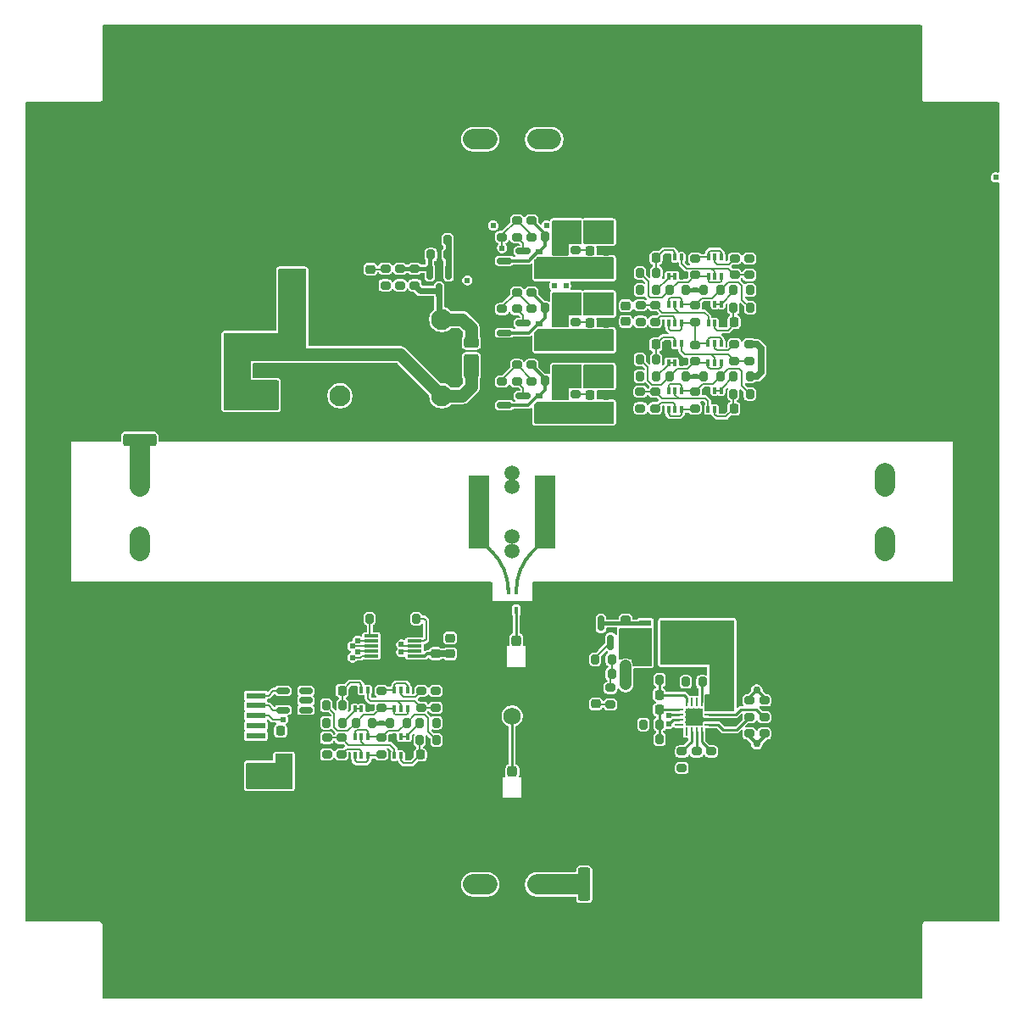
<source format=gbr>
%TF.GenerationSoftware,KiCad,Pcbnew,9.0.1*%
%TF.CreationDate,2025-06-24T16:02:31-04:00*%
%TF.ProjectId,-Z,2d5a2e6b-6963-4616-945f-706362585858,rev?*%
%TF.SameCoordinates,Original*%
%TF.FileFunction,Copper,L6,Bot*%
%TF.FilePolarity,Positive*%
%FSLAX46Y46*%
G04 Gerber Fmt 4.6, Leading zero omitted, Abs format (unit mm)*
G04 Created by KiCad (PCBNEW 9.0.1) date 2025-06-24 16:02:31*
%MOMM*%
%LPD*%
G01*
G04 APERTURE LIST*
G04 Aperture macros list*
%AMRoundRect*
0 Rectangle with rounded corners*
0 $1 Rounding radius*
0 $2 $3 $4 $5 $6 $7 $8 $9 X,Y pos of 4 corners*
0 Add a 4 corners polygon primitive as box body*
4,1,4,$2,$3,$4,$5,$6,$7,$8,$9,$2,$3,0*
0 Add four circle primitives for the rounded corners*
1,1,$1+$1,$2,$3*
1,1,$1+$1,$4,$5*
1,1,$1+$1,$6,$7*
1,1,$1+$1,$8,$9*
0 Add four rect primitives between the rounded corners*
20,1,$1+$1,$2,$3,$4,$5,0*
20,1,$1+$1,$4,$5,$6,$7,0*
20,1,$1+$1,$6,$7,$8,$9,0*
20,1,$1+$1,$8,$9,$2,$3,0*%
G04 Aperture macros list end*
%TA.AperFunction,ComponentPad*%
%ADD10C,0.762000*%
%TD*%
%TA.AperFunction,ComponentPad*%
%ADD11C,3.800000*%
%TD*%
%TA.AperFunction,ConnectorPad*%
%ADD12C,5.600000*%
%TD*%
%TA.AperFunction,ComponentPad*%
%ADD13C,1.500000*%
%TD*%
%TA.AperFunction,ComponentPad*%
%ADD14C,1.727200*%
%TD*%
%TA.AperFunction,SMDPad,CuDef*%
%ADD15RoundRect,0.225000X0.225000X0.250000X-0.225000X0.250000X-0.225000X-0.250000X0.225000X-0.250000X0*%
%TD*%
%TA.AperFunction,SMDPad,CuDef*%
%ADD16RoundRect,0.200000X-0.275000X0.200000X-0.275000X-0.200000X0.275000X-0.200000X0.275000X0.200000X0*%
%TD*%
%TA.AperFunction,SMDPad,CuDef*%
%ADD17R,0.700000X0.510000*%
%TD*%
%TA.AperFunction,SMDPad,CuDef*%
%ADD18RoundRect,0.200000X0.275000X-0.200000X0.275000X0.200000X-0.275000X0.200000X-0.275000X-0.200000X0*%
%TD*%
%TA.AperFunction,SMDPad,CuDef*%
%ADD19RoundRect,0.218750X-0.256250X0.218750X-0.256250X-0.218750X0.256250X-0.218750X0.256250X0.218750X0*%
%TD*%
%TA.AperFunction,SMDPad,CuDef*%
%ADD20R,2.000000X7.400000*%
%TD*%
%TA.AperFunction,SMDPad,CuDef*%
%ADD21RoundRect,0.250000X-0.250000X0.275000X-0.250000X-0.275000X0.250000X-0.275000X0.250000X0.275000X0*%
%TD*%
%TA.AperFunction,SMDPad,CuDef*%
%ADD22RoundRect,0.250000X-0.275000X0.850000X-0.275000X-0.850000X0.275000X-0.850000X0.275000X0.850000X0*%
%TD*%
%TA.AperFunction,SMDPad,CuDef*%
%ADD23RoundRect,0.200000X0.200000X0.275000X-0.200000X0.275000X-0.200000X-0.275000X0.200000X-0.275000X0*%
%TD*%
%TA.AperFunction,SMDPad,CuDef*%
%ADD24RoundRect,0.218750X-0.218750X-0.256250X0.218750X-0.256250X0.218750X0.256250X-0.218750X0.256250X0*%
%TD*%
%TA.AperFunction,SMDPad,CuDef*%
%ADD25RoundRect,0.100000X0.100000X-0.225000X0.100000X0.225000X-0.100000X0.225000X-0.100000X-0.225000X0*%
%TD*%
%TA.AperFunction,SMDPad,CuDef*%
%ADD26RoundRect,0.218750X0.218750X0.256250X-0.218750X0.256250X-0.218750X-0.256250X0.218750X-0.256250X0*%
%TD*%
%TA.AperFunction,SMDPad,CuDef*%
%ADD27RoundRect,0.200000X-0.200000X-0.275000X0.200000X-0.275000X0.200000X0.275000X-0.200000X0.275000X0*%
%TD*%
%TA.AperFunction,SMDPad,CuDef*%
%ADD28RoundRect,0.225000X0.250000X-0.225000X0.250000X0.225000X-0.250000X0.225000X-0.250000X-0.225000X0*%
%TD*%
%TA.AperFunction,SMDPad,CuDef*%
%ADD29R,1.422400X0.304800*%
%TD*%
%TA.AperFunction,SMDPad,CuDef*%
%ADD30RoundRect,0.100000X-0.100000X0.225000X-0.100000X-0.225000X0.100000X-0.225000X0.100000X0.225000X0*%
%TD*%
%TA.AperFunction,SMDPad,CuDef*%
%ADD31RoundRect,0.250000X-0.300000X-0.475000X0.300000X-0.475000X0.300000X0.475000X-0.300000X0.475000X0*%
%TD*%
%TA.AperFunction,SMDPad,CuDef*%
%ADD32RoundRect,0.250000X-0.425000X-1.200000X0.425000X-1.200000X0.425000X1.200000X-0.425000X1.200000X0*%
%TD*%
%TA.AperFunction,SMDPad,CuDef*%
%ADD33RoundRect,0.218750X0.256250X-0.218750X0.256250X0.218750X-0.256250X0.218750X-0.256250X-0.218750X0*%
%TD*%
%TA.AperFunction,SMDPad,CuDef*%
%ADD34RoundRect,0.150000X0.150000X-0.587500X0.150000X0.587500X-0.150000X0.587500X-0.150000X-0.587500X0*%
%TD*%
%TA.AperFunction,ComponentPad*%
%ADD35C,2.100000*%
%TD*%
%TA.AperFunction,SMDPad,CuDef*%
%ADD36RoundRect,0.225000X-0.225000X-0.250000X0.225000X-0.250000X0.225000X0.250000X-0.225000X0.250000X0*%
%TD*%
%TA.AperFunction,SMDPad,CuDef*%
%ADD37RoundRect,0.225000X-0.250000X0.225000X-0.250000X-0.225000X0.250000X-0.225000X0.250000X0.225000X0*%
%TD*%
%TA.AperFunction,SMDPad,CuDef*%
%ADD38R,1.900000X0.600000*%
%TD*%
%TA.AperFunction,SMDPad,CuDef*%
%ADD39R,2.800000X2.100000*%
%TD*%
%TA.AperFunction,SMDPad,CuDef*%
%ADD40RoundRect,0.250000X0.325000X1.100000X-0.325000X1.100000X-0.325000X-1.100000X0.325000X-1.100000X0*%
%TD*%
%TA.AperFunction,SMDPad,CuDef*%
%ADD41RoundRect,0.250000X-1.425000X0.362500X-1.425000X-0.362500X1.425000X-0.362500X1.425000X0.362500X0*%
%TD*%
%TA.AperFunction,SMDPad,CuDef*%
%ADD42RoundRect,0.250000X0.362500X1.425000X-0.362500X1.425000X-0.362500X-1.425000X0.362500X-1.425000X0*%
%TD*%
%TA.AperFunction,SMDPad,CuDef*%
%ADD43RoundRect,0.150000X0.587500X0.150000X-0.587500X0.150000X-0.587500X-0.150000X0.587500X-0.150000X0*%
%TD*%
%TA.AperFunction,SMDPad,CuDef*%
%ADD44R,1.270000X0.610000*%
%TD*%
%TA.AperFunction,SMDPad,CuDef*%
%ADD45R,3.810000X3.910000*%
%TD*%
%TA.AperFunction,SMDPad,CuDef*%
%ADD46R,1.020000X0.610000*%
%TD*%
%TA.AperFunction,SMDPad,CuDef*%
%ADD47RoundRect,0.150000X-0.512500X-0.150000X0.512500X-0.150000X0.512500X0.150000X-0.512500X0.150000X0*%
%TD*%
%TA.AperFunction,SMDPad,CuDef*%
%ADD48R,0.400000X0.750000*%
%TD*%
%TA.AperFunction,SMDPad,CuDef*%
%ADD49RoundRect,0.250000X-0.325000X-1.100000X0.325000X-1.100000X0.325000X1.100000X-0.325000X1.100000X0*%
%TD*%
%TA.AperFunction,SMDPad,CuDef*%
%ADD50RoundRect,0.150000X-0.150000X0.587500X-0.150000X-0.587500X0.150000X-0.587500X0.150000X0.587500X0*%
%TD*%
%TA.AperFunction,SMDPad,CuDef*%
%ADD51RoundRect,0.075000X-0.390000X-0.275000X0.390000X-0.275000X0.390000X0.275000X-0.390000X0.275000X0*%
%TD*%
%TA.AperFunction,SMDPad,CuDef*%
%ADD52RoundRect,0.075000X-0.075000X-0.275000X0.075000X-0.275000X0.075000X0.275000X-0.075000X0.275000X0*%
%TD*%
%TA.AperFunction,SMDPad,CuDef*%
%ADD53R,0.254000X0.812800*%
%TD*%
%TA.AperFunction,SMDPad,CuDef*%
%ADD54R,0.812800X0.254000*%
%TD*%
%TA.AperFunction,SMDPad,CuDef*%
%ADD55R,1.752600X1.752600*%
%TD*%
%TA.AperFunction,SMDPad,CuDef*%
%ADD56RoundRect,0.250000X-0.500000X0.950000X-0.500000X-0.950000X0.500000X-0.950000X0.500000X0.950000X0*%
%TD*%
%TA.AperFunction,SMDPad,CuDef*%
%ADD57RoundRect,0.250000X-0.500000X0.275000X-0.500000X-0.275000X0.500000X-0.275000X0.500000X0.275000X0*%
%TD*%
%TA.AperFunction,ViaPad*%
%ADD58C,0.609600*%
%TD*%
%TA.AperFunction,ViaPad*%
%ADD59C,0.762000*%
%TD*%
%TA.AperFunction,Conductor*%
%ADD60C,0.335280*%
%TD*%
%TA.AperFunction,Conductor*%
%ADD61C,0.286258*%
%TD*%
%TA.AperFunction,Conductor*%
%ADD62C,1.270000*%
%TD*%
%TA.AperFunction,Conductor*%
%ADD63C,0.203200*%
%TD*%
%TA.AperFunction,Conductor*%
%ADD64C,2.032000*%
%TD*%
%TA.AperFunction,Conductor*%
%ADD65C,0.254000*%
%TD*%
%TA.AperFunction,Conductor*%
%ADD66C,0.381000*%
%TD*%
%TA.AperFunction,Conductor*%
%ADD67C,0.304800*%
%TD*%
%TA.AperFunction,Conductor*%
%ADD68C,0.635000*%
%TD*%
%TA.AperFunction,Conductor*%
%ADD69C,0.609600*%
%TD*%
%TA.AperFunction,Conductor*%
%ADD70C,1.143000*%
%TD*%
%TA.AperFunction,Conductor*%
%ADD71C,0.368300*%
%TD*%
G04 APERTURE END LIST*
D10*
%TO.P,H2,1,1*%
%TO.N,GND*%
X144200001Y-145800000D03*
X143555751Y-147355750D03*
X143555751Y-144244250D03*
X142000001Y-148000000D03*
D11*
X142000001Y-145800000D03*
D12*
X142000001Y-145800000D03*
D10*
X142000001Y-143600000D03*
X140444251Y-147355750D03*
X140444251Y-144244250D03*
X139800001Y-145800000D03*
%TD*%
D13*
%TO.P,JP5,1,A*%
%TO.N,/Burn Wires/VBURN3*%
X164000001Y-96100000D03*
X164000001Y-97499999D03*
%TO.P,JP5,2,B*%
%TO.N,Net-(JP5-B)*%
X164000001Y-102499999D03*
X164000001Y-103899998D03*
%TD*%
D10*
%TO.P,H8,1,1*%
%TO.N,GND*%
X212000000Y-121999999D03*
X211355750Y-123555749D03*
X211355750Y-120444249D03*
X209800000Y-124199999D03*
D11*
X209800000Y-121999999D03*
D12*
X209800000Y-121999999D03*
D10*
X209800000Y-119799999D03*
X208244250Y-123555749D03*
X208244250Y-120444249D03*
X207600000Y-121999999D03*
%TD*%
%TO.P,H5,1,1*%
%TO.N,GND*%
X144200001Y-54200000D03*
X143555751Y-55755750D03*
X143555751Y-52644250D03*
X142000001Y-56400000D03*
D11*
X142000001Y-54200000D03*
D12*
X142000001Y-54200000D03*
D10*
X142000001Y-52000000D03*
X140444251Y-55755750D03*
X140444251Y-52644250D03*
X139800001Y-54200000D03*
%TD*%
%TO.P,H7,1,1*%
%TO.N,GND*%
X212000000Y-78000000D03*
X211355750Y-79555750D03*
X211355750Y-76444250D03*
X209800000Y-80200000D03*
D11*
X209800000Y-78000000D03*
D12*
X209800000Y-78000000D03*
D10*
X209800000Y-75800000D03*
X208244250Y-79555750D03*
X208244250Y-76444250D03*
X207600000Y-78000000D03*
%TD*%
D14*
%TO.P,AE3,1,A*%
%TO.N,/Interfaces/GPS*%
X164000000Y-120400000D03*
%TD*%
D13*
%TO.P,JP1,1,A*%
%TO.N,/Burn Wires/VBURN1*%
X167900000Y-62789000D03*
X166500001Y-62789000D03*
%TO.P,JP1,2,B*%
%TO.N,Net-(JP1-B)*%
X161500001Y-62789000D03*
X160100002Y-62789000D03*
%TD*%
D10*
%TO.P,H4,1,1*%
%TO.N,GND*%
X120400001Y-78000000D03*
X119755751Y-79555750D03*
X119755751Y-76444250D03*
X118200001Y-80200000D03*
D11*
X118200001Y-78000000D03*
D12*
X118200001Y-78000000D03*
D10*
X118200001Y-75800000D03*
X116644251Y-79555750D03*
X116644251Y-76444250D03*
X116000001Y-78000000D03*
%TD*%
%TO.P,H3,1,1*%
%TO.N,GND*%
X120400001Y-121999999D03*
X119755751Y-123555749D03*
X119755751Y-120444249D03*
X118200001Y-124199999D03*
D11*
X118200001Y-121999999D03*
D12*
X118200001Y-121999999D03*
D10*
X118200001Y-119799999D03*
X116644251Y-123555749D03*
X116644251Y-120444249D03*
X116000001Y-121999999D03*
%TD*%
D13*
%TO.P,JP4,1,A*%
%TO.N,Net-(JP3-B)*%
X126789000Y-103899999D03*
X126789000Y-102500000D03*
%TO.P,JP4,2,B*%
%TO.N,Net-(JP4-B)*%
X126789000Y-97500000D03*
X126789000Y-96100001D03*
%TD*%
D10*
%TO.P,H1,1,1*%
%TO.N,GND*%
X188200000Y-145800000D03*
X187555750Y-147355750D03*
X187555750Y-144244250D03*
X186000000Y-148000000D03*
D11*
X186000000Y-145800000D03*
D12*
X186000000Y-145800000D03*
D10*
X186000000Y-143600000D03*
X184444250Y-147355750D03*
X184444250Y-144244250D03*
X183800000Y-145800000D03*
%TD*%
%TO.P,H6,1,1*%
%TO.N,GND*%
X188200000Y-54200000D03*
X187555750Y-55755750D03*
X187555750Y-52644250D03*
X186000000Y-56400000D03*
D11*
X186000000Y-54200000D03*
D12*
X186000000Y-54200000D03*
D10*
X186000000Y-52000000D03*
X184444250Y-55755750D03*
X184444250Y-52644250D03*
X183800000Y-54200000D03*
%TD*%
D15*
%TO.P,C11,1*%
%TO.N,Net-(Q19B-G1)*%
X147008600Y-117868399D03*
%TO.P,C11,2*%
%TO.N,GND*%
X145458600Y-117868399D03*
%TD*%
D16*
%TO.P,R68,1*%
%TO.N,Net-(Q18A-B1)*%
X154894999Y-117907000D03*
%TO.P,R68,2*%
%TO.N,Net-(Q18B-B2)*%
X154894999Y-119557000D03*
%TD*%
D17*
%TO.P,Q11,1,D*%
%TO.N,/Burn Wires/VBURN3*%
X166700801Y-90358200D03*
%TO.P,Q11,2,D*%
X166700801Y-89408200D03*
%TO.P,Q11,3,G*%
%TO.N,Net-(Q10-D)*%
X166700801Y-88458200D03*
%TO.P,Q11,4,S*%
%TO.N,Net-(Q11-S)*%
X169020801Y-88458200D03*
%TO.P,Q11,5,D*%
%TO.N,/Burn Wires/VBURN3*%
X169020801Y-89408200D03*
%TO.P,Q11,6,D*%
X169020801Y-90358200D03*
%TD*%
D18*
%TO.P,R33,1*%
%TO.N,BURN_EN3*%
X162984001Y-86982000D03*
%TO.P,R33,2*%
%TO.N,GND*%
X162984001Y-85332000D03*
%TD*%
D19*
%TO.P,D6,1,K*%
%TO.N,GND*%
X172339000Y-117625199D03*
%TO.P,D6,2,A*%
%TO.N,Net-(D6-A)*%
X172339000Y-119200201D03*
%TD*%
D20*
%TO.P,AE2,1,1*%
%TO.N,Net-(AE2-Pad1)*%
X160700000Y-99999800D03*
%TD*%
D16*
%TO.P,R52,1*%
%TO.N,3V3_P*%
X187672802Y-83286800D03*
%TO.P,R52,2*%
%TO.N,Net-(Q14B-B2)*%
X187672802Y-84936800D03*
%TD*%
%TO.P,R25,1*%
%TO.N,Net-(Q8-D)*%
X165930401Y-78092999D03*
%TO.P,R25,2*%
%TO.N,BURN_EN2*%
X165930401Y-79742999D03*
%TD*%
D21*
%TO.P,J4,1,In*%
%TO.N,/Interfaces/GPS*%
X164000001Y-125972599D03*
D22*
%TO.P,J4,2,Ext*%
%TO.N,GND*%
X165475001Y-127497599D03*
X162525001Y-127497599D03*
%TD*%
D20*
%TO.P,AE1,1,1*%
%TO.N,Net-(AE1-Pad1)*%
X167300000Y-99999800D03*
%TD*%
D23*
%TO.P,R75,1*%
%TO.N,/GPIO Expander/GE_3V3*%
X156416200Y-121068800D03*
%TO.P,R75,2*%
%TO.N,Net-(Q21A-G2)*%
X154766200Y-121068800D03*
%TD*%
D24*
%TO.P,F2,1*%
%TO.N,Net-(Q7-S)*%
X170324500Y-72466400D03*
%TO.P,F2,2*%
%TO.N,/Burn Wires/VBURN_A_IN*%
X171899502Y-72466400D03*
%TD*%
D25*
%TO.P,Q15,1,S2*%
%TO.N,GND*%
X180906000Y-85112600D03*
%TO.P,Q15,2,G2*%
%TO.N,Net-(Q15A-G2)*%
X180256000Y-85112599D03*
%TO.P,Q15,3,D2*%
X179606000Y-85112600D03*
%TO.P,Q15,4,S1*%
%TO.N,GND*%
X179606000Y-83212600D03*
%TO.P,Q15,5,G1*%
%TO.N,Net-(Q15B-G1)*%
X180256000Y-83212601D03*
%TO.P,Q15,6,D1*%
%TO.N,Net-(Q14B-B2)*%
X180906000Y-83212600D03*
%TD*%
D23*
%TO.P,R51,1*%
%TO.N,/Coil Driver/VREF*%
X178735202Y-122707598D03*
%TO.P,R51,2*%
%TO.N,GND*%
X177085202Y-122707598D03*
%TD*%
D18*
%TO.P,R46,1*%
%TO.N,/Coil Driver/coil*%
X189175400Y-122147802D03*
%TO.P,R46,2*%
%TO.N,COIL_P*%
X189175400Y-120497802D03*
%TD*%
D16*
%TO.P,R66,1*%
%TO.N,/GPIO Expander/GE_3V3*%
X156353200Y-117906999D03*
%TO.P,R66,2*%
%TO.N,Net-(Q18B-B2)*%
X156353200Y-119556999D03*
%TD*%
D26*
%TO.P,D5,1,K*%
%TO.N,GND*%
X173372701Y-88366800D03*
%TO.P,D5,2,A*%
%TO.N,Net-(D5-A)*%
X171797699Y-88366800D03*
%TD*%
D18*
%TO.P,R20,1*%
%TO.N,Net-(Q6-G)*%
X164457200Y-72554799D03*
%TO.P,R20,2*%
%TO.N,BURN_EN1*%
X164457200Y-70904799D03*
%TD*%
D23*
%TO.P,R64,1*%
%TO.N,GND*%
X151413800Y-110667999D03*
%TO.P,R64,2*%
%TO.N,/GPIO Expander/A0*%
X149763800Y-110667999D03*
%TD*%
D18*
%TO.P,R47,1*%
%TO.N,COIL_N*%
X187702199Y-120497801D03*
%TO.P,R47,2*%
%TO.N,/Coil Driver/coil*%
X187702199Y-118847801D03*
%TD*%
D27*
%TO.P,R7,1*%
%TO.N,/Light Sensor/I2C Protection/DEVICE*%
X176753601Y-76134200D03*
%TO.P,R7,2*%
%TO.N,Net-(Q2B-G1)*%
X178403601Y-76134200D03*
%TD*%
%TO.P,R6,1*%
%TO.N,/Light Sensor/LS_3V3*%
X176753600Y-77861399D03*
%TO.P,R6,2*%
%TO.N,Net-(Q2A-G2)*%
X178403600Y-77861399D03*
%TD*%
D28*
%TO.P,C10,1*%
%TO.N,/GPIO Expander/GE_3V3*%
X156329201Y-114160800D03*
%TO.P,C10,2*%
%TO.N,GND*%
X156329201Y-112610800D03*
%TD*%
D29*
%TO.P,U4,1,LED0*%
%TO.N,BURN_EN1*%
X149941101Y-114411201D03*
%TO.P,U4,2,LED1*%
%TO.N,BURN_EN2*%
X149941101Y-113911199D03*
%TO.P,U4,3,LED2*%
%TO.N,BURN_EN3*%
X149941101Y-113411200D03*
%TO.P,U4,4,LED3*%
%TO.N,BURN_RELAY_A*%
X149941101Y-112911201D03*
%TO.P,U4,5,A0*%
%TO.N,/GPIO Expander/A0*%
X149941101Y-112411199D03*
%TO.P,U4,6,VSS*%
%TO.N,GND*%
X154233701Y-112411199D03*
%TO.P,U4,7,A1*%
%TO.N,/GPIO Expander/A1*%
X154233701Y-112911201D03*
%TO.P,U4,8,SCL*%
%TO.N,SCL_IO*%
X154233701Y-113411200D03*
%TO.P,U4,9,SDA*%
%TO.N,SDA_IO*%
X154233701Y-113911199D03*
%TO.P,U4,10,VDD*%
%TO.N,/GPIO Expander/GE_3V3*%
X154233701Y-114411201D03*
%TD*%
D30*
%TO.P,Q21,1,S2*%
%TO.N,GND*%
X152248800Y-122455599D03*
%TO.P,Q21,2,G2*%
%TO.N,Net-(Q21A-G2)*%
X152898800Y-122455600D03*
%TO.P,Q21,3,D2*%
X153548800Y-122455599D03*
%TO.P,Q21,4,S1*%
%TO.N,GND*%
X153548800Y-124355599D03*
%TO.P,Q21,5,G1*%
%TO.N,Net-(Q21B-G1)*%
X152898800Y-124355598D03*
%TO.P,Q21,6,D1*%
%TO.N,Net-(Q20B-B2)*%
X152248800Y-124355599D03*
%TD*%
D31*
%TO.P,J2,1,Pin_1*%
%TO.N,GND*%
X139780800Y-76675398D03*
%TO.P,J2,2,Pin_2*%
%TO.N,VBATT*%
X141780800Y-76675398D03*
D32*
%TO.P,J2,MP,MountPin*%
%TO.N,GND*%
X136885800Y-70680399D03*
X144675800Y-70680399D03*
%TD*%
D17*
%TO.P,Q9,1,D*%
%TO.N,/Burn Wires/VBURN2*%
X166700801Y-83119200D03*
%TO.P,Q9,2,D*%
X166700801Y-82169200D03*
%TO.P,Q9,3,G*%
%TO.N,Net-(Q8-D)*%
X166700801Y-81219200D03*
%TO.P,Q9,4,S*%
%TO.N,Net-(Q9-S)*%
X169020801Y-81219200D03*
%TO.P,Q9,5,D*%
%TO.N,/Burn Wires/VBURN2*%
X169020801Y-82169200D03*
%TO.P,Q9,6,D*%
X169020801Y-83119200D03*
%TD*%
D18*
%TO.P,R15,1*%
%TO.N,BURN_RELAY_A*%
X152798600Y-77380800D03*
%TO.P,R15,2*%
%TO.N,Net-(Q5-B)*%
X152798600Y-75730800D03*
%TD*%
%TO.P,R60,1*%
%TO.N,Net-(Q16A-B1)*%
X178274801Y-89661200D03*
%TO.P,R60,2*%
%TO.N,Net-(Q16B-B2)*%
X178274801Y-88011200D03*
%TD*%
D33*
%TO.P,F1,1*%
%TO.N,/Light Sensor/LS_3V3*%
X175353801Y-80985700D03*
%TO.P,F1,2*%
%TO.N,3V3_P*%
X175353801Y-79410698D03*
%TD*%
D18*
%TO.P,R27,1*%
%TO.N,BURN_EN2*%
X162984001Y-79743000D03*
%TO.P,R27,2*%
%TO.N,GND*%
X162984001Y-78093000D03*
%TD*%
D34*
%TO.P,Q12,1,G*%
%TO.N,Net-(Q12-G)*%
X173828701Y-113025600D03*
%TO.P,Q12,2,S*%
%TO.N,GND*%
X171928701Y-113025600D03*
%TO.P,Q12,3,D*%
%TO.N,Net-(Q12-D)*%
X172878701Y-111150600D03*
%TD*%
D26*
%TO.P,D3,1,K*%
%TO.N,GND*%
X173347301Y-73939599D03*
%TO.P,D3,2,A*%
%TO.N,Net-(D3-A)*%
X171772299Y-73939599D03*
%TD*%
D33*
%TO.P,D2,1,K*%
%TO.N,GND*%
X149852200Y-77343300D03*
%TO.P,D2,2,A*%
%TO.N,Net-(D2-A)*%
X149852200Y-75768298D03*
%TD*%
D16*
%TO.P,R37,1*%
%TO.N,COIL_DRIVER_EN*%
X173812200Y-117589800D03*
%TO.P,R37,2*%
%TO.N,Net-(D6-A)*%
X173812200Y-119239800D03*
%TD*%
D18*
%TO.P,R21,1*%
%TO.N,BURN_EN1*%
X162984001Y-72554800D03*
%TO.P,R21,2*%
%TO.N,GND*%
X162984001Y-70904800D03*
%TD*%
D35*
%TO.P,U2,11,11*%
%TO.N,/Burn Wires/VBURN_A_IN*%
X146793600Y-88417600D03*
%TO.P,U2,12,12*%
%TO.N,GND*%
X139173600Y-80797600D03*
%TO.P,U2,14,14*%
%TO.N,VBATT*%
X139173600Y-88417600D03*
%TO.P,U2,A1,A1*%
X156953600Y-88417600D03*
%TO.P,U2,A2,A2*%
%TO.N,Net-(D1-A)*%
X156953600Y-80797600D03*
%TD*%
D15*
%TO.P,C2,1*%
%TO.N,Net-(Q2B-G1)*%
X178353600Y-74661000D03*
%TO.P,C2,2*%
%TO.N,GND*%
X176803600Y-74661000D03*
%TD*%
D16*
%TO.P,R19,1*%
%TO.N,Net-(Q6-D)*%
X165930401Y-70904799D03*
%TO.P,R19,2*%
%TO.N,BURN_EN1*%
X165930401Y-72554799D03*
%TD*%
D33*
%TO.P,F6,1*%
%TO.N,/GPIO Expander/GE_3V3*%
X157802401Y-114173300D03*
%TO.P,F6,2*%
%TO.N,3V3_P*%
X157802401Y-112598298D03*
%TD*%
D27*
%TO.P,R38,1*%
%TO.N,GND*%
X172276000Y-116202900D03*
%TO.P,R38,2*%
%TO.N,COIL_DRIVER_EN*%
X173926000Y-116202900D03*
%TD*%
D25*
%TO.P,Q20,1,E1*%
%TO.N,SDA*%
X149586399Y-124355599D03*
%TO.P,Q20,2,B1*%
%TO.N,Net-(Q20A-B1)*%
X148936399Y-124355598D03*
%TO.P,Q20,3,C2*%
%TO.N,SDA*%
X148286399Y-124355599D03*
%TO.P,Q20,4,E2*%
%TO.N,SDA_IO*%
X148286399Y-122455599D03*
%TO.P,Q20,5,B2*%
%TO.N,Net-(Q20B-B2)*%
X148936399Y-122455600D03*
%TO.P,Q20,6,C1*%
%TO.N,SDA_IO*%
X149586399Y-122455599D03*
%TD*%
D24*
%TO.P,F4,1*%
%TO.N,Net-(Q11-S)*%
X170324500Y-86893600D03*
%TO.P,F4,2*%
%TO.N,/Burn Wires/VBURN_A_IN*%
X171899502Y-86893600D03*
%TD*%
D15*
%TO.P,C9,1*%
%TO.N,/Coil Driver/VREF*%
X178685199Y-119761200D03*
%TO.P,C9,2*%
%TO.N,GND*%
X177135199Y-119761200D03*
%TD*%
D36*
%TO.P,C7,1*%
%TO.N,Net-(Q17B-G1)*%
X186135800Y-89699799D03*
%TO.P,C7,2*%
%TO.N,GND*%
X187685800Y-89699799D03*
%TD*%
D23*
%TO.P,R4,1*%
%TO.N,/Light Sensor/LS_3V3*%
X181375400Y-77861399D03*
%TO.P,R4,2*%
%TO.N,/Light Sensor/I2C Protection/DEVICE*%
X179725400Y-77861399D03*
%TD*%
%TO.P,R18,1*%
%TO.N,Net-(Q5-E)*%
X157535201Y-72847400D03*
%TO.P,R18,2*%
%TO.N,GND*%
X155885201Y-72847400D03*
%TD*%
D27*
%TO.P,R73,1*%
%TO.N,/GPIO Expander/GE_3V3*%
X151794400Y-121068799D03*
%TO.P,R73,2*%
%TO.N,SDA_IO*%
X153444400Y-121068799D03*
%TD*%
D23*
%TO.P,R67,1*%
%TO.N,/GPIO Expander/GE_3V3*%
X150040799Y-121068800D03*
%TO.P,R67,2*%
%TO.N,SCL_IO*%
X148390799Y-121068800D03*
%TD*%
D21*
%TO.P,J3,1,In*%
%TO.N,Net-(J3-In)*%
X164400001Y-112866200D03*
D22*
%TO.P,J3,2,Ext*%
%TO.N,GND*%
X165875001Y-114391200D03*
X162925001Y-114391200D03*
%TD*%
D25*
%TO.P,Q3,1,E1*%
%TO.N,SCL*%
X180921001Y-81148200D03*
%TO.P,Q3,2,B1*%
%TO.N,Net-(Q3A-B1)*%
X180271001Y-81148199D03*
%TO.P,Q3,3,C2*%
%TO.N,SCL*%
X179621001Y-81148200D03*
%TO.P,Q3,4,E2*%
%TO.N,/Light Sensor/I2C Protection1/DEVICE*%
X179621001Y-79248200D03*
%TO.P,Q3,5,B2*%
%TO.N,Net-(Q3B-B2)*%
X180271001Y-79248201D03*
%TO.P,Q3,6,C1*%
%TO.N,/Light Sensor/I2C Protection1/DEVICE*%
X180921001Y-79248200D03*
%TD*%
D37*
%TO.P,C5,1*%
%TO.N,/Coil Driver/VM*%
X185670201Y-119468799D03*
%TO.P,C5,2*%
%TO.N,GND*%
X185670201Y-121018799D03*
%TD*%
D38*
%TO.P,J1,1,Pin_1*%
%TO.N,VBATT_M*%
X138398801Y-127359990D03*
%TO.P,J1,2,Pin_2*%
X138398801Y-126359990D03*
%TO.P,J1,3,Pin_3*%
X138398801Y-125359990D03*
%TO.P,J1,4,Pin_4*%
%TO.N,GND*%
X138398801Y-124359990D03*
%TO.P,J1,5,Pin_5*%
X138398801Y-123359991D03*
%TO.P,J1,6,Pin_6*%
%TO.N,3V3_P*%
X138398801Y-122359991D03*
%TO.P,J1,7,Pin_7*%
X138398801Y-121359990D03*
%TO.P,J1,8,Pin_8*%
%TO.N,COIL_DRIVER_EN*%
X138398801Y-120359990D03*
%TO.P,J1,9,Pin_9*%
%TO.N,SDA*%
X138398801Y-119359990D03*
%TO.P,J1,10,Pin_10*%
%TO.N,SCL*%
X138398801Y-118359990D03*
D39*
%TO.P,J1,MP,MountPin*%
%TO.N,GND*%
X136048801Y-130509990D03*
X136048801Y-115210010D03*
%TD*%
D13*
%TO.P,JP3,1,A*%
%TO.N,/Burn Wires/VBURN2*%
X201211001Y-97500000D03*
X201211001Y-96100001D03*
%TO.P,JP3,2,B*%
%TO.N,Net-(JP3-B)*%
X201211001Y-103899999D03*
X201211001Y-102500000D03*
%TD*%
D24*
%TO.P,F3,1*%
%TO.N,Net-(Q9-S)*%
X170324500Y-79654600D03*
%TO.P,F3,2*%
%TO.N,/Burn Wires/VBURN_A_IN*%
X171899502Y-79654600D03*
%TD*%
D23*
%TO.P,R76,1*%
%TO.N,SDA_IO*%
X156416199Y-122795999D03*
%TO.P,R76,2*%
%TO.N,Net-(Q21B-G1)*%
X154766199Y-122795999D03*
%TD*%
D27*
%TO.P,R28,1*%
%TO.N,Net-(Q8-D)*%
X167315201Y-79654600D03*
%TO.P,R28,2*%
%TO.N,Net-(Q9-S)*%
X168965201Y-79654600D03*
%TD*%
%TO.P,R41,1*%
%TO.N,3V3_P*%
X181340000Y-116992601D03*
%TO.P,R41,2*%
%TO.N,Net-(U3-NFAULT)*%
X182990000Y-116992601D03*
%TD*%
D18*
%TO.P,R71,1*%
%TO.N,SCL_IO*%
X150917599Y-119556999D03*
%TO.P,R71,2*%
%TO.N,SCL*%
X150917599Y-117906999D03*
%TD*%
D27*
%TO.P,R17,1*%
%TO.N,Net-(Q5-B)*%
X155885201Y-74320600D03*
%TO.P,R17,2*%
%TO.N,Net-(Q5-E)*%
X157535201Y-74320600D03*
%TD*%
D25*
%TO.P,Q19,1,S2*%
%TO.N,GND*%
X149586399Y-119681999D03*
%TO.P,Q19,2,G2*%
%TO.N,Net-(Q19A-G2)*%
X148936399Y-119681998D03*
%TO.P,Q19,3,D2*%
X148286399Y-119681999D03*
%TO.P,Q19,4,S1*%
%TO.N,GND*%
X148286399Y-117781999D03*
%TO.P,Q19,5,G1*%
%TO.N,Net-(Q19B-G1)*%
X148936399Y-117782000D03*
%TO.P,Q19,6,D1*%
%TO.N,Net-(Q18B-B2)*%
X149586399Y-117781999D03*
%TD*%
D15*
%TO.P,C6,1*%
%TO.N,Net-(Q15B-G1)*%
X178338600Y-83299000D03*
%TO.P,C6,2*%
%TO.N,GND*%
X176788600Y-83299000D03*
%TD*%
D16*
%TO.P,R5,1*%
%TO.N,Net-(Q1A-B1)*%
X186214600Y-74699599D03*
%TO.P,R5,2*%
%TO.N,Net-(Q1B-B2)*%
X186214600Y-76349599D03*
%TD*%
D40*
%TO.P,C14,1*%
%TO.N,VBATT*%
X136646001Y-85115600D03*
%TO.P,C14,2*%
%TO.N,GND*%
X133695999Y-85115600D03*
%TD*%
D15*
%TO.P,C8,1*%
%TO.N,/Coil Driver/IPROPI*%
X178685202Y-118288003D03*
%TO.P,C8,2*%
%TO.N,GND*%
X177135202Y-118288003D03*
%TD*%
D27*
%TO.P,R65,1*%
%TO.N,GND*%
X152761001Y-110668000D03*
%TO.P,R65,2*%
%TO.N,/GPIO Expander/A1*%
X154411001Y-110668000D03*
%TD*%
D41*
%TO.P,R30,1*%
%TO.N,GND*%
X126789000Y-86877500D03*
%TO.P,R30,2*%
%TO.N,Net-(JP4-B)*%
X126789000Y-92802500D03*
%TD*%
D16*
%TO.P,R3,1*%
%TO.N,/Light Sensor/LS_3V3*%
X187687802Y-74699599D03*
%TO.P,R3,2*%
%TO.N,Net-(Q1B-B2)*%
X187687802Y-76349599D03*
%TD*%
D27*
%TO.P,R56,1*%
%TO.N,SCL_M*%
X176738600Y-84772199D03*
%TO.P,R56,2*%
%TO.N,Net-(Q15B-G1)*%
X178388600Y-84772199D03*
%TD*%
D18*
%TO.P,R9,1*%
%TO.N,/Light Sensor/LS_3V3*%
X176816600Y-81023200D03*
%TO.P,R9,2*%
%TO.N,Net-(Q3B-B2)*%
X176816600Y-79373200D03*
%TD*%
D30*
%TO.P,Q1,1,E1*%
%TO.N,SDA*%
X183583400Y-74574599D03*
%TO.P,Q1,2,B1*%
%TO.N,Net-(Q1A-B1)*%
X184233400Y-74574600D03*
%TO.P,Q1,3,C2*%
%TO.N,SDA*%
X184883400Y-74574599D03*
%TO.P,Q1,4,E2*%
%TO.N,/Light Sensor/I2C Protection/DEVICE*%
X184883400Y-76474599D03*
%TO.P,Q1,5,B2*%
%TO.N,Net-(Q1B-B2)*%
X184233400Y-76474598D03*
%TO.P,Q1,6,C1*%
%TO.N,/Light Sensor/I2C Protection/DEVICE*%
X183583400Y-76474599D03*
%TD*%
D18*
%TO.P,R11,1*%
%TO.N,Net-(Q3A-B1)*%
X178289801Y-81023200D03*
%TO.P,R11,2*%
%TO.N,Net-(Q3B-B2)*%
X178289801Y-79373200D03*
%TD*%
D23*
%TO.P,R13,1*%
%TO.N,/Light Sensor/I2C Protection1/DEVICE*%
X187750801Y-79603799D03*
%TO.P,R13,2*%
%TO.N,Net-(Q4B-G1)*%
X186100801Y-79603799D03*
%TD*%
D17*
%TO.P,Q7,1,D*%
%TO.N,/Burn Wires/VBURN1*%
X166700801Y-75931000D03*
%TO.P,Q7,2,D*%
X166700801Y-74981000D03*
%TO.P,Q7,3,G*%
%TO.N,Net-(Q6-D)*%
X166700801Y-74031000D03*
%TO.P,Q7,4,S*%
%TO.N,Net-(Q7-S)*%
X169020801Y-74031000D03*
%TO.P,Q7,5,D*%
%TO.N,/Burn Wires/VBURN1*%
X169020801Y-74981000D03*
%TO.P,Q7,6,D*%
X169020801Y-75931000D03*
%TD*%
D26*
%TO.P,D4,1,K*%
%TO.N,GND*%
X173347301Y-81127799D03*
%TO.P,D4,2,A*%
%TO.N,Net-(D4-A)*%
X171772299Y-81127799D03*
%TD*%
D30*
%TO.P,Q18,1,E1*%
%TO.N,SCL*%
X152248800Y-117781999D03*
%TO.P,Q18,2,B1*%
%TO.N,Net-(Q18A-B1)*%
X152898800Y-117782000D03*
%TO.P,Q18,3,C2*%
%TO.N,SCL*%
X153548800Y-117781999D03*
%TO.P,Q18,4,E2*%
%TO.N,SCL_IO*%
X153548800Y-119681999D03*
%TO.P,Q18,5,B2*%
%TO.N,Net-(Q18B-B2)*%
X152898800Y-119681998D03*
%TO.P,Q18,6,C1*%
%TO.N,SCL_IO*%
X152248800Y-119681999D03*
%TD*%
D42*
%TO.P,R24,1*%
%TO.N,GND*%
X177122501Y-137211000D03*
%TO.P,R24,2*%
%TO.N,Net-(JP2-B)*%
X171197501Y-137211000D03*
%TD*%
D18*
%TO.P,R8,1*%
%TO.N,/Light Sensor/I2C Protection/DEVICE*%
X182252200Y-76349599D03*
%TO.P,R8,2*%
%TO.N,SDA*%
X182252200Y-74699599D03*
%TD*%
D16*
%TO.P,R31,1*%
%TO.N,Net-(Q10-D)*%
X165930401Y-85331999D03*
%TO.P,R31,2*%
%TO.N,BURN_EN3*%
X165930401Y-86981999D03*
%TD*%
D30*
%TO.P,Q17,1,S2*%
%TO.N,GND*%
X183568400Y-87886199D03*
%TO.P,Q17,2,G2*%
%TO.N,Net-(Q17A-G2)*%
X184218400Y-87886200D03*
%TO.P,Q17,3,D2*%
X184868400Y-87886199D03*
%TO.P,Q17,4,S1*%
%TO.N,GND*%
X184868400Y-89786199D03*
%TO.P,Q17,5,G1*%
%TO.N,Net-(Q17B-G1)*%
X184218400Y-89786198D03*
%TO.P,Q17,6,D1*%
%TO.N,Net-(Q16B-B2)*%
X183568400Y-89786199D03*
%TD*%
D18*
%TO.P,R48,1*%
%TO.N,/Coil Driver/coil*%
X187702201Y-122147802D03*
%TO.P,R48,2*%
%TO.N,COIL_N*%
X187702201Y-120497802D03*
%TD*%
%TO.P,R29,1*%
%TO.N,/Burn Wires/VBURN2*%
X170350000Y-82689400D03*
%TO.P,R29,2*%
%TO.N,Net-(D4-A)*%
X170350000Y-81039400D03*
%TD*%
%TO.P,R32,1*%
%TO.N,Net-(Q10-G)*%
X164457200Y-86981999D03*
%TO.P,R32,2*%
%TO.N,BURN_EN3*%
X164457200Y-85331999D03*
%TD*%
D27*
%TO.P,R22,1*%
%TO.N,Net-(Q6-D)*%
X167315201Y-72466400D03*
%TO.P,R22,2*%
%TO.N,Net-(Q7-S)*%
X168965201Y-72466400D03*
%TD*%
D16*
%TO.P,R16,1*%
%TO.N,Net-(Q5-B)*%
X154271800Y-75730799D03*
%TO.P,R16,2*%
%TO.N,Net-(D1-A)*%
X154271800Y-77380799D03*
%TD*%
%TO.P,R40,1*%
%TO.N,Net-(Q12-D)*%
X175308400Y-110791599D03*
%TO.P,R40,2*%
%TO.N,Net-(F5-Pad1)*%
X175308400Y-112441599D03*
%TD*%
%TO.P,R14,1*%
%TO.N,/Light Sensor/I2C Protection1/DEVICE*%
X182252201Y-79373200D03*
%TO.P,R14,2*%
%TO.N,SCL*%
X182252201Y-81023200D03*
%TD*%
D43*
%TO.P,Q8,1,G*%
%TO.N,Net-(Q8-G)*%
X165115300Y-81168399D03*
%TO.P,Q8,2,S*%
%TO.N,GND*%
X165115300Y-83068399D03*
%TO.P,Q8,3,D*%
%TO.N,Net-(Q8-D)*%
X163240300Y-82118399D03*
%TD*%
D44*
%TO.P,Q13,1,S*%
%TO.N,Net-(F5-Pad1)*%
X177298400Y-114960600D03*
%TO.P,Q13,2,S*%
X177298401Y-113690600D03*
%TO.P,Q13,3,S*%
X177298401Y-112420600D03*
%TO.P,Q13,4,G*%
%TO.N,Net-(Q12-D)*%
X177298400Y-111150600D03*
D45*
%TO.P,Q13,5,D*%
%TO.N,/Coil Driver/VM*%
X180658401Y-113055600D03*
D46*
X182763401Y-111150600D03*
X182763401Y-112420600D03*
X182763401Y-113690600D03*
X182763401Y-114960600D03*
%TD*%
D16*
%TO.P,R63,1*%
%TO.N,SDA_M*%
X182237201Y-88011200D03*
%TO.P,R63,2*%
%TO.N,SDA*%
X182237201Y-89661200D03*
%TD*%
D18*
%TO.P,R44,1*%
%TO.N,GND*%
X183892202Y-125590000D03*
%TO.P,R44,2*%
%TO.N,/Coil Driver/A1*%
X183892202Y-123940000D03*
%TD*%
D43*
%TO.P,Q10,1,G*%
%TO.N,Net-(Q10-G)*%
X165115300Y-88407399D03*
%TO.P,Q10,2,S*%
%TO.N,GND*%
X165115300Y-90307399D03*
%TO.P,Q10,3,D*%
%TO.N,Net-(Q10-D)*%
X163240300Y-89357399D03*
%TD*%
D47*
%TO.P,U5,1,IO1*%
%TO.N,SDA*%
X141114601Y-119796799D03*
%TO.P,U5,2,VN*%
%TO.N,GND*%
X141114601Y-118846800D03*
%TO.P,U5,3,IO2*%
%TO.N,SCL*%
X141114601Y-117896801D03*
%TO.P,U5,4,IO3*%
%TO.N,unconnected-(U5-IO3-Pad4)*%
X143389601Y-117896801D03*
%TO.P,U5,5,VP*%
%TO.N,3V3_P*%
X143389601Y-118846800D03*
%TO.P,U5,6,IO4*%
%TO.N,unconnected-(U5-IO4-Pad6)*%
X143389601Y-119796799D03*
%TD*%
D40*
%TO.P,C15,1*%
%TO.N,VBATT*%
X136646002Y-88324199D03*
%TO.P,C15,2*%
%TO.N,GND*%
X133696000Y-88324199D03*
%TD*%
D18*
%TO.P,R78,1*%
%TO.N,/Burn Wires/VBURN_A_IN*%
X151325401Y-77380799D03*
%TO.P,R78,2*%
%TO.N,Net-(D2-A)*%
X151325401Y-75730799D03*
%TD*%
D30*
%TO.P,Q14,1,E1*%
%TO.N,SCL*%
X183568400Y-83212600D03*
%TO.P,Q14,2,B1*%
%TO.N,Net-(Q14A-B1)*%
X184218400Y-83212601D03*
%TO.P,Q14,3,C2*%
%TO.N,SCL*%
X184868400Y-83212600D03*
%TO.P,Q14,4,E2*%
%TO.N,SCL_M*%
X184868400Y-85112600D03*
%TO.P,Q14,5,B2*%
%TO.N,Net-(Q14B-B2)*%
X184218400Y-85112599D03*
%TO.P,Q14,6,C1*%
%TO.N,SCL_M*%
X183568400Y-85112600D03*
%TD*%
D18*
%TO.P,R23,1*%
%TO.N,/Burn Wires/VBURN1*%
X170350000Y-75526599D03*
%TO.P,R23,2*%
%TO.N,Net-(D3-A)*%
X170350000Y-73876599D03*
%TD*%
D23*
%TO.P,R61,1*%
%TO.N,3V3_P*%
X187735800Y-86499400D03*
%TO.P,R61,2*%
%TO.N,Net-(Q17A-G2)*%
X186085800Y-86499400D03*
%TD*%
D48*
%TO.P,BA1,1*%
%TO.N,Net-(J3-In)*%
X164400001Y-109835399D03*
%TO.P,BA1,2,GND*%
%TO.N,GND*%
X163600001Y-109835399D03*
%TO.P,BA1,3*%
%TO.N,Net-(AE2-Pad1)*%
X163600001Y-107885399D03*
%TO.P,BA1,4*%
%TO.N,Net-(AE1-Pad1)*%
X164400001Y-107885399D03*
%TD*%
D49*
%TO.P,C4,1*%
%TO.N,/Coil Driver/VM*%
X185557767Y-114470275D03*
%TO.P,C4,2*%
%TO.N,GND*%
X188507769Y-114470275D03*
%TD*%
D19*
%TO.P,F5,1*%
%TO.N,Net-(F5-Pad1)*%
X175308401Y-113800899D03*
%TO.P,F5,2*%
%TO.N,VBATT_M*%
X175308401Y-115375901D03*
%TD*%
D18*
%TO.P,R57,1*%
%TO.N,SCL_M*%
X182237200Y-84987600D03*
%TO.P,R57,2*%
%TO.N,SCL*%
X182237200Y-83337600D03*
%TD*%
D27*
%TO.P,R50,1*%
%TO.N,3V3_P*%
X177085199Y-121234400D03*
%TO.P,R50,2*%
%TO.N,/Coil Driver/VREF*%
X178735199Y-121234400D03*
%TD*%
%TO.P,R69,1*%
%TO.N,/GPIO Expander/GE_3V3*%
X145419000Y-121068799D03*
%TO.P,R69,2*%
%TO.N,Net-(Q19A-G2)*%
X147069000Y-121068799D03*
%TD*%
%TO.P,R34,1*%
%TO.N,Net-(Q10-D)*%
X167315201Y-86893600D03*
%TO.P,R34,2*%
%TO.N,Net-(Q11-S)*%
X168965201Y-86893600D03*
%TD*%
D23*
%TO.P,R39,1*%
%TO.N,COIL_DRIVER_EN*%
X173932303Y-114729701D03*
%TO.P,R39,2*%
%TO.N,Net-(Q12-G)*%
X172282303Y-114729701D03*
%TD*%
D50*
%TO.P,Q5,1,B*%
%TO.N,Net-(Q5-B)*%
X155760201Y-76050099D03*
%TO.P,Q5,2,E*%
%TO.N,Net-(Q5-E)*%
X157660201Y-76050099D03*
%TO.P,Q5,3,C*%
%TO.N,Net-(D1-A)*%
X156710201Y-77925099D03*
%TD*%
D30*
%TO.P,Q4,1,S2*%
%TO.N,GND*%
X183583401Y-79248200D03*
%TO.P,Q4,2,G2*%
%TO.N,Net-(Q4A-G2)*%
X184233401Y-79248201D03*
%TO.P,Q4,3,D2*%
X184883401Y-79248200D03*
%TO.P,Q4,4,S1*%
%TO.N,GND*%
X184883401Y-81148200D03*
%TO.P,Q4,5,G1*%
%TO.N,Net-(Q4B-G1)*%
X184233401Y-81148199D03*
%TO.P,Q4,6,D1*%
%TO.N,Net-(Q3B-B2)*%
X183583401Y-81148200D03*
%TD*%
D13*
%TO.P,JP2,1,A*%
%TO.N,Net-(JP1-B)*%
X161500001Y-137211000D03*
X160100002Y-137211000D03*
%TO.P,JP2,2,B*%
%TO.N,Net-(JP2-B)*%
X167900000Y-137211000D03*
X166500001Y-137211000D03*
%TD*%
D25*
%TO.P,Q16,1,E1*%
%TO.N,SDA*%
X180906001Y-89786200D03*
%TO.P,Q16,2,B1*%
%TO.N,Net-(Q16A-B1)*%
X180256001Y-89786199D03*
%TO.P,Q16,3,C2*%
%TO.N,SDA*%
X179606001Y-89786200D03*
%TO.P,Q16,4,E2*%
%TO.N,SDA_M*%
X179606001Y-87886200D03*
%TO.P,Q16,5,B2*%
%TO.N,Net-(Q16B-B2)*%
X180256001Y-87886201D03*
%TO.P,Q16,6,C1*%
%TO.N,SDA_M*%
X180906001Y-87886200D03*
%TD*%
D18*
%TO.P,R45,1*%
%TO.N,COIL_P*%
X189175398Y-120497801D03*
%TO.P,R45,2*%
%TO.N,/Coil Driver/coil*%
X189175398Y-118847801D03*
%TD*%
%TO.P,R72,1*%
%TO.N,/GPIO Expander/GE_3V3*%
X145482000Y-124230600D03*
%TO.P,R72,2*%
%TO.N,Net-(Q20B-B2)*%
X145482000Y-122580600D03*
%TD*%
D27*
%TO.P,R70,1*%
%TO.N,SCL_IO*%
X145408600Y-119331400D03*
%TO.P,R70,2*%
%TO.N,Net-(Q19B-G1)*%
X147058600Y-119331400D03*
%TD*%
D23*
%TO.P,R49,1*%
%TO.N,/Coil Driver/IPROPI*%
X178735199Y-116814802D03*
%TO.P,R49,2*%
%TO.N,GND*%
X177085199Y-116814802D03*
%TD*%
D18*
%TO.P,R74,1*%
%TO.N,Net-(Q20A-B1)*%
X146955200Y-124230600D03*
%TO.P,R74,2*%
%TO.N,Net-(Q20B-B2)*%
X146955200Y-122580600D03*
%TD*%
D25*
%TO.P,Q2,1,S2*%
%TO.N,GND*%
X180921001Y-76474600D03*
%TO.P,Q2,2,G2*%
%TO.N,Net-(Q2A-G2)*%
X180271001Y-76474599D03*
%TO.P,Q2,3,D2*%
X179621001Y-76474600D03*
%TO.P,Q2,4,S1*%
%TO.N,GND*%
X179621001Y-74574600D03*
%TO.P,Q2,5,G1*%
%TO.N,Net-(Q2B-G1)*%
X180271001Y-74574601D03*
%TO.P,Q2,6,D1*%
%TO.N,Net-(Q1B-B2)*%
X180921001Y-74574600D03*
%TD*%
D36*
%TO.P,C12,1*%
%TO.N,Net-(Q21B-G1)*%
X154816199Y-124269200D03*
%TO.P,C12,2*%
%TO.N,GND*%
X156366199Y-124269200D03*
%TD*%
D23*
%TO.P,R62,1*%
%TO.N,SDA_M*%
X187735800Y-88226599D03*
%TO.P,R62,2*%
%TO.N,Net-(Q17B-G1)*%
X186085800Y-88226599D03*
%TD*%
D27*
%TO.P,R59,1*%
%TO.N,3V3_P*%
X183114000Y-86499400D03*
%TO.P,R59,2*%
%TO.N,SDA_M*%
X184764000Y-86499400D03*
%TD*%
D36*
%TO.P,C3,1*%
%TO.N,Net-(Q4B-G1)*%
X186150800Y-81061799D03*
%TO.P,C3,2*%
%TO.N,GND*%
X187700800Y-81061799D03*
%TD*%
D16*
%TO.P,R42,1*%
%TO.N,Net-(U3-NSLEEP)*%
X180945800Y-123940002D03*
%TO.P,R42,2*%
%TO.N,3V3_P*%
X180945800Y-125590002D03*
%TD*%
D18*
%TO.P,R26,1*%
%TO.N,Net-(Q8-G)*%
X164457200Y-79742999D03*
%TO.P,R26,2*%
%TO.N,BURN_EN2*%
X164457200Y-78092999D03*
%TD*%
D27*
%TO.P,R55,1*%
%TO.N,3V3_P*%
X176738600Y-86499399D03*
%TO.P,R55,2*%
%TO.N,Net-(Q15A-G2)*%
X178388600Y-86499399D03*
%TD*%
D43*
%TO.P,Q6,1,G*%
%TO.N,Net-(Q6-G)*%
X165115300Y-73980199D03*
%TO.P,Q6,2,S*%
%TO.N,GND*%
X165115300Y-75880199D03*
%TO.P,Q6,3,D*%
%TO.N,Net-(Q6-D)*%
X163240300Y-74930199D03*
%TD*%
D18*
%TO.P,R58,1*%
%TO.N,3V3_P*%
X176801600Y-89661200D03*
%TO.P,R58,2*%
%TO.N,Net-(Q16B-B2)*%
X176801600Y-88011200D03*
%TD*%
%TO.P,R43,1*%
%TO.N,GND*%
X182419001Y-125590000D03*
%TO.P,R43,2*%
%TO.N,/Coil Driver/A0*%
X182419001Y-123940000D03*
%TD*%
D51*
%TO.P,D7,1,K*%
%TO.N,/Coil Driver/VM*%
X185706369Y-111676275D03*
D52*
%TO.P,D7,2,A*%
%TO.N,GND*%
X186591368Y-111676275D03*
%TD*%
D16*
%TO.P,R77,1*%
%TO.N,SDA_IO*%
X150917599Y-122580599D03*
%TO.P,R77,2*%
%TO.N,SDA*%
X150917599Y-124230599D03*
%TD*%
D53*
%TO.P,U3,1,IPROPI*%
%TO.N,/Coil Driver/IPROPI*%
X181414999Y-119024599D03*
%TO.P,U3,2,RSVD*%
%TO.N,unconnected-(U3-RSVD-Pad2)*%
X181915000Y-119024599D03*
%TO.P,U3,3,RSVD*%
%TO.N,unconnected-(U3-RSVD-Pad3)*%
X182415000Y-119024599D03*
%TO.P,U3,4,NFAULT*%
%TO.N,Net-(U3-NFAULT)*%
X182915001Y-119024599D03*
D54*
%TO.P,U3,5,VM*%
%TO.N,/Coil Driver/VM*%
X183638200Y-119747798D03*
%TO.P,U3,6,OUT1*%
%TO.N,COIL_P*%
X183638200Y-120247799D03*
%TO.P,U3,7,GND*%
%TO.N,GND*%
X183638200Y-120747799D03*
%TO.P,U3,8,OUT2*%
%TO.N,COIL_N*%
X183638200Y-121247800D03*
D53*
%TO.P,U3,9,A1*%
%TO.N,/Coil Driver/A1*%
X182915001Y-121970999D03*
%TO.P,U3,10,A0*%
%TO.N,/Coil Driver/A0*%
X182415000Y-121970999D03*
%TO.P,U3,11,NSLEEP*%
%TO.N,Net-(U3-NSLEEP)*%
X181915000Y-121970999D03*
%TO.P,U3,12,PH/IN2*%
%TO.N,unconnected-(U3-PH{slash}IN2-Pad12)*%
X181414999Y-121970999D03*
D54*
%TO.P,U3,13,EN/IN1*%
%TO.N,unconnected-(U3-EN{slash}IN1-Pad13)*%
X180691800Y-121247800D03*
%TO.P,U3,14,SDA*%
%TO.N,SDA_M*%
X180691800Y-120747799D03*
%TO.P,U3,15,SCL*%
%TO.N,SCL_M*%
X180691800Y-120247799D03*
%TO.P,U3,16,VREF*%
%TO.N,/Coil Driver/VREF*%
X180691800Y-119747798D03*
D55*
%TO.P,U3,17,EPAD*%
%TO.N,GND*%
X182165000Y-120497799D03*
%TD*%
D36*
%TO.P,C13,1*%
%TO.N,3V3_P*%
X140873001Y-121869400D03*
%TO.P,C13,2*%
%TO.N,GND*%
X142423001Y-121869400D03*
%TD*%
D23*
%TO.P,R53,1*%
%TO.N,3V3_P*%
X181360401Y-86499399D03*
%TO.P,R53,2*%
%TO.N,SCL_M*%
X179710401Y-86499399D03*
%TD*%
D16*
%TO.P,R54,1*%
%TO.N,Net-(Q14A-B1)*%
X186199600Y-83286800D03*
%TO.P,R54,2*%
%TO.N,Net-(Q14B-B2)*%
X186199600Y-84936800D03*
%TD*%
D18*
%TO.P,R35,1*%
%TO.N,/Burn Wires/VBURN3*%
X170350001Y-89941600D03*
%TO.P,R35,2*%
%TO.N,Net-(D5-A)*%
X170350001Y-88291600D03*
%TD*%
D56*
%TO.P,D1,1,K*%
%TO.N,VBATT*%
X159910601Y-85457600D03*
D57*
%TO.P,D1,2,A*%
%TO.N,Net-(D1-A)*%
X159910601Y-83082600D03*
%TD*%
D27*
%TO.P,R10,1*%
%TO.N,/Light Sensor/LS_3V3*%
X183129000Y-77861400D03*
%TO.P,R10,2*%
%TO.N,/Light Sensor/I2C Protection1/DEVICE*%
X184779000Y-77861400D03*
%TD*%
D23*
%TO.P,R12,1*%
%TO.N,/Light Sensor/LS_3V3*%
X187750800Y-77861400D03*
%TO.P,R12,2*%
%TO.N,Net-(Q4A-G2)*%
X186100800Y-77861400D03*
%TD*%
D58*
%TO.N,GND*%
X161400000Y-128372600D03*
X165100000Y-110900000D03*
X162900000Y-113000000D03*
X163600000Y-111600000D03*
X162200000Y-125972600D03*
X162200000Y-129172600D03*
X165100000Y-115900000D03*
X165000001Y-125972600D03*
X185670201Y-121018798D03*
X165800000Y-125972600D03*
X165500000Y-121200000D03*
X162500000Y-119600000D03*
X163000001Y-121968599D03*
X166600000Y-126772600D03*
X166600000Y-128372600D03*
X164400000Y-115900000D03*
X163000001Y-125171799D03*
X152888399Y-123395400D03*
X163000001Y-125972600D03*
X165000001Y-122769399D03*
X162900000Y-110900000D03*
X164000000Y-118600000D03*
X162925001Y-113756200D03*
X184243801Y-80213400D03*
X165100000Y-111600000D03*
X163000000Y-118900000D03*
X165000001Y-124370999D03*
X165000000Y-118900000D03*
X162900000Y-111600000D03*
X164000000Y-129172600D03*
X161400000Y-125972600D03*
X163600000Y-110900000D03*
X165875001Y-114391200D03*
X165875001Y-115026200D03*
X163000001Y-122769399D03*
X148920200Y-118719600D03*
X165800000Y-112300000D03*
X165800000Y-111600000D03*
X162925001Y-114391200D03*
X165000001Y-121968599D03*
X162200000Y-120400000D03*
X163000001Y-123570199D03*
X166600000Y-127572600D03*
X162925001Y-115026200D03*
X165000001Y-125171799D03*
X161400000Y-127572600D03*
X162900000Y-115900000D03*
X163000000Y-129172600D03*
X162500000Y-121200000D03*
X162900000Y-110200000D03*
X166600000Y-125972600D03*
X165500000Y-119600000D03*
X165000000Y-129172600D03*
X179265400Y-84379000D03*
X165800000Y-120400000D03*
X165000001Y-123570199D03*
X182165000Y-120497799D03*
X163000001Y-124370999D03*
X161400000Y-129172600D03*
X161400000Y-126772600D03*
X165875001Y-113756200D03*
X165900000Y-115900000D03*
X162900000Y-112300000D03*
X163703000Y-115900000D03*
X165800000Y-113000000D03*
X184228800Y-88820999D03*
X165800000Y-129172600D03*
X180281401Y-75514399D03*
X166600000Y-129172600D03*
%TO.N,BURN_RELAY_A*%
X148556800Y-112852399D03*
X152798600Y-77380800D03*
%TO.N,SDA*%
X182237201Y-89661200D03*
X182252200Y-74699600D03*
X141114601Y-119796799D03*
X150917600Y-124230600D03*
%TO.N,SCL*%
X150917599Y-117907000D03*
X182252201Y-81023200D03*
X141114601Y-117896800D03*
%TO.N,/Burn Wires/VBURN1*%
X173042401Y-74955600D03*
X173779001Y-74955600D03*
X173779000Y-76378000D03*
X173779001Y-75666799D03*
X173042400Y-76378000D03*
X173042401Y-75666799D03*
%TO.N,/Burn Wires/VBURN2*%
X173042400Y-83566200D03*
X173779001Y-82143800D03*
X173779000Y-83566200D03*
X173042401Y-82143800D03*
X173779001Y-82854999D03*
X173042401Y-82854999D03*
%TO.N,/Burn Wires/VBURN3*%
X173042400Y-90805200D03*
X173042401Y-89382800D03*
X173779000Y-89382799D03*
X173779001Y-90093999D03*
X173779000Y-90805200D03*
X173042401Y-90093999D03*
%TO.N,SCL_M*%
X182237200Y-84987599D03*
X179625001Y-120370803D03*
%TO.N,SDA_M*%
X182237200Y-88011199D03*
X179625001Y-121209000D03*
%TO.N,SCL_IO*%
X150926600Y-119565999D03*
X152925600Y-113258796D03*
%TO.N,BURN_EN1*%
X162984001Y-73660200D03*
X148048800Y-114554200D03*
%TO.N,BURN_EN2*%
X162984001Y-79743000D03*
X148559567Y-113977544D03*
%TO.N,SDA_IO*%
X152925600Y-114020800D03*
X150917599Y-122580599D03*
%TO.N,BURN_EN3*%
X148044222Y-113416236D03*
X162984001Y-86982000D03*
%TO.N,/Light Sensor/LS_3V3*%
X182262601Y-77861400D03*
X187687802Y-74699600D03*
X187750800Y-77861400D03*
X176753600Y-77861399D03*
X159529601Y-76885999D03*
X176816600Y-81023200D03*
X175353801Y-80985701D03*
%TO.N,COIL_DRIVER_EN*%
X141114601Y-120751799D03*
X173812200Y-117589800D03*
%TO.N,/GPIO Expander/GE_3V3*%
X145418999Y-121068800D03*
X157802401Y-114173301D03*
X156416200Y-121068800D03*
X156353200Y-117907000D03*
X150907199Y-121068799D03*
X145482000Y-124230600D03*
%TO.N,/Burn Wires/VBURN_A_IN*%
X151300001Y-77355399D03*
X173779001Y-71348799D03*
X173779000Y-78511599D03*
X173779000Y-87173000D03*
X173779000Y-72771199D03*
X173779001Y-79222800D03*
X173779000Y-79934000D03*
X173042401Y-71348799D03*
X173779001Y-86461800D03*
X173042401Y-86461800D03*
X173042400Y-72060000D03*
X173042401Y-87172999D03*
X173042401Y-79933999D03*
X173779000Y-72060000D03*
X173042400Y-78511599D03*
X173042401Y-72771200D03*
X173779000Y-85750600D03*
X173042400Y-85750600D03*
X173042401Y-79222800D03*
%TO.N,3V3_P*%
X175353801Y-79410698D03*
X138398801Y-122359991D03*
X180945800Y-125590000D03*
X138398801Y-121359989D03*
X177085200Y-121234401D03*
X181340000Y-116992600D03*
X176738601Y-86499399D03*
X140873001Y-121869400D03*
X157802401Y-112598298D03*
X187735801Y-86499399D03*
X143389601Y-118846800D03*
X176801600Y-89661200D03*
X182247600Y-86499399D03*
%TO.N,VBATT_M*%
X175308401Y-116306800D03*
X175308400Y-115375902D03*
X140835201Y-124612600D03*
X175308401Y-117246600D03*
X141546400Y-125323799D03*
X141546400Y-124612600D03*
X140835201Y-125323799D03*
%TO.N,/Light Sensor/I2C Protection/DEVICE*%
X182252201Y-76349600D03*
X169384801Y-77419400D03*
%TO.N,/Light Sensor/I2C Protection1/DEVICE*%
X182252201Y-79373200D03*
X168191001Y-77419400D03*
%TO.N,/Light Sensor/ADDR*%
X162118879Y-71401124D03*
X167454400Y-71399599D03*
D59*
%TO.N,/Coil Driver/coil*%
X188438800Y-123164801D03*
X188438801Y-117830802D03*
D58*
X212285401Y-66599000D03*
%TD*%
D60*
%TO.N,Net-(AE1-Pad1)*%
X166016010Y-103983990D02*
X166600000Y-103400000D01*
X164400001Y-107885399D02*
G75*
G02*
X166016020Y-103984000I5517399J-1D01*
G01*
%TO.N,Net-(AE2-Pad1)*%
X161983972Y-103983972D02*
X161100000Y-103100000D01*
X163600001Y-107885399D02*
G75*
G03*
X161983984Y-103983960I-5517501J-1D01*
G01*
D61*
%TO.N,/Interfaces/GPS*%
X164000001Y-125972600D02*
X164000001Y-120366999D01*
%TO.N,Net-(J3-In)*%
X164400001Y-112758199D02*
X164400000Y-109835400D01*
D62*
%TO.N,VBATT*%
X152838801Y-84302800D02*
X142308400Y-84302799D01*
X156953601Y-88417600D02*
X152838801Y-84302800D01*
X156953601Y-88417600D02*
X158996200Y-88417600D01*
X158996200Y-88417600D02*
X159910600Y-87503200D01*
X159910600Y-87503200D02*
X159910600Y-85457599D01*
D63*
%TO.N,BURN_RELAY_A*%
X149882299Y-112852399D02*
X149941101Y-112911201D01*
X148556800Y-112852399D02*
X149882299Y-112852399D01*
%TO.N,SDA*%
X184883400Y-74096599D02*
X184883400Y-74574599D01*
X149408600Y-125021000D02*
X148443400Y-125020999D01*
X182377200Y-74574599D02*
X182252200Y-74699600D01*
X180906000Y-89786199D02*
X182112201Y-89786200D01*
X183761201Y-73914200D02*
X184701001Y-73914200D01*
X179783801Y-90421200D02*
X179606001Y-90243400D01*
X148286400Y-124864000D02*
X148286399Y-124355599D01*
X150792600Y-124355600D02*
X150917600Y-124230600D01*
X149586400Y-124355599D02*
X149586400Y-124843200D01*
X140108800Y-119796798D02*
X141114601Y-119796799D01*
X182112201Y-89786200D02*
X182237201Y-89661200D01*
X183583401Y-74574600D02*
X182377200Y-74574599D01*
X180749000Y-90421200D02*
X179783801Y-90421200D01*
X139671991Y-119359989D02*
X140108800Y-119796798D01*
X183583401Y-74092000D02*
X183761201Y-73914200D01*
X179606001Y-90243400D02*
X179606001Y-89786200D01*
X149586400Y-124355599D02*
X150792600Y-124355600D01*
X180906000Y-90264199D02*
X180749000Y-90421200D01*
X148443400Y-125020999D02*
X148286400Y-124864000D01*
X180906000Y-89786199D02*
X180906000Y-90264199D01*
X183583401Y-74574600D02*
X183583401Y-74092000D01*
X138398800Y-119359989D02*
X139671991Y-119359989D01*
X149586400Y-124843200D02*
X149408600Y-125021000D01*
X184701001Y-73914200D02*
X184883400Y-74096599D01*
%TO.N,SCL*%
X182252201Y-81023200D02*
X182127200Y-81148200D01*
X179773400Y-81864400D02*
X179621000Y-81712000D01*
X184868400Y-83212600D02*
X184868401Y-82729600D01*
X182252201Y-81023200D02*
X182252201Y-83381800D01*
X182362200Y-83212600D02*
X182237200Y-83337600D01*
X152405799Y-117147000D02*
X152248799Y-117303999D01*
X150917599Y-117907000D02*
X151042600Y-117781999D01*
X139645611Y-118359990D02*
X140108800Y-117896801D01*
X183568400Y-83212600D02*
X182362200Y-83212600D01*
X183771601Y-82547200D02*
X183568401Y-82750400D01*
X150922199Y-117902400D02*
X150917599Y-117907000D01*
X184686001Y-82547199D02*
X183771601Y-82547200D01*
X153548800Y-117781999D02*
X153548799Y-117350200D01*
X184868401Y-82729600D02*
X184686001Y-82547199D01*
X151042600Y-117781999D02*
X152248799Y-117781999D01*
X179621000Y-81712000D02*
X179621000Y-81148200D01*
X180921001Y-81148200D02*
X180921001Y-81707400D01*
X182127200Y-81148200D02*
X180921001Y-81148200D01*
X153548799Y-117350200D02*
X153345599Y-117147000D01*
X180921001Y-81707400D02*
X180764000Y-81864400D01*
X180764000Y-81864400D02*
X179773400Y-81864400D01*
X153345599Y-117147000D02*
X152405799Y-117147000D01*
X140108800Y-117896801D02*
X141114601Y-117896800D01*
X152248799Y-117303999D02*
X152248799Y-117781999D01*
X183568401Y-82750400D02*
X183568400Y-83212600D01*
X138398801Y-118359990D02*
X139645611Y-118359990D01*
D64*
%TO.N,Net-(JP1-B)*%
X160100001Y-137211000D02*
X161500000Y-137211000D01*
X161500000Y-62789000D02*
X160100001Y-62789000D01*
%TO.N,/Burn Wires/VBURN1*%
X166500001Y-62789000D02*
X167900000Y-62789000D01*
%TO.N,/Burn Wires/VBURN2*%
X201211001Y-96100000D02*
X201211001Y-97500000D01*
D63*
X169945600Y-83119199D02*
X170350000Y-82714799D01*
X169020800Y-83119199D02*
X169945600Y-83119199D01*
D64*
%TO.N,Net-(JP2-B)*%
X166500001Y-137211000D02*
X170781801Y-137211000D01*
%TO.N,Net-(JP3-B)*%
X126789000Y-102500000D02*
X126789000Y-103899999D01*
X201211001Y-102500000D02*
X201211001Y-103899999D01*
%TO.N,Net-(JP4-B)*%
X126789000Y-97500000D02*
X126789000Y-93268999D01*
D63*
%TO.N,SCL_M*%
X183568401Y-85544399D02*
X183568400Y-85112600D01*
X182237200Y-84987599D02*
X181528000Y-85696799D01*
X178912801Y-87297000D02*
X177955000Y-87297000D01*
X182362200Y-85112600D02*
X182237200Y-84987599D01*
X181528000Y-85696799D02*
X180513001Y-85696799D01*
X177548601Y-86890600D02*
X177548601Y-85582199D01*
X177548601Y-85582199D02*
X176738601Y-84772199D01*
X179710401Y-86499399D02*
X178912801Y-87297000D01*
D65*
X179625001Y-120370803D02*
X179748000Y-120247800D01*
D63*
X177955000Y-87297000D02*
X177548601Y-86890600D01*
X184660601Y-85747599D02*
X183771601Y-85747599D01*
X184868400Y-85112600D02*
X184868400Y-85539800D01*
D65*
X179748000Y-120247800D02*
X180691801Y-120247801D01*
D63*
X183771601Y-85747599D02*
X183568401Y-85544399D01*
X180513001Y-85696799D02*
X179710401Y-86499399D01*
X183568400Y-85112600D02*
X182362200Y-85112600D01*
X184868400Y-85539800D02*
X184660601Y-85747599D01*
%TO.N,SDA_M*%
X186667201Y-85696800D02*
X186921201Y-85950800D01*
X179758401Y-87246199D02*
X179606000Y-87398600D01*
X179606000Y-87398600D02*
X179606001Y-87886200D01*
X180749001Y-87246199D02*
X179758401Y-87246199D01*
X185566600Y-85696800D02*
X186667201Y-85696800D01*
X186921201Y-87411999D02*
X187735801Y-88226600D01*
X186921201Y-85950800D02*
X186921201Y-87411999D01*
X183019000Y-87229399D02*
X184034001Y-87229399D01*
X182112201Y-87886200D02*
X182237200Y-88011199D01*
X180906001Y-87886200D02*
X182112201Y-87886200D01*
X180906001Y-87886200D02*
X180906001Y-87403199D01*
X184034001Y-87229399D02*
X184764001Y-86499399D01*
D65*
X180086200Y-120747800D02*
X180691801Y-120747800D01*
D63*
X180906001Y-87403199D02*
X180749001Y-87246199D01*
D65*
X179625001Y-121209000D02*
X180086200Y-120747800D01*
D63*
X182237200Y-88011199D02*
X183019000Y-87229399D01*
X184764001Y-86499399D02*
X185566600Y-85696800D01*
%TO.N,SCL_IO*%
X153078004Y-113411200D02*
X152925600Y-113258796D01*
X146233600Y-120156400D02*
X145408600Y-119331400D01*
X146563799Y-121871400D02*
X146233599Y-121541200D01*
X152248799Y-120139599D02*
X152248799Y-119681999D01*
X153548800Y-119681999D02*
X153548800Y-120144200D01*
X150212599Y-120262000D02*
X149197600Y-120262000D01*
X151042600Y-119681999D02*
X150926600Y-119565999D01*
X150917599Y-119556999D02*
X150212599Y-120262000D01*
X153548800Y-120144200D02*
X153396400Y-120296600D01*
X154233700Y-113411200D02*
X153078004Y-113411200D01*
X146233599Y-121541200D02*
X146233600Y-120156400D01*
X153396400Y-120296600D02*
X152405800Y-120296600D01*
X152248799Y-119681999D02*
X151042600Y-119681999D01*
X149197600Y-120262000D02*
X148390799Y-121068800D01*
X147588200Y-121871399D02*
X146563799Y-121871400D01*
X148390799Y-121068800D02*
X147588200Y-121871399D01*
X150926600Y-119565999D02*
X150917599Y-119556999D01*
X152405800Y-120296600D02*
X152248799Y-120139599D01*
%TO.N,BURN_EN1*%
X148979199Y-114411201D02*
X149941101Y-114411201D01*
X162984001Y-72377999D02*
X164457200Y-70904799D01*
X164457200Y-70904799D02*
X165930401Y-72378000D01*
X148836200Y-114554200D02*
X148979199Y-114411201D01*
X148048800Y-114554200D02*
X148836200Y-114554200D01*
X162984001Y-72554800D02*
X162984001Y-73660200D01*
X165930401Y-72378000D02*
X165930401Y-72554799D01*
X162984001Y-72554800D02*
X162984001Y-72377999D01*
%TO.N,BURN_EN2*%
X164634000Y-78269799D02*
X165930401Y-79566200D01*
X148559567Y-113977544D02*
X148625913Y-113911198D01*
X164457200Y-78092999D02*
X164457201Y-78269799D01*
X164280400Y-78269799D02*
X162984001Y-79566199D01*
X148625913Y-113911198D02*
X149941101Y-113911198D01*
X165930401Y-79566200D02*
X165930401Y-79742999D01*
X164457201Y-78269799D02*
X164634000Y-78269799D01*
X164457201Y-78269799D02*
X164280400Y-78269799D01*
X162984001Y-79566199D02*
X162984001Y-79743000D01*
%TO.N,SDA_IO*%
X149586400Y-122455599D02*
X150792600Y-122455600D01*
X148896999Y-121798799D02*
X148465200Y-121798800D01*
X148286400Y-121977600D02*
X148286400Y-122455600D01*
X156416199Y-122795999D02*
X155606199Y-121985999D01*
X152637600Y-121875600D02*
X151622599Y-121875600D01*
X150792600Y-122455600D02*
X150917599Y-122580599D01*
X149586400Y-121973000D02*
X149408600Y-121795200D01*
X149408600Y-121795200D02*
X148900599Y-121795199D01*
X149586400Y-122455599D02*
X149586400Y-121973000D01*
X154242000Y-120271199D02*
X153444400Y-121068799D01*
X148465200Y-121798800D02*
X148286400Y-121977600D01*
X154233700Y-113911199D02*
X153035202Y-113911198D01*
X155606199Y-121985999D02*
X155606200Y-120626799D01*
X153035202Y-113911198D02*
X152925600Y-114020800D01*
X155606200Y-120626799D02*
X155250600Y-120271200D01*
X148900599Y-121795199D02*
X148896999Y-121798799D01*
X151622599Y-121875600D02*
X150917599Y-122580599D01*
X155250600Y-120271200D02*
X154242000Y-120271199D01*
X153444400Y-121068799D02*
X152637600Y-121875600D01*
%TO.N,BURN_EN3*%
X148049258Y-113411200D02*
X149941101Y-113411199D01*
X165930401Y-86805200D02*
X165930401Y-86981999D01*
X164457200Y-85331999D02*
X162984001Y-86805199D01*
X148044222Y-113416236D02*
X148049258Y-113411200D01*
X164457200Y-85331999D02*
X165930401Y-86805200D01*
X162984001Y-86805199D02*
X162984001Y-86982000D01*
D65*
%TO.N,COIL_P*%
X186326599Y-120247800D02*
X186864001Y-119710402D01*
X183638201Y-120247800D02*
X186326599Y-120247800D01*
X188337200Y-119710400D02*
X189124600Y-120497800D01*
X189124600Y-120497800D02*
X189175398Y-120497799D01*
X186864001Y-119710402D02*
X188337200Y-119710400D01*
%TO.N,COIL_N*%
X185086000Y-121793200D02*
X186406800Y-121793199D01*
X184540600Y-121247802D02*
X185086000Y-121793200D01*
X183638201Y-121247802D02*
X184540600Y-121247802D01*
X186406800Y-121793199D02*
X187702199Y-120497799D01*
D66*
%TO.N,/Light Sensor/LS_3V3*%
X182262601Y-77861400D02*
X183129000Y-77861400D01*
X181375400Y-77861399D02*
X182262601Y-77861400D01*
D63*
%TO.N,Net-(Q2B-G1)*%
X178353601Y-76084199D02*
X178403601Y-76134200D01*
X180271001Y-74574601D02*
X180271000Y-74081600D01*
X178353601Y-74661000D02*
X178353601Y-76084199D01*
X180271000Y-74081600D02*
X180078200Y-73888800D01*
X179125801Y-73888800D02*
X178353601Y-74661000D01*
X180078200Y-73888800D02*
X179125801Y-73888800D01*
%TO.N,Net-(Q4B-G1)*%
X185539201Y-81864399D02*
X184447001Y-81864399D01*
X186100800Y-81011800D02*
X186150801Y-81061800D01*
X186100800Y-79603800D02*
X186100800Y-81011800D01*
X186150801Y-81252799D02*
X185539201Y-81864399D01*
X186150801Y-81061800D02*
X186150801Y-81252799D01*
X184233401Y-81650799D02*
X184233400Y-81148198D01*
X184447001Y-81864399D02*
X184233401Y-81650799D01*
%TO.N,Net-(Q15B-G1)*%
X178338600Y-83298999D02*
X178388600Y-83349000D01*
X180256001Y-83212601D02*
X180256001Y-82765400D01*
X180256001Y-82765400D02*
X180063200Y-82572599D01*
X179021800Y-82572599D02*
X178338600Y-83255799D01*
X180063200Y-82572599D02*
X179021800Y-82572599D01*
X178338600Y-83255799D02*
X178338600Y-83298999D01*
X178388600Y-83349000D02*
X178388600Y-84772199D01*
%TO.N,Net-(Q17B-G1)*%
X184457401Y-90497400D02*
X184218401Y-90258400D01*
X186085801Y-89649800D02*
X186135800Y-89699799D01*
X184218401Y-90258400D02*
X184218400Y-89786199D01*
X185338200Y-90497400D02*
X184457401Y-90497400D01*
X186135800Y-89699799D02*
X185338200Y-90497400D01*
X186085800Y-88226600D02*
X186085801Y-89649800D01*
%TO.N,Net-(D2-A)*%
X151287901Y-75768299D02*
X149852200Y-75768299D01*
X151325401Y-75730800D02*
X151287901Y-75768299D01*
%TO.N,COIL_DRIVER_EN*%
X140098601Y-120751800D02*
X139706791Y-120359990D01*
X173831702Y-117555998D02*
X173831702Y-116303499D01*
X141114601Y-120751799D02*
X140098601Y-120751800D01*
X173932301Y-116202900D02*
X173932302Y-114729701D01*
X139706791Y-120359990D02*
X138398800Y-120359990D01*
X173837600Y-117561896D02*
X173831702Y-117555998D01*
X173812200Y-117589800D02*
X173837600Y-117564400D01*
X173837600Y-117564400D02*
X173837600Y-117561896D01*
D65*
%TO.N,/Coil Driver/IPROPI*%
X178735199Y-118238001D02*
X178735201Y-116814800D01*
X181415000Y-119024601D02*
X181415000Y-118528601D01*
X181174401Y-118288001D02*
X178685201Y-118288000D01*
X181415000Y-118528601D02*
X181174401Y-118288001D01*
%TO.N,/Coil Driver/VREF*%
X178685201Y-119761202D02*
X178685201Y-122657599D01*
X180691802Y-119747799D02*
X178698602Y-119747799D01*
D67*
%TO.N,/GPIO Expander/GE_3V3*%
X154233700Y-114411200D02*
X155291400Y-114411201D01*
D66*
X150907199Y-121068799D02*
X150040800Y-121068799D01*
D67*
X155291400Y-114411201D02*
X155541801Y-114160800D01*
X155541801Y-114160800D02*
X156329200Y-114160799D01*
D68*
X157802401Y-114173301D02*
X156341701Y-114173300D01*
D66*
X151794401Y-121068799D02*
X150907199Y-121068799D01*
D68*
X156341701Y-114173300D02*
X156329200Y-114160799D01*
D62*
%TO.N,Net-(D1-A)*%
X159021600Y-80797600D02*
X159910600Y-81686600D01*
D69*
X156722401Y-79248200D02*
X156722401Y-80566399D01*
D62*
X156953601Y-80797599D02*
X159021600Y-80797600D01*
D66*
X156722401Y-80566399D02*
X156953601Y-80797599D01*
D69*
X156710201Y-77925101D02*
X154816101Y-77925100D01*
X156722401Y-77911901D02*
X156722401Y-79248200D01*
X156722400Y-77937301D02*
X156710201Y-77925101D01*
D62*
X159910600Y-81686600D02*
X159910600Y-82601000D01*
D69*
X154816101Y-77925100D02*
X154271801Y-77380800D01*
X156722401Y-79248200D02*
X156722400Y-77937301D01*
D63*
%TO.N,Net-(Q19B-G1)*%
X147806199Y-117070800D02*
X147008600Y-117868399D01*
X147008599Y-119281399D02*
X147058600Y-119331400D01*
X148936399Y-117782000D02*
X148936399Y-117284399D01*
X148936399Y-117284399D02*
X148722799Y-117070799D01*
X148722799Y-117070799D02*
X147806199Y-117070800D01*
X147008600Y-117868399D02*
X147008599Y-119281399D01*
%TO.N,Net-(Q21B-G1)*%
X154766200Y-124219200D02*
X154816199Y-124269199D01*
X153988199Y-125097199D02*
X153142399Y-125097199D01*
X152898800Y-124853600D02*
X152898800Y-124355598D01*
X154766199Y-122795999D02*
X154766200Y-124219200D01*
X153142399Y-125097199D02*
X152898800Y-124853600D01*
X154816199Y-124269199D02*
X153988199Y-125097199D01*
D66*
%TO.N,3V3_P*%
X182247600Y-86499399D02*
X183114001Y-86499400D01*
D68*
X188448000Y-86499399D02*
X188892001Y-86055399D01*
X187735801Y-86499399D02*
X188448000Y-86499399D01*
X188892001Y-83693200D02*
X188485600Y-83286800D01*
X188892001Y-86055399D02*
X188892001Y-83693200D01*
D66*
X181360400Y-86499399D02*
X182247600Y-86499399D01*
D68*
X188485600Y-83286800D02*
X187672801Y-83286799D01*
D63*
%TO.N,Net-(D3-A)*%
X170350000Y-73876599D02*
X171709299Y-73876600D01*
X171709299Y-73876600D02*
X171772299Y-73939600D01*
%TO.N,Net-(D4-A)*%
X171683899Y-81064799D02*
X171772300Y-81153200D01*
X170350000Y-81064799D02*
X171683899Y-81064799D01*
%TO.N,Net-(D5-A)*%
X170350000Y-88291599D02*
X171722500Y-88291600D01*
X171722500Y-88291600D02*
X171797700Y-88366800D01*
%TO.N,Net-(D6-A)*%
X173831700Y-119237701D02*
X172396001Y-119237700D01*
D70*
%TO.N,VBATT_M*%
X175308401Y-116306800D02*
X175308401Y-117246600D01*
X175308400Y-115375902D02*
X175308401Y-116306800D01*
D63*
%TO.N,Net-(Q1B-B2)*%
X186214600Y-76349599D02*
X187687802Y-76349599D01*
X180921000Y-75188799D02*
X181424401Y-75692200D01*
X181424401Y-75692200D02*
X183913600Y-75692200D01*
X180921000Y-74574599D02*
X180921000Y-75188799D01*
X184233400Y-76474599D02*
X184233400Y-76012000D01*
X185557200Y-75692199D02*
X186214600Y-76349599D01*
X184233400Y-76012000D02*
X183913600Y-75692200D01*
X183913600Y-75692200D02*
X185557200Y-75692199D01*
%TO.N,/Light Sensor/I2C Protection/DEVICE*%
X180532202Y-77054598D02*
X179725401Y-77861399D01*
X184883401Y-76957599D02*
X184726401Y-77114600D01*
X182252201Y-76349600D02*
X181547202Y-77054599D01*
X183583401Y-76962200D02*
X183583400Y-76474600D01*
X178948200Y-78638599D02*
X177817600Y-78638599D01*
X183583400Y-76474600D02*
X182377200Y-76474600D01*
X179725401Y-77861399D02*
X178948200Y-78638599D01*
X177589000Y-78410000D02*
X177589000Y-76969599D01*
X182377200Y-76474600D02*
X182252201Y-76349600D01*
X183735801Y-77114600D02*
X183583401Y-76962200D01*
X177589000Y-76969599D02*
X176753600Y-76134199D01*
X184726401Y-77114600D02*
X183735801Y-77114600D01*
X177817600Y-78638599D02*
X177589000Y-78410000D01*
X184883400Y-76474600D02*
X184883401Y-76957599D01*
X181547202Y-77054599D02*
X180532202Y-77054598D01*
%TO.N,Net-(Q1A-B1)*%
X184233400Y-75021400D02*
X184233401Y-74574601D01*
X185653800Y-75260400D02*
X184472400Y-75260400D01*
X184472400Y-75260400D02*
X184233400Y-75021400D01*
X186214600Y-74699600D02*
X185653800Y-75260400D01*
%TO.N,Net-(Q2A-G2)*%
X179621000Y-76474600D02*
X179621000Y-76643999D01*
X180271001Y-76474598D02*
X179621000Y-76474600D01*
X179621000Y-76643999D02*
X178403600Y-77861399D01*
%TO.N,Net-(Q3A-B1)*%
X180027400Y-80492800D02*
X178820201Y-80492800D01*
X178820201Y-80492800D02*
X178289801Y-81023200D01*
X180271001Y-80736400D02*
X180027400Y-80492800D01*
X180271001Y-81148199D02*
X180271001Y-80736400D01*
%TO.N,/Light Sensor/I2C Protection1/DEVICE*%
X187750801Y-79603799D02*
X186961600Y-78814599D01*
X186961600Y-77419400D02*
X186606001Y-77063800D01*
X184779001Y-77861399D02*
X183972200Y-78668200D01*
X180742200Y-78591399D02*
X179795200Y-78591399D01*
X185576600Y-77063800D02*
X184779001Y-77861399D01*
X182957201Y-78668200D02*
X182252201Y-79373200D01*
X179621000Y-78765599D02*
X179621000Y-79248200D01*
X186606001Y-77063800D02*
X185576600Y-77063800D01*
X182127200Y-79248200D02*
X182252201Y-79373200D01*
X179795200Y-78591399D02*
X179621000Y-78765599D01*
X180921001Y-79248200D02*
X180921001Y-78770200D01*
X183972200Y-78668200D02*
X182957201Y-78668200D01*
X180921001Y-78770200D02*
X180742200Y-78591399D01*
X180921001Y-79248200D02*
X182127200Y-79248200D01*
X186961600Y-78814599D02*
X186961600Y-77419400D01*
%TO.N,Net-(Q3B-B2)*%
X180271001Y-79248200D02*
X180271001Y-79695000D01*
X183583401Y-80492800D02*
X183177001Y-80086400D01*
X183177001Y-80086400D02*
X180662400Y-80086400D01*
X178289801Y-79373200D02*
X176816600Y-79373200D01*
X183583401Y-81148200D02*
X183583401Y-80492800D01*
X180271001Y-79695000D02*
X180662400Y-80086400D01*
X180662400Y-80086400D02*
X179003000Y-80086400D01*
X179003000Y-80086400D02*
X178289801Y-79373200D01*
%TO.N,Net-(Q4A-G2)*%
X186100800Y-77861400D02*
X186100800Y-78030800D01*
X186100800Y-78030800D02*
X184883401Y-79248200D01*
X184883401Y-79248200D02*
X184233401Y-79248200D01*
D66*
%TO.N,Net-(Q5-B)*%
X155760200Y-75692200D02*
X155721601Y-75730800D01*
X155721601Y-75730800D02*
X152798601Y-75730800D01*
X155760200Y-76050099D02*
X155760200Y-74445599D01*
X155760200Y-74445599D02*
X155885200Y-74320600D01*
D69*
%TO.N,Net-(Q5-E)*%
X157660201Y-76050099D02*
X157660201Y-72972400D01*
X157660201Y-72972400D02*
X157535200Y-72847400D01*
D63*
%TO.N,Net-(Q6-G)*%
X165115301Y-73980200D02*
X165115301Y-73212900D01*
X165115301Y-73212900D02*
X164457201Y-72554800D01*
D67*
%TO.N,Net-(Q6-D)*%
X165651000Y-74930200D02*
X166550200Y-74031000D01*
X166550200Y-74031000D02*
X166700801Y-74031000D01*
X167315201Y-72289599D02*
X165930401Y-70904799D01*
X166700801Y-74031000D02*
X167315201Y-73416600D01*
X167315201Y-72466400D02*
X167315201Y-72289599D01*
X167315201Y-73416600D02*
X167315201Y-72466400D01*
X163240299Y-74930200D02*
X165651000Y-74930200D01*
D63*
%TO.N,Net-(Q8-G)*%
X164457201Y-79743000D02*
X165115301Y-80401100D01*
X165115301Y-80401100D02*
X165115301Y-81168400D01*
D67*
%TO.N,Net-(Q8-D)*%
X167315200Y-79654599D02*
X167315201Y-79477799D01*
X167315201Y-80604800D02*
X167315200Y-79654599D01*
X163240299Y-82118400D02*
X165676401Y-82118400D01*
X166700801Y-81219200D02*
X167315201Y-80604800D01*
X165676401Y-82118400D02*
X166575601Y-81219200D01*
X166575601Y-81219200D02*
X166700801Y-81219200D01*
X167315201Y-79477799D02*
X165930401Y-78092999D01*
%TO.N,Net-(Q10-D)*%
X165625601Y-89357400D02*
X166524801Y-88458200D01*
X163240299Y-89357400D02*
X165625601Y-89357400D01*
X167315201Y-87843800D02*
X167315200Y-86893599D01*
X166700801Y-88458200D02*
X167315201Y-87843800D01*
X167315200Y-86893599D02*
X167315201Y-86716799D01*
X166524801Y-88458200D02*
X166700801Y-88458200D01*
X167315201Y-86716799D02*
X165930401Y-85331999D01*
D63*
%TO.N,Net-(Q10-G)*%
X165115300Y-87640099D02*
X165115301Y-88407400D01*
X164457201Y-86982000D02*
X165115300Y-87640099D01*
D66*
%TO.N,Net-(Q12-D)*%
X176130002Y-111150600D02*
X175667402Y-111150599D01*
X177307802Y-111150599D02*
X176130002Y-111150600D01*
X175667402Y-111150599D02*
X175308401Y-110791601D01*
X174148201Y-111150598D02*
X172878701Y-111150600D01*
X176130002Y-111150600D02*
X174148201Y-111150598D01*
D63*
%TO.N,Net-(Q12-G)*%
X173828701Y-113025599D02*
X172282301Y-114572000D01*
%TO.N,Net-(Q14A-B1)*%
X184432000Y-83893400D02*
X184218400Y-83679800D01*
X186199600Y-83286800D02*
X185593000Y-83893400D01*
X185593000Y-83893400D02*
X184432000Y-83893400D01*
X184218400Y-83679800D02*
X184218400Y-83212600D01*
%TO.N,Net-(Q14B-B2)*%
X183873201Y-84299800D02*
X181257000Y-84299800D01*
X181257000Y-84299800D02*
X180906000Y-83948799D01*
X187672802Y-84936800D02*
X186199600Y-84936800D01*
X180906000Y-83948799D02*
X180906000Y-83212600D01*
X185562600Y-84299800D02*
X183873201Y-84299800D01*
X186199600Y-84936800D02*
X185562600Y-84299800D01*
X183873201Y-84299800D02*
X184218401Y-84645000D01*
X184218401Y-84645000D02*
X184218401Y-85112598D01*
%TO.N,Net-(Q15A-G2)*%
X179606001Y-85281999D02*
X178388600Y-86499399D01*
X180256001Y-85112598D02*
X179606000Y-85112600D01*
X179606000Y-85112600D02*
X179606001Y-85281999D01*
%TO.N,Net-(Q16A-B1)*%
X178861001Y-89075000D02*
X178274801Y-89661200D01*
X180088600Y-89075000D02*
X178861001Y-89075000D01*
X180256000Y-89242400D02*
X180088600Y-89075000D01*
X180256000Y-89786199D02*
X180256000Y-89242400D01*
%TO.N,Net-(Q16B-B2)*%
X180799801Y-88666199D02*
X178929800Y-88666199D01*
X183568400Y-89786199D02*
X183568401Y-88973399D01*
X180619600Y-88666199D02*
X180256000Y-88302599D01*
X183261201Y-88666199D02*
X180799801Y-88666199D01*
X178274801Y-88011200D02*
X176801601Y-88011199D01*
X180256000Y-88302599D02*
X180256001Y-87886201D01*
X183568401Y-88973399D02*
X183261201Y-88666199D01*
X180799801Y-88666199D02*
X180619600Y-88666199D01*
X178929800Y-88666199D02*
X178274801Y-88011200D01*
%TO.N,Net-(Q17A-G2)*%
X184868400Y-87886199D02*
X184868401Y-87716800D01*
X184218401Y-87886201D02*
X184868400Y-87886199D01*
X184868401Y-87716800D02*
X186085801Y-86499400D01*
%TO.N,Net-(Q18A-B1)*%
X154894999Y-117907000D02*
X154308800Y-118493200D01*
X154308800Y-118493200D02*
X153142399Y-118493200D01*
X153142399Y-118493200D02*
X152898800Y-118249600D01*
X152898800Y-118249600D02*
X152898800Y-117782000D01*
%TO.N,Net-(Q18B-B2)*%
X152583600Y-118925000D02*
X152583600Y-118901999D01*
X149868199Y-118901999D02*
X149586400Y-118620199D01*
X152898800Y-119681999D02*
X152898800Y-119240200D01*
X152583600Y-118901999D02*
X149868199Y-118901999D01*
X154239999Y-118902000D02*
X152583600Y-118901999D01*
X152898800Y-119240200D02*
X152583600Y-118925000D01*
X156353199Y-119557000D02*
X154894999Y-119557000D01*
X149586400Y-118620199D02*
X149586400Y-117781999D01*
X154894999Y-119557000D02*
X154239999Y-118902000D01*
%TO.N,Net-(Q19A-G2)*%
X148936399Y-119681999D02*
X148286399Y-119681999D01*
X148286399Y-119681999D02*
X148286399Y-119851400D01*
X148286399Y-119851400D02*
X147069000Y-121068799D01*
%TO.N,Net-(Q20A-B1)*%
X148936399Y-123913799D02*
X148722799Y-123700199D01*
X147485600Y-123700199D02*
X146955200Y-124230600D01*
X148722799Y-123700199D02*
X147485600Y-123700199D01*
X148936399Y-124355598D02*
X148936399Y-123913799D01*
%TO.N,Net-(Q20B-B2)*%
X149281599Y-123293800D02*
X148936399Y-122948600D01*
X152248799Y-123720999D02*
X151821599Y-123293799D01*
X149332400Y-123293799D02*
X147668400Y-123293800D01*
X151821599Y-123293799D02*
X149332400Y-123293799D01*
X146955199Y-122580599D02*
X145482000Y-122580600D01*
X147668400Y-123293800D02*
X146955199Y-122580599D01*
X149332400Y-123293799D02*
X149281599Y-123293800D01*
X152248799Y-124355599D02*
X152248799Y-123720999D01*
X148936399Y-122948600D02*
X148936399Y-122455601D01*
%TO.N,Net-(Q21A-G2)*%
X153548799Y-122455600D02*
X153548799Y-122286199D01*
X153548799Y-122286199D02*
X154766199Y-121068799D01*
X152898800Y-122455601D02*
X153548799Y-122455600D01*
D65*
%TO.N,Net-(U3-NFAULT)*%
X182915002Y-119024600D02*
X182915002Y-117067597D01*
%TO.N,Net-(U3-NSLEEP)*%
X181915001Y-122970798D02*
X180945797Y-123940001D01*
X181915001Y-121971000D02*
X181915001Y-122970798D01*
%TO.N,/Coil Driver/A0*%
X182414999Y-121971000D02*
X182415001Y-123936000D01*
%TO.N,/Coil Driver/A1*%
X182915002Y-122962800D02*
X183892202Y-123940001D01*
X182915003Y-121971000D02*
X182915002Y-122962800D01*
D71*
%TO.N,/Coil Driver/coil*%
X187702201Y-122147800D02*
X187702199Y-122428201D01*
X189175400Y-122428199D02*
X188438800Y-123164801D01*
X188438801Y-117830802D02*
X189175398Y-118567399D01*
X189175398Y-118567399D02*
X189175400Y-118847801D01*
X188438801Y-117830802D02*
X187702201Y-118567402D01*
X187702199Y-122428201D02*
X188438800Y-123164801D01*
X187702201Y-118567402D02*
X187702201Y-118847801D01*
X189175400Y-122147800D02*
X189175400Y-122428199D01*
D63*
%TO.N,/GPIO Expander/A0*%
X149763801Y-112373599D02*
X149801400Y-112411198D01*
X149763801Y-110667999D02*
X149763801Y-112373599D01*
%TO.N,/GPIO Expander/A1*%
X155414800Y-112700000D02*
X155414801Y-110896599D01*
X155186201Y-110667999D02*
X154411001Y-110667999D01*
X155414801Y-110896599D02*
X155186201Y-110667999D01*
X155203599Y-112911200D02*
X155414800Y-112700000D01*
X154233700Y-112911200D02*
X155203599Y-112911200D01*
%TD*%
%TA.AperFunction,Conductor*%
%TO.N,GND*%
G36*
X152453631Y-122200113D02*
G01*
X152490176Y-122250413D01*
X152495100Y-122281500D01*
X152495100Y-122725937D01*
X152495101Y-122725952D01*
X152498046Y-122751336D01*
X152498046Y-122751339D01*
X152543907Y-122855204D01*
X152543908Y-122855205D01*
X152624195Y-122935492D01*
X152728063Y-122981354D01*
X152753455Y-122984300D01*
X153044144Y-122984299D01*
X153069537Y-122981354D01*
X153069539Y-122981353D01*
X153069542Y-122981352D01*
X153122341Y-122958039D01*
X153181933Y-122931727D01*
X153183411Y-122935075D01*
X153226512Y-122922346D01*
X153264381Y-122934638D01*
X153265667Y-122931726D01*
X153350734Y-122969286D01*
X153378063Y-122981353D01*
X153403455Y-122984299D01*
X153694144Y-122984298D01*
X153719537Y-122981353D01*
X153823405Y-122935491D01*
X153903692Y-122855204D01*
X153949554Y-122751336D01*
X153952500Y-122725944D01*
X153952499Y-122355925D01*
X153971712Y-122296795D01*
X153981958Y-122284797D01*
X154045616Y-122221139D01*
X154101013Y-122192914D01*
X154162422Y-122202641D01*
X154206386Y-122246605D01*
X154216111Y-122308014D01*
X154206385Y-122337947D01*
X154177473Y-122394690D01*
X154177471Y-122394695D01*
X154162499Y-122489224D01*
X154162499Y-123102773D01*
X154177471Y-123197302D01*
X154177473Y-123197307D01*
X154235525Y-123311242D01*
X154235526Y-123311243D01*
X154235528Y-123311246D01*
X154325952Y-123401670D01*
X154405971Y-123442441D01*
X154422630Y-123459100D01*
X154441686Y-123472945D01*
X154444194Y-123480664D01*
X154449934Y-123486404D01*
X154460899Y-123532076D01*
X154460899Y-123539227D01*
X154441686Y-123598358D01*
X154393529Y-123634180D01*
X154388619Y-123635898D01*
X154388617Y-123635899D01*
X154284639Y-123712639D01*
X154284638Y-123712640D01*
X154207898Y-123816618D01*
X154198213Y-123844296D01*
X154165215Y-123938600D01*
X154162699Y-123965437D01*
X154162499Y-123967569D01*
X154162499Y-124449469D01*
X154143286Y-124508600D01*
X154133034Y-124520604D01*
X153891205Y-124762434D01*
X153835808Y-124790660D01*
X153820070Y-124791899D01*
X153391878Y-124791899D01*
X153332747Y-124772686D01*
X153296202Y-124722386D01*
X153296202Y-124660212D01*
X153299456Y-124651693D01*
X153299552Y-124651339D01*
X153299554Y-124651335D01*
X153302500Y-124625943D01*
X153302499Y-124085254D01*
X153299554Y-124059861D01*
X153294785Y-124049061D01*
X153253692Y-123955993D01*
X153173404Y-123875705D01*
X153069538Y-123829844D01*
X153044145Y-123826898D01*
X152753462Y-123826898D01*
X152753447Y-123826899D01*
X152728063Y-123829844D01*
X152695332Y-123844296D01*
X152633479Y-123850604D01*
X152579731Y-123819350D01*
X152554618Y-123762473D01*
X152554099Y-123752267D01*
X152554099Y-123680807D01*
X152554098Y-123680803D01*
X152533293Y-123603158D01*
X152530950Y-123599100D01*
X152493099Y-123533540D01*
X152009058Y-123049499D01*
X151939440Y-123009305D01*
X151939439Y-123009304D01*
X151939438Y-123009304D01*
X151931655Y-123007219D01*
X151928365Y-123006337D01*
X151928363Y-123006336D01*
X151928363Y-123006337D01*
X151861794Y-122988499D01*
X151861792Y-122988499D01*
X151686190Y-122988499D01*
X151627059Y-122969286D01*
X151590514Y-122918986D01*
X151586829Y-122872161D01*
X151592902Y-122833817D01*
X151596299Y-122812369D01*
X151596299Y-122375328D01*
X151598807Y-122367606D01*
X151597538Y-122359590D01*
X151608232Y-122338600D01*
X151615512Y-122316197D01*
X151625764Y-122304193D01*
X151719593Y-122210365D01*
X151774991Y-122182138D01*
X151790728Y-122180900D01*
X152394500Y-122180900D01*
X152453631Y-122200113D01*
G37*
%TD.AperFunction*%
%TA.AperFunction,Conductor*%
G36*
X148494610Y-117395312D02*
G01*
X148531155Y-117445612D01*
X148535409Y-117488291D01*
X148532699Y-117511647D01*
X148532699Y-118052337D01*
X148532700Y-118052352D01*
X148535645Y-118077736D01*
X148535645Y-118077739D01*
X148581506Y-118181604D01*
X148581507Y-118181605D01*
X148661794Y-118261892D01*
X148765662Y-118307754D01*
X148791054Y-118310700D01*
X149081743Y-118310699D01*
X149107136Y-118307754D01*
X149139867Y-118293301D01*
X149201718Y-118286993D01*
X149255467Y-118318245D01*
X149280581Y-118375122D01*
X149281100Y-118385330D01*
X149281100Y-118660392D01*
X149295610Y-118714542D01*
X149299764Y-118730046D01*
X149301906Y-118738039D01*
X149301907Y-118738042D01*
X149342096Y-118807655D01*
X149680741Y-119146300D01*
X149710164Y-119163287D01*
X149750357Y-119186493D01*
X149771155Y-119192064D01*
X149771160Y-119192068D01*
X149771161Y-119192067D01*
X149808630Y-119202107D01*
X149828006Y-119207299D01*
X150139790Y-119207299D01*
X150198921Y-119226512D01*
X150235466Y-119276812D01*
X150238963Y-119321267D01*
X150239209Y-119321287D01*
X150239086Y-119322839D01*
X150239150Y-119323643D01*
X150238899Y-119325227D01*
X150238899Y-119762269D01*
X150236390Y-119769987D01*
X150237661Y-119778006D01*
X150226964Y-119798998D01*
X150219686Y-119821400D01*
X150209434Y-119833404D01*
X150115604Y-119927235D01*
X150060207Y-119955461D01*
X150044469Y-119956700D01*
X149440699Y-119956700D01*
X149381568Y-119937487D01*
X149345023Y-119887187D01*
X149340099Y-119856100D01*
X149340098Y-119411660D01*
X149340097Y-119411650D01*
X149337153Y-119386261D01*
X149334257Y-119379703D01*
X149291291Y-119282393D01*
X149211003Y-119202105D01*
X149107137Y-119156244D01*
X149081744Y-119153298D01*
X148791061Y-119153298D01*
X148791046Y-119153299D01*
X148765662Y-119156244D01*
X148765659Y-119156244D01*
X148653266Y-119205871D01*
X148651792Y-119202532D01*
X148608593Y-119215249D01*
X148570813Y-119202969D01*
X148569532Y-119205872D01*
X148457137Y-119156245D01*
X148431744Y-119153299D01*
X148141061Y-119153299D01*
X148141046Y-119153300D01*
X148115662Y-119156245D01*
X148115659Y-119156245D01*
X148011794Y-119202106D01*
X147931506Y-119282394D01*
X147885645Y-119386259D01*
X147885645Y-119386260D01*
X147882699Y-119411650D01*
X147882699Y-119781670D01*
X147863486Y-119840801D01*
X147853234Y-119852805D01*
X147757786Y-119948252D01*
X147702388Y-119976479D01*
X147640979Y-119966752D01*
X147597016Y-119922788D01*
X147587290Y-119861379D01*
X147597014Y-119831449D01*
X147647327Y-119732705D01*
X147662300Y-119638170D01*
X147662300Y-119024630D01*
X147647327Y-118930095D01*
X147640084Y-118915880D01*
X147589273Y-118816156D01*
X147589272Y-118816155D01*
X147589271Y-118816153D01*
X147498847Y-118725729D01*
X147498844Y-118725727D01*
X147498843Y-118725726D01*
X147498844Y-118725726D01*
X147422377Y-118686765D01*
X147378413Y-118642802D01*
X147368687Y-118581393D01*
X147396913Y-118525995D01*
X147429627Y-118505439D01*
X147429514Y-118505224D01*
X147432392Y-118503702D01*
X147434824Y-118502174D01*
X147436181Y-118501700D01*
X147540160Y-118424959D01*
X147616901Y-118320980D01*
X147659584Y-118198999D01*
X147662300Y-118170035D01*
X147662300Y-117688127D01*
X147681513Y-117628996D01*
X147691759Y-117616998D01*
X147903193Y-117405563D01*
X147958591Y-117377338D01*
X147974328Y-117376099D01*
X148435479Y-117376099D01*
X148494610Y-117395312D01*
G37*
%TD.AperFunction*%
%TA.AperFunction,Conductor*%
G36*
X182703496Y-119620799D02*
G01*
X182708519Y-119622879D01*
X182708521Y-119622880D01*
X182767937Y-119634699D01*
X182922500Y-119634699D01*
X182936188Y-119639146D01*
X182950575Y-119638696D01*
X182965020Y-119648514D01*
X182981631Y-119653912D01*
X182990090Y-119665555D01*
X183001995Y-119673647D01*
X183007363Y-119689330D01*
X183018176Y-119704212D01*
X183023051Y-119732148D01*
X183023100Y-119733711D01*
X183023100Y-119838400D01*
X183023894Y-119856583D01*
X183025036Y-119869641D01*
X183027616Y-119877825D01*
X183028051Y-119891692D01*
X183027854Y-119892369D01*
X183028093Y-119894803D01*
X183028100Y-119894843D01*
X183028100Y-119894861D01*
X183039918Y-119954276D01*
X183041999Y-119959299D01*
X183046878Y-120021282D01*
X183042000Y-120036294D01*
X183039919Y-120041317D01*
X183028100Y-120100735D01*
X183028100Y-120394862D01*
X183039918Y-120454278D01*
X183053187Y-120474137D01*
X183084940Y-120521659D01*
X183152320Y-120566680D01*
X183211736Y-120578499D01*
X183588486Y-120578499D01*
X183588502Y-120578500D01*
X183594663Y-120578500D01*
X186283060Y-120578500D01*
X186370135Y-120578501D01*
X186370143Y-120578499D01*
X186384698Y-120574599D01*
X186454243Y-120555965D01*
X186454713Y-120555694D01*
X186529654Y-120512426D01*
X186591225Y-120450855D01*
X186591225Y-120450854D01*
X186605372Y-120436707D01*
X186605373Y-120436704D01*
X186851818Y-120190261D01*
X186907215Y-120162035D01*
X186968624Y-120171762D01*
X187012587Y-120215726D01*
X187021828Y-120262078D01*
X187023499Y-120262078D01*
X187023499Y-120667149D01*
X187004286Y-120726280D01*
X186994034Y-120738284D01*
X186299284Y-121433034D01*
X186243886Y-121461260D01*
X186228149Y-121462499D01*
X185264649Y-121462499D01*
X185205518Y-121443286D01*
X185193514Y-121433034D01*
X185102166Y-121341686D01*
X184743654Y-120983175D01*
X184739036Y-120980509D01*
X184702055Y-120959158D01*
X184702053Y-120959156D01*
X184668247Y-120939638D01*
X184668241Y-120939635D01*
X184584144Y-120917103D01*
X184584139Y-120917102D01*
X184584138Y-120917102D01*
X184584137Y-120917102D01*
X184069653Y-120917102D01*
X184069613Y-120917100D01*
X184064664Y-120917100D01*
X183211736Y-120917100D01*
X183201878Y-120919060D01*
X183152320Y-120928918D01*
X183084940Y-120973940D01*
X183039918Y-121041320D01*
X183028100Y-121100736D01*
X183028100Y-121260299D01*
X183008887Y-121319430D01*
X182958587Y-121355975D01*
X182927500Y-121360899D01*
X182767937Y-121360899D01*
X182748131Y-121364838D01*
X182708519Y-121372718D01*
X182703496Y-121374799D01*
X182641514Y-121379676D01*
X182626501Y-121374798D01*
X182621478Y-121372717D01*
X182576816Y-121363833D01*
X182562064Y-121360899D01*
X182267936Y-121360899D01*
X182258033Y-121362868D01*
X182208515Y-121372718D01*
X182203493Y-121374799D01*
X182141510Y-121379674D01*
X182126507Y-121374799D01*
X182121484Y-121372718D01*
X182073947Y-121363262D01*
X182062064Y-121360899D01*
X181767936Y-121360899D01*
X181748130Y-121364838D01*
X181708518Y-121372718D01*
X181703495Y-121374799D01*
X181641513Y-121379676D01*
X181626500Y-121374798D01*
X181621477Y-121372717D01*
X181576815Y-121363833D01*
X181562063Y-121360899D01*
X181562062Y-121360899D01*
X181402500Y-121360899D01*
X181343369Y-121341686D01*
X181306824Y-121291386D01*
X181301900Y-121260299D01*
X181301900Y-121100736D01*
X181299074Y-121086528D01*
X181290081Y-121041320D01*
X181290080Y-121041318D01*
X181288000Y-121036295D01*
X181283123Y-120974313D01*
X181288001Y-120959300D01*
X181290078Y-120954282D01*
X181290081Y-120954279D01*
X181301900Y-120894863D01*
X181301900Y-120600735D01*
X181290081Y-120541319D01*
X181290079Y-120541317D01*
X181288001Y-120536298D01*
X181283122Y-120474315D01*
X181288001Y-120459300D01*
X181290078Y-120454282D01*
X181290081Y-120454279D01*
X181301900Y-120394863D01*
X181301900Y-120100735D01*
X181290081Y-120041319D01*
X181290080Y-120041317D01*
X181288000Y-120036294D01*
X181283123Y-119974312D01*
X181288001Y-119959299D01*
X181290078Y-119954281D01*
X181290081Y-119954278D01*
X181301900Y-119894862D01*
X181301900Y-119735299D01*
X181321113Y-119676168D01*
X181371413Y-119639623D01*
X181402500Y-119634699D01*
X181562062Y-119634699D01*
X181562063Y-119634699D01*
X181621479Y-119622880D01*
X181621482Y-119622877D01*
X181626500Y-119620800D01*
X181688483Y-119615921D01*
X181703495Y-119620799D01*
X181708518Y-119622879D01*
X181708520Y-119622880D01*
X181767936Y-119634699D01*
X181767937Y-119634699D01*
X182062063Y-119634699D01*
X182062064Y-119634699D01*
X182121480Y-119622880D01*
X182121483Y-119622877D01*
X182126501Y-119620800D01*
X182188484Y-119615921D01*
X182203499Y-119620800D01*
X182208518Y-119622878D01*
X182208520Y-119622880D01*
X182267936Y-119634699D01*
X182267937Y-119634699D01*
X182562063Y-119634699D01*
X182562064Y-119634699D01*
X182621480Y-119622880D01*
X182621483Y-119622877D01*
X182626501Y-119620800D01*
X182688484Y-119615921D01*
X182703496Y-119620799D01*
G37*
%TD.AperFunction*%
%TA.AperFunction,Conductor*%
G36*
X183773231Y-87553912D02*
G01*
X183809776Y-87604212D01*
X183814700Y-87635299D01*
X183814700Y-88156537D01*
X183814701Y-88156552D01*
X183817646Y-88181936D01*
X183817646Y-88181939D01*
X183863507Y-88285804D01*
X183863508Y-88285805D01*
X183943795Y-88366092D01*
X184047663Y-88411954D01*
X184073055Y-88414900D01*
X184363744Y-88414899D01*
X184389137Y-88411954D01*
X184389139Y-88411953D01*
X184389142Y-88411952D01*
X184457645Y-88381705D01*
X184501533Y-88362327D01*
X184503011Y-88365675D01*
X184546112Y-88352946D01*
X184583981Y-88365238D01*
X184585267Y-88362326D01*
X184651726Y-88391670D01*
X184697663Y-88411953D01*
X184723055Y-88414899D01*
X185013744Y-88414898D01*
X185039137Y-88411953D01*
X185143005Y-88366091D01*
X185223292Y-88285804D01*
X185269154Y-88181936D01*
X185272100Y-88156544D01*
X185272099Y-87786528D01*
X185291312Y-87727398D01*
X185301558Y-87715400D01*
X185365216Y-87651742D01*
X185420612Y-87623518D01*
X185482020Y-87633244D01*
X185525984Y-87677208D01*
X185535710Y-87738616D01*
X185525985Y-87768550D01*
X185497072Y-87825295D01*
X185482100Y-87919824D01*
X185482100Y-88533373D01*
X185497072Y-88627902D01*
X185497074Y-88627907D01*
X185555126Y-88741842D01*
X185555127Y-88741843D01*
X185555129Y-88741846D01*
X185645553Y-88832270D01*
X185725572Y-88873041D01*
X185742231Y-88889700D01*
X185761287Y-88903545D01*
X185763795Y-88911264D01*
X185769535Y-88917004D01*
X185780500Y-88962676D01*
X185780500Y-88969826D01*
X185761287Y-89028957D01*
X185713130Y-89064779D01*
X185708220Y-89066497D01*
X185708218Y-89066498D01*
X185604240Y-89143238D01*
X185604239Y-89143239D01*
X185527499Y-89247217D01*
X185508331Y-89301996D01*
X185484816Y-89369199D01*
X185482300Y-89396036D01*
X185482100Y-89398168D01*
X185482100Y-89880070D01*
X185462887Y-89939201D01*
X185452635Y-89951205D01*
X185241205Y-90162635D01*
X185185807Y-90190861D01*
X185170070Y-90192100D01*
X184719319Y-90192100D01*
X184660188Y-90172887D01*
X184623643Y-90122587D01*
X184619390Y-90079904D01*
X184622098Y-90056558D01*
X184622100Y-90056543D01*
X184622099Y-89515854D01*
X184619154Y-89490461D01*
X184614932Y-89480900D01*
X184573292Y-89386593D01*
X184493004Y-89306305D01*
X184389138Y-89260444D01*
X184363745Y-89257498D01*
X184073062Y-89257498D01*
X184073047Y-89257499D01*
X184047663Y-89260444D01*
X184047660Y-89260445D01*
X184014932Y-89274895D01*
X183953079Y-89281202D01*
X183899331Y-89249948D01*
X183874219Y-89193071D01*
X183873700Y-89182866D01*
X183873700Y-89141527D01*
X183873701Y-88933206D01*
X183855081Y-88863716D01*
X183852895Y-88855557D01*
X183812701Y-88785940D01*
X183448660Y-88421899D01*
X183394520Y-88390641D01*
X183379043Y-88381705D01*
X183301396Y-88360899D01*
X183301394Y-88360899D01*
X183015011Y-88360899D01*
X182955880Y-88341686D01*
X182919335Y-88291386D01*
X182915833Y-88246931D01*
X182915591Y-88246912D01*
X182915711Y-88245378D01*
X182915648Y-88244570D01*
X182915901Y-88242971D01*
X182915901Y-87805926D01*
X182935114Y-87746795D01*
X182945366Y-87734791D01*
X183115994Y-87564164D01*
X183171392Y-87535938D01*
X183187129Y-87534699D01*
X183714100Y-87534699D01*
X183773231Y-87553912D01*
G37*
%TD.AperFunction*%
%TA.AperFunction,Conductor*%
G36*
X179810831Y-82897112D02*
G01*
X179847376Y-82947412D01*
X179852300Y-82978499D01*
X179852300Y-83482938D01*
X179852301Y-83482953D01*
X179855246Y-83508337D01*
X179855246Y-83508340D01*
X179901107Y-83612205D01*
X179901108Y-83612206D01*
X179981395Y-83692493D01*
X180085263Y-83738355D01*
X180110655Y-83741301D01*
X180401344Y-83741300D01*
X180426737Y-83738355D01*
X180438755Y-83733048D01*
X180459466Y-83723904D01*
X180521319Y-83717595D01*
X180575067Y-83748848D01*
X180600181Y-83805725D01*
X180600700Y-83815932D01*
X180600700Y-83988994D01*
X180619233Y-84058156D01*
X180621506Y-84066640D01*
X180656236Y-84126797D01*
X180661699Y-84136258D01*
X181069541Y-84544100D01*
X181139158Y-84584294D01*
X181140823Y-84584740D01*
X181216807Y-84605100D01*
X181464586Y-84605100D01*
X181523717Y-84624313D01*
X181560262Y-84674613D01*
X181563947Y-84721438D01*
X181558500Y-84755826D01*
X181558500Y-85192869D01*
X181555991Y-85200587D01*
X181557262Y-85208606D01*
X181546565Y-85229598D01*
X181539287Y-85252000D01*
X181529035Y-85264004D01*
X181431006Y-85362034D01*
X181375609Y-85390260D01*
X181359871Y-85391499D01*
X180760300Y-85391499D01*
X180701169Y-85372286D01*
X180664624Y-85321986D01*
X180659700Y-85290899D01*
X180659699Y-84842261D01*
X180659698Y-84842251D01*
X180656754Y-84816862D01*
X180624261Y-84743273D01*
X180610892Y-84712994D01*
X180530604Y-84632706D01*
X180426738Y-84586845D01*
X180401345Y-84583899D01*
X180110662Y-84583899D01*
X180110647Y-84583900D01*
X180085263Y-84586845D01*
X180085260Y-84586845D01*
X179972867Y-84636472D01*
X179971393Y-84633133D01*
X179928194Y-84645850D01*
X179890414Y-84633570D01*
X179889133Y-84636473D01*
X179776738Y-84586846D01*
X179751345Y-84583900D01*
X179460662Y-84583900D01*
X179460647Y-84583901D01*
X179435263Y-84586846D01*
X179435260Y-84586846D01*
X179331395Y-84632707D01*
X179251107Y-84712995D01*
X179205246Y-84816860D01*
X179205246Y-84816861D01*
X179202300Y-84842251D01*
X179202300Y-85212270D01*
X179183087Y-85271401D01*
X179172834Y-85283406D01*
X179109183Y-85347056D01*
X179053786Y-85375282D01*
X178992377Y-85365555D01*
X178948413Y-85321591D01*
X178938688Y-85260182D01*
X178948412Y-85230251D01*
X178977327Y-85173504D01*
X178992300Y-85078969D01*
X178992300Y-84465429D01*
X178977327Y-84370894D01*
X178956792Y-84330591D01*
X178919273Y-84256955D01*
X178919272Y-84256954D01*
X178919271Y-84256952D01*
X178828847Y-84166528D01*
X178828844Y-84166526D01*
X178748828Y-84125756D01*
X178732170Y-84109097D01*
X178713113Y-84095252D01*
X178710604Y-84087531D01*
X178704865Y-84081792D01*
X178693900Y-84036121D01*
X178693900Y-84028972D01*
X178713113Y-83969841D01*
X178761279Y-83934016D01*
X178766181Y-83932301D01*
X178870160Y-83855560D01*
X178946901Y-83751581D01*
X178989584Y-83629600D01*
X178992300Y-83600636D01*
X178992300Y-83075528D01*
X178994808Y-83067806D01*
X178993539Y-83059790D01*
X179004233Y-83038800D01*
X179011513Y-83016397D01*
X179021765Y-83004393D01*
X179118795Y-82907364D01*
X179174193Y-82879137D01*
X179189930Y-82877899D01*
X179751700Y-82877899D01*
X179810831Y-82897112D01*
G37*
%TD.AperFunction*%
%TA.AperFunction,Conductor*%
G36*
X183788232Y-78992713D02*
G01*
X183824777Y-79043013D01*
X183829701Y-79074100D01*
X183829701Y-79518538D01*
X183829702Y-79518553D01*
X183832647Y-79543937D01*
X183832647Y-79543940D01*
X183878508Y-79647805D01*
X183878509Y-79647806D01*
X183958796Y-79728093D01*
X184062664Y-79773955D01*
X184088056Y-79776901D01*
X184378745Y-79776900D01*
X184404138Y-79773955D01*
X184404140Y-79773954D01*
X184404143Y-79773953D01*
X184431470Y-79761887D01*
X184516534Y-79724328D01*
X184518012Y-79727676D01*
X184561113Y-79714947D01*
X184598982Y-79727239D01*
X184600268Y-79724327D01*
X184624878Y-79735193D01*
X184712664Y-79773954D01*
X184738056Y-79776900D01*
X185028745Y-79776899D01*
X185054138Y-79773954D01*
X185158006Y-79728092D01*
X185238293Y-79647805D01*
X185284155Y-79543937D01*
X185287101Y-79518545D01*
X185287100Y-79317927D01*
X185289609Y-79310206D01*
X185288339Y-79302185D01*
X185299035Y-79281196D01*
X185306313Y-79258797D01*
X185316562Y-79246796D01*
X185325370Y-79237988D01*
X185380769Y-79209766D01*
X185442178Y-79219495D01*
X185486139Y-79263462D01*
X185497101Y-79309128D01*
X185497101Y-79910573D01*
X185512073Y-80005102D01*
X185512075Y-80005107D01*
X185570127Y-80119042D01*
X185570128Y-80119043D01*
X185570130Y-80119046D01*
X185660554Y-80209470D01*
X185731205Y-80245468D01*
X185775169Y-80289430D01*
X185784896Y-80350839D01*
X185756670Y-80406237D01*
X185729128Y-80423548D01*
X185729883Y-80424976D01*
X185723218Y-80428498D01*
X185619240Y-80505238D01*
X185619239Y-80505239D01*
X185542499Y-80609217D01*
X185526974Y-80653587D01*
X185499816Y-80731199D01*
X185497100Y-80760163D01*
X185497100Y-81363435D01*
X185497725Y-81370099D01*
X185499816Y-81392400D01*
X185501122Y-81398376D01*
X185499735Y-81398678D01*
X185500131Y-81416349D01*
X185503986Y-81440682D01*
X185500816Y-81446902D01*
X185500973Y-81453882D01*
X185475760Y-81496080D01*
X185442208Y-81529633D01*
X185386811Y-81557860D01*
X185371072Y-81559099D01*
X184733741Y-81559099D01*
X184674610Y-81539886D01*
X184638065Y-81489586D01*
X184633811Y-81446906D01*
X184636848Y-81420722D01*
X184637101Y-81418544D01*
X184637100Y-80877855D01*
X184634155Y-80852462D01*
X184629386Y-80841662D01*
X184588293Y-80748594D01*
X184508005Y-80668306D01*
X184404139Y-80622445D01*
X184378746Y-80619499D01*
X184088063Y-80619499D01*
X184088048Y-80619500D01*
X184062664Y-80622445D01*
X184062661Y-80622446D01*
X184029933Y-80636896D01*
X183968080Y-80643203D01*
X183914332Y-80611949D01*
X183889220Y-80555072D01*
X183888701Y-80544867D01*
X183888701Y-80452608D01*
X183888700Y-80452602D01*
X183872381Y-80391698D01*
X183872381Y-80391697D01*
X183867895Y-80374959D01*
X183867895Y-80374958D01*
X183827701Y-80305341D01*
X183364460Y-79842100D01*
X183314832Y-79813447D01*
X183294843Y-79801906D01*
X183217196Y-79781100D01*
X183217194Y-79781100D01*
X183020792Y-79781100D01*
X182961661Y-79761887D01*
X182925116Y-79711587D01*
X182921431Y-79664762D01*
X182926026Y-79635749D01*
X182930901Y-79604970D01*
X182930901Y-79167927D01*
X182933409Y-79160206D01*
X182932140Y-79152189D01*
X182942834Y-79131200D01*
X182950114Y-79108796D01*
X182960358Y-79096800D01*
X183054197Y-79002963D01*
X183109594Y-78974738D01*
X183125330Y-78973500D01*
X183729101Y-78973500D01*
X183788232Y-78992713D01*
G37*
%TD.AperFunction*%
%TA.AperFunction,Conductor*%
G36*
X179826266Y-74213313D02*
G01*
X179862811Y-74263613D01*
X179866555Y-74301296D01*
X179867469Y-74301349D01*
X179867301Y-74304258D01*
X179867301Y-74844938D01*
X179867302Y-74844953D01*
X179870247Y-74870337D01*
X179870247Y-74870340D01*
X179916108Y-74974205D01*
X179916109Y-74974206D01*
X179996396Y-75054493D01*
X180100264Y-75100355D01*
X180125656Y-75103301D01*
X180416345Y-75103300D01*
X180441738Y-75100355D01*
X180474467Y-75085903D01*
X180536318Y-75079595D01*
X180590067Y-75110847D01*
X180614631Y-75163305D01*
X180615700Y-75170579D01*
X180615700Y-75228992D01*
X180633200Y-75294301D01*
X180634707Y-75299928D01*
X180634709Y-75299937D01*
X180636505Y-75306637D01*
X180636506Y-75306640D01*
X180676513Y-75375935D01*
X180676700Y-75376258D01*
X181236942Y-75936501D01*
X181299893Y-75972845D01*
X181306560Y-75976694D01*
X181306562Y-75976694D01*
X181306563Y-75976695D01*
X181384203Y-75997499D01*
X181384205Y-75997499D01*
X181384208Y-75997500D01*
X181474771Y-75997500D01*
X181533902Y-76016713D01*
X181570447Y-76067013D01*
X181574131Y-76113839D01*
X181573500Y-76117829D01*
X181573500Y-76117831D01*
X181573500Y-76554871D01*
X181570991Y-76562591D01*
X181572261Y-76570608D01*
X181561566Y-76591596D01*
X181554287Y-76614002D01*
X181544035Y-76626006D01*
X181450208Y-76719833D01*
X181394810Y-76748059D01*
X181379073Y-76749298D01*
X180775301Y-76749298D01*
X180716170Y-76730085D01*
X180679625Y-76679785D01*
X180674701Y-76648698D01*
X180674700Y-76204261D01*
X180674699Y-76204251D01*
X180671755Y-76178862D01*
X180668304Y-76171047D01*
X180625893Y-76074994D01*
X180545605Y-75994706D01*
X180441739Y-75948845D01*
X180416346Y-75945899D01*
X180125663Y-75945899D01*
X180125648Y-75945900D01*
X180100264Y-75948845D01*
X180100261Y-75948845D01*
X179987868Y-75998472D01*
X179986394Y-75995133D01*
X179943195Y-76007850D01*
X179905415Y-75995570D01*
X179904134Y-75998473D01*
X179791739Y-75948846D01*
X179766346Y-75945900D01*
X179475663Y-75945900D01*
X179475648Y-75945901D01*
X179450264Y-75948846D01*
X179450261Y-75948846D01*
X179346396Y-75994707D01*
X179266108Y-76074995D01*
X179220247Y-76178860D01*
X179220247Y-76178861D01*
X179217301Y-76204251D01*
X179217301Y-76574267D01*
X179198088Y-76633398D01*
X179187835Y-76645403D01*
X179124188Y-76709049D01*
X179068791Y-76737275D01*
X179007382Y-76727548D01*
X178963418Y-76683584D01*
X178953693Y-76622175D01*
X178963417Y-76592244D01*
X178992328Y-76535505D01*
X179007301Y-76440970D01*
X179007301Y-75827430D01*
X178992328Y-75732895D01*
X178934272Y-75618953D01*
X178843848Y-75528529D01*
X178843845Y-75528527D01*
X178755510Y-75483518D01*
X178711547Y-75439554D01*
X178701821Y-75378145D01*
X178730047Y-75322748D01*
X178767956Y-75298928D01*
X178781181Y-75294301D01*
X178885160Y-75217560D01*
X178961901Y-75113581D01*
X179004584Y-74991600D01*
X179007300Y-74962636D01*
X179007300Y-74480730D01*
X179026513Y-74421599D01*
X179036765Y-74409595D01*
X179222796Y-74223565D01*
X179278194Y-74195339D01*
X179293931Y-74194100D01*
X179767135Y-74194100D01*
X179826266Y-74213313D01*
G37*
%TD.AperFunction*%
%TA.AperFunction,Conductor*%
G36*
X204882111Y-51395632D02*
G01*
X204918656Y-51445932D01*
X204923580Y-51477019D01*
X204923580Y-58749558D01*
X204949233Y-58845294D01*
X204998787Y-58931123D01*
X204998789Y-58931126D01*
X205068873Y-59001210D01*
X205068875Y-59001211D01*
X205154704Y-59050765D01*
X205154706Y-59050765D01*
X205154707Y-59050766D01*
X205250443Y-59076419D01*
X212522981Y-59076419D01*
X212582112Y-59095632D01*
X212618657Y-59145932D01*
X212623581Y-59177019D01*
X212623581Y-66033373D01*
X212604368Y-66092504D01*
X212554068Y-66129049D01*
X212491894Y-66129049D01*
X212484488Y-66126317D01*
X212481678Y-66125153D01*
X212352351Y-66090500D01*
X212352346Y-66090500D01*
X212218456Y-66090500D01*
X212218450Y-66090500D01*
X212089130Y-66125151D01*
X212089129Y-66125151D01*
X211973174Y-66192099D01*
X211878500Y-66286773D01*
X211811552Y-66402728D01*
X211811552Y-66402729D01*
X211776901Y-66532049D01*
X211776901Y-66665950D01*
X211811552Y-66795270D01*
X211811552Y-66795271D01*
X211811554Y-66795274D01*
X211878500Y-66911226D01*
X211973175Y-67005901D01*
X212086172Y-67071141D01*
X212089129Y-67072848D01*
X212218450Y-67107499D01*
X212218454Y-67107499D01*
X212218456Y-67107500D01*
X212218458Y-67107500D01*
X212352344Y-67107500D01*
X212352346Y-67107500D01*
X212352348Y-67107499D01*
X212352351Y-67107499D01*
X212481675Y-67072847D01*
X212484479Y-67071686D01*
X212486647Y-67071515D01*
X212488044Y-67071141D01*
X212488113Y-67071399D01*
X212546461Y-67066804D01*
X212599475Y-67099288D01*
X212623271Y-67156728D01*
X212623581Y-67164626D01*
X212623581Y-140822980D01*
X212604368Y-140882111D01*
X212554068Y-140918656D01*
X212522981Y-140923580D01*
X205250441Y-140923580D01*
X205154705Y-140949233D01*
X205068876Y-140998787D01*
X205068875Y-140998788D01*
X205068874Y-140998789D01*
X204998790Y-141068873D01*
X204998789Y-141068874D01*
X204998788Y-141068875D01*
X204949234Y-141154704D01*
X204923581Y-141250440D01*
X204923580Y-141250443D01*
X204923580Y-148522980D01*
X204904367Y-148582111D01*
X204854067Y-148618656D01*
X204822980Y-148623580D01*
X123177021Y-148623580D01*
X123117890Y-148604367D01*
X123081345Y-148554067D01*
X123076421Y-148522980D01*
X123076420Y-141250443D01*
X123076419Y-141250440D01*
X123050766Y-141154704D01*
X123001212Y-141068875D01*
X123001211Y-141068873D01*
X122931127Y-140998789D01*
X122931124Y-140998787D01*
X122845295Y-140949233D01*
X122749559Y-140923580D01*
X122749557Y-140923580D01*
X115477020Y-140923580D01*
X115417889Y-140904367D01*
X115381344Y-140854067D01*
X115376420Y-140822980D01*
X115376420Y-137115000D01*
X158880301Y-137115000D01*
X158880301Y-137306999D01*
X158910332Y-137496607D01*
X158910336Y-137496623D01*
X158969659Y-137679202D01*
X159056815Y-137850253D01*
X159056820Y-137850262D01*
X159113243Y-137927922D01*
X159169664Y-138005580D01*
X159169666Y-138005582D01*
X159305419Y-138141335D01*
X159460739Y-138254181D01*
X159460747Y-138254185D01*
X159631798Y-138341341D01*
X159814377Y-138400664D01*
X159814380Y-138400664D01*
X159814387Y-138400667D01*
X159814392Y-138400667D01*
X159814393Y-138400668D01*
X160004001Y-138430699D01*
X160004006Y-138430700D01*
X160004008Y-138430700D01*
X161595995Y-138430700D01*
X161595999Y-138430699D01*
X161785614Y-138400667D01*
X161968202Y-138341341D01*
X162139262Y-138254181D01*
X162294582Y-138141335D01*
X162430335Y-138005582D01*
X162543181Y-137850262D01*
X162630341Y-137679202D01*
X162689667Y-137496614D01*
X162719700Y-137306993D01*
X162719700Y-137115007D01*
X162719699Y-137115000D01*
X165280301Y-137115000D01*
X165280301Y-137306999D01*
X165310332Y-137496607D01*
X165310336Y-137496623D01*
X165369659Y-137679202D01*
X165456815Y-137850253D01*
X165456820Y-137850262D01*
X165513243Y-137927922D01*
X165569664Y-138005580D01*
X165569666Y-138005582D01*
X165705419Y-138141335D01*
X165860739Y-138254181D01*
X165860747Y-138254185D01*
X166031798Y-138341341D01*
X166214377Y-138400664D01*
X166214380Y-138400664D01*
X166214387Y-138400667D01*
X166214392Y-138400667D01*
X166214393Y-138400668D01*
X166404001Y-138430699D01*
X166404006Y-138430700D01*
X166404008Y-138430700D01*
X170280702Y-138430700D01*
X170339833Y-138449913D01*
X170376378Y-138500213D01*
X170381302Y-138531300D01*
X170381302Y-138690655D01*
X170384174Y-138721298D01*
X170384174Y-138721300D01*
X170384175Y-138721301D01*
X170429347Y-138850395D01*
X170510563Y-138960438D01*
X170620606Y-139041654D01*
X170749700Y-139086826D01*
X170780348Y-139089700D01*
X171614653Y-139089699D01*
X171645302Y-139086826D01*
X171774396Y-139041654D01*
X171884439Y-138960438D01*
X171965655Y-138850395D01*
X172010827Y-138721301D01*
X172013701Y-138690653D01*
X172013700Y-135731348D01*
X172010827Y-135700699D01*
X171965655Y-135571605D01*
X171884439Y-135461562D01*
X171774396Y-135380346D01*
X171645302Y-135335174D01*
X171614654Y-135332300D01*
X171614648Y-135332300D01*
X170780356Y-135332300D01*
X170780345Y-135332301D01*
X170749702Y-135335173D01*
X170620605Y-135380346D01*
X170510563Y-135461561D01*
X170510562Y-135461562D01*
X170429347Y-135571604D01*
X170429347Y-135571605D01*
X170384175Y-135700699D01*
X170381302Y-135731344D01*
X170381301Y-135731352D01*
X170381301Y-135890700D01*
X170362088Y-135949831D01*
X170311788Y-135986376D01*
X170280701Y-135991300D01*
X166404001Y-135991300D01*
X166214393Y-136021331D01*
X166214377Y-136021335D01*
X166031798Y-136080658D01*
X165860747Y-136167814D01*
X165860736Y-136167821D01*
X165705420Y-136280663D01*
X165569664Y-136416419D01*
X165456822Y-136571735D01*
X165456815Y-136571746D01*
X165369659Y-136742797D01*
X165310336Y-136925376D01*
X165310332Y-136925392D01*
X165280301Y-137115000D01*
X162719699Y-137115000D01*
X162689667Y-136925386D01*
X162630341Y-136742798D01*
X162630341Y-136742797D01*
X162543185Y-136571746D01*
X162543181Y-136571738D01*
X162430335Y-136416418D01*
X162294582Y-136280665D01*
X162294580Y-136280663D01*
X162216922Y-136224242D01*
X162139262Y-136167819D01*
X162139256Y-136167816D01*
X162139253Y-136167814D01*
X161968202Y-136080658D01*
X161785623Y-136021335D01*
X161785607Y-136021331D01*
X161595999Y-135991300D01*
X161595993Y-135991300D01*
X160004008Y-135991300D01*
X160004001Y-135991300D01*
X159814393Y-136021331D01*
X159814377Y-136021335D01*
X159631798Y-136080658D01*
X159460747Y-136167814D01*
X159460736Y-136167821D01*
X159305420Y-136280663D01*
X159169664Y-136416419D01*
X159056822Y-136571735D01*
X159056815Y-136571746D01*
X158969659Y-136742797D01*
X158910336Y-136925376D01*
X158910332Y-136925392D01*
X158880301Y-137115000D01*
X115376420Y-137115000D01*
X115376420Y-125144996D01*
X137222900Y-125144996D01*
X137222900Y-126373773D01*
X137222900Y-127585400D01*
X137225470Y-127618050D01*
X137230394Y-127649137D01*
X137231178Y-127653752D01*
X137247177Y-127691183D01*
X137249218Y-127700798D01*
X137249184Y-127701112D01*
X137249478Y-127702059D01*
X137250864Y-127709025D01*
X137256920Y-127739470D01*
X137301941Y-127806850D01*
X137369321Y-127851871D01*
X137377496Y-127853497D01*
X137403220Y-127863400D01*
X137403432Y-127862935D01*
X137408573Y-127865269D01*
X137408577Y-127865272D01*
X137467708Y-127884485D01*
X137532195Y-127894699D01*
X137532197Y-127894700D01*
X137532200Y-127894700D01*
X141979191Y-127894700D01*
X141979201Y-127894700D01*
X142011851Y-127892130D01*
X142042938Y-127887206D01*
X142047553Y-127886422D01*
X142132959Y-127849918D01*
X142183259Y-127813373D01*
X142211435Y-127788756D01*
X142259073Y-127709023D01*
X142278286Y-127649892D01*
X142288501Y-127585400D01*
X142288500Y-124255999D01*
X142285930Y-124223349D01*
X142281006Y-124192262D01*
X142280222Y-124187647D01*
X142280220Y-124187643D01*
X142280220Y-124187641D01*
X142243719Y-124102243D01*
X142243718Y-124102242D01*
X142243718Y-124102241D01*
X142212927Y-124059861D01*
X142207179Y-124051949D01*
X142207172Y-124051940D01*
X142202828Y-124046968D01*
X142182556Y-124023765D01*
X142102823Y-123976127D01*
X142082628Y-123969565D01*
X142043691Y-123956913D01*
X141979204Y-123946699D01*
X141979200Y-123946699D01*
X140427800Y-123946699D01*
X140427791Y-123946699D01*
X140395159Y-123949268D01*
X140395142Y-123949270D01*
X140364093Y-123954188D01*
X140364071Y-123954191D01*
X140364063Y-123954193D01*
X140362410Y-123954473D01*
X140359447Y-123954977D01*
X140359442Y-123954978D01*
X140274044Y-123991479D01*
X140274040Y-123991482D01*
X140223750Y-124028019D01*
X140223741Y-124028026D01*
X140195566Y-124052643D01*
X140147929Y-124132373D01*
X140128714Y-124191506D01*
X140128714Y-124191508D01*
X140118500Y-124255994D01*
X140118500Y-124735100D01*
X140099287Y-124794231D01*
X140048987Y-124830776D01*
X140017900Y-124835700D01*
X137532192Y-124835700D01*
X137499560Y-124838269D01*
X137499543Y-124838271D01*
X137468494Y-124843189D01*
X137468472Y-124843192D01*
X137468464Y-124843194D01*
X137466811Y-124843474D01*
X137463848Y-124843978D01*
X137463843Y-124843979D01*
X137450162Y-124849827D01*
X137430254Y-124855988D01*
X137369321Y-124868109D01*
X137301941Y-124913130D01*
X137256920Y-124980509D01*
X137244362Y-125043639D01*
X137241372Y-125055096D01*
X137233116Y-125080506D01*
X137233115Y-125080509D01*
X137222901Y-125144995D01*
X137222900Y-125144996D01*
X115376420Y-125144996D01*
X115376420Y-118039926D01*
X137245101Y-118039926D01*
X137245101Y-118680054D01*
X137256920Y-118739470D01*
X137297067Y-118799556D01*
X137300104Y-118804100D01*
X137316980Y-118863939D01*
X137300104Y-118915878D01*
X137287938Y-118934087D01*
X137256920Y-118980509D01*
X137247806Y-119026326D01*
X137245101Y-119039926D01*
X137245101Y-119680054D01*
X137256920Y-119739470D01*
X137298610Y-119801865D01*
X137300104Y-119804100D01*
X137316980Y-119863939D01*
X137300104Y-119915878D01*
X137282599Y-119942077D01*
X137256920Y-119980509D01*
X137247212Y-120029313D01*
X137245101Y-120039926D01*
X137245101Y-120680054D01*
X137256920Y-120739470D01*
X137299580Y-120803317D01*
X137300104Y-120804100D01*
X137316980Y-120863939D01*
X137300104Y-120915878D01*
X137285294Y-120938045D01*
X137256920Y-120980509D01*
X137256920Y-120980510D01*
X137245101Y-121039926D01*
X137245101Y-121680054D01*
X137255538Y-121732524D01*
X137256920Y-121739470D01*
X137300104Y-121804100D01*
X137316980Y-121863939D01*
X137300104Y-121915880D01*
X137256920Y-121980509D01*
X137245101Y-122039927D01*
X137245101Y-122680054D01*
X137256919Y-122739470D01*
X137271237Y-122760899D01*
X137301941Y-122806851D01*
X137369321Y-122851872D01*
X137428737Y-122863691D01*
X138313942Y-122863691D01*
X138331856Y-122868491D01*
X138465746Y-122868491D01*
X138483660Y-122863691D01*
X139368865Y-122863691D01*
X139428281Y-122851872D01*
X139495661Y-122806851D01*
X139540682Y-122739471D01*
X139552501Y-122680055D01*
X139552501Y-122039927D01*
X139540682Y-121980511D01*
X139497495Y-121915877D01*
X139480621Y-121856041D01*
X139497498Y-121804100D01*
X139540682Y-121739470D01*
X139552501Y-121680054D01*
X139552501Y-121039926D01*
X139540682Y-120980510D01*
X139536541Y-120974313D01*
X139523154Y-120954277D01*
X139497497Y-120915878D01*
X139490080Y-120889580D01*
X139480621Y-120863938D01*
X139481734Y-120859990D01*
X139480621Y-120856042D01*
X139497498Y-120804100D01*
X139518174Y-120773155D01*
X139567001Y-120734665D01*
X139629127Y-120732224D01*
X139672954Y-120757912D01*
X139911141Y-120996099D01*
X139911140Y-120996099D01*
X139967212Y-121028472D01*
X139967213Y-121028473D01*
X139980756Y-121036292D01*
X139980757Y-121036292D01*
X139980760Y-121036294D01*
X140058408Y-121057100D01*
X140382237Y-121057099D01*
X140441367Y-121076312D01*
X140477912Y-121126612D01*
X140477912Y-121188786D01*
X140441975Y-121238641D01*
X140341441Y-121312839D01*
X140341440Y-121312840D01*
X140264700Y-121416818D01*
X140261407Y-121426230D01*
X140222017Y-121538800D01*
X140219301Y-121567764D01*
X140219301Y-122171036D01*
X140222017Y-122200000D01*
X140255887Y-122296795D01*
X140264700Y-122321981D01*
X140307207Y-122379576D01*
X140341441Y-122425960D01*
X140445420Y-122502701D01*
X140567401Y-122545384D01*
X140596365Y-122548100D01*
X140596370Y-122548100D01*
X141149632Y-122548100D01*
X141149637Y-122548100D01*
X141178601Y-122545384D01*
X141300582Y-122502701D01*
X141404561Y-122425960D01*
X141461490Y-122348825D01*
X144803300Y-122348825D01*
X144803300Y-122812374D01*
X144818272Y-122906903D01*
X144818274Y-122906908D01*
X144876326Y-123020843D01*
X144876327Y-123020844D01*
X144876329Y-123020847D01*
X144966753Y-123111271D01*
X144966755Y-123111272D01*
X144966756Y-123111273D01*
X145051668Y-123154537D01*
X145080695Y-123169327D01*
X145175226Y-123184299D01*
X145175228Y-123184300D01*
X145175230Y-123184300D01*
X145788772Y-123184300D01*
X145788772Y-123184299D01*
X145883305Y-123169327D01*
X145997247Y-123111271D01*
X146087671Y-123020847D01*
X146104153Y-122988499D01*
X146128443Y-122940828D01*
X146145100Y-122924170D01*
X146158947Y-122905112D01*
X146166666Y-122902603D01*
X146172406Y-122896864D01*
X146218078Y-122885899D01*
X146219122Y-122885899D01*
X146278253Y-122905112D01*
X146308757Y-122940828D01*
X146349526Y-123020843D01*
X146349527Y-123020844D01*
X146349529Y-123020847D01*
X146439953Y-123111271D01*
X146439955Y-123111272D01*
X146439956Y-123111273D01*
X146524868Y-123154537D01*
X146553895Y-123169327D01*
X146648426Y-123184299D01*
X146648428Y-123184300D01*
X146648430Y-123184300D01*
X147085470Y-123184300D01*
X147093190Y-123186808D01*
X147101207Y-123185539D01*
X147122195Y-123196233D01*
X147144601Y-123203513D01*
X147156605Y-123213765D01*
X147277304Y-123334464D01*
X147305530Y-123389862D01*
X147295804Y-123451270D01*
X147277304Y-123476734D01*
X147156604Y-123597435D01*
X147101207Y-123625661D01*
X147085469Y-123626900D01*
X146648425Y-123626900D01*
X146553896Y-123641872D01*
X146553891Y-123641874D01*
X146439956Y-123699926D01*
X146349527Y-123790355D01*
X146308235Y-123871396D01*
X146264271Y-123915359D01*
X146202862Y-123925085D01*
X146147465Y-123896859D01*
X146128965Y-123871396D01*
X146087672Y-123790355D01*
X146087671Y-123790353D01*
X145997247Y-123699929D01*
X145997244Y-123699927D01*
X145997243Y-123699926D01*
X145997244Y-123699926D01*
X145883308Y-123641874D01*
X145883303Y-123641872D01*
X145788774Y-123626900D01*
X145788770Y-123626900D01*
X145175230Y-123626900D01*
X145175225Y-123626900D01*
X145080696Y-123641872D01*
X145080691Y-123641874D01*
X144966756Y-123699926D01*
X144876326Y-123790356D01*
X144818274Y-123904291D01*
X144818272Y-123904296D01*
X144803300Y-123998825D01*
X144803300Y-124462374D01*
X144818272Y-124556903D01*
X144818274Y-124556908D01*
X144876326Y-124670843D01*
X144876327Y-124670844D01*
X144876329Y-124670847D01*
X144966753Y-124761271D01*
X144966755Y-124761272D01*
X144966756Y-124761273D01*
X145026864Y-124791899D01*
X145080695Y-124819327D01*
X145175226Y-124834299D01*
X145175228Y-124834300D01*
X145175230Y-124834300D01*
X145788772Y-124834300D01*
X145788772Y-124834299D01*
X145883305Y-124819327D01*
X145997247Y-124761271D01*
X146087671Y-124670847D01*
X146093090Y-124660212D01*
X146128965Y-124589804D01*
X146172928Y-124545840D01*
X146234337Y-124536114D01*
X146289735Y-124564340D01*
X146308235Y-124589804D01*
X146349526Y-124670843D01*
X146349527Y-124670844D01*
X146349529Y-124670847D01*
X146439953Y-124761271D01*
X146439955Y-124761272D01*
X146439956Y-124761273D01*
X146500064Y-124791899D01*
X146553895Y-124819327D01*
X146648426Y-124834299D01*
X146648428Y-124834300D01*
X146648430Y-124834300D01*
X147261972Y-124834300D01*
X147261972Y-124834299D01*
X147356505Y-124819327D01*
X147470447Y-124761271D01*
X147560871Y-124670847D01*
X147618927Y-124556905D01*
X147633900Y-124462370D01*
X147633900Y-124106099D01*
X147638824Y-124090944D01*
X147638824Y-124075012D01*
X147648189Y-124062121D01*
X147653113Y-124046968D01*
X147666003Y-124037602D01*
X147675369Y-124024712D01*
X147690522Y-124019788D01*
X147703413Y-124010423D01*
X147734500Y-124005499D01*
X147782099Y-124005499D01*
X147841230Y-124024712D01*
X147877775Y-124075012D01*
X147882699Y-124106099D01*
X147882699Y-124625936D01*
X147882700Y-124625951D01*
X147885645Y-124651335D01*
X147885645Y-124651338D01*
X147931506Y-124755203D01*
X147951634Y-124775331D01*
X147979860Y-124830729D01*
X147981099Y-124846464D01*
X147981099Y-124904192D01*
X147981100Y-124904197D01*
X147992811Y-124947899D01*
X148000706Y-124977365D01*
X148001907Y-124981845D01*
X148013123Y-125001269D01*
X148013124Y-125001275D01*
X148013126Y-125001275D01*
X148042100Y-125051460D01*
X148255942Y-125265300D01*
X148289466Y-125284655D01*
X148289469Y-125284656D01*
X148289472Y-125284658D01*
X148325559Y-125305493D01*
X148403207Y-125326299D01*
X149448793Y-125326300D01*
X149526441Y-125305494D01*
X149526443Y-125305493D01*
X149596059Y-125265300D01*
X149830700Y-125030659D01*
X149870894Y-124961042D01*
X149880598Y-124924826D01*
X149891700Y-124883393D01*
X149891700Y-124839494D01*
X149892660Y-124832597D01*
X149903355Y-124810594D01*
X149910913Y-124787334D01*
X149919613Y-124777146D01*
X149919841Y-124776679D01*
X149920156Y-124776510D01*
X149921165Y-124775330D01*
X149930527Y-124765968D01*
X149941291Y-124755204D01*
X149950168Y-124735100D01*
X149956454Y-124720864D01*
X149997915Y-124674532D01*
X150048482Y-124660899D01*
X150260311Y-124660899D01*
X150319442Y-124680112D01*
X150331445Y-124690364D01*
X150402352Y-124761270D01*
X150402354Y-124761272D01*
X150487775Y-124804795D01*
X150516294Y-124819326D01*
X150610825Y-124834298D01*
X150610827Y-124834299D01*
X150610829Y-124834299D01*
X151224371Y-124834299D01*
X151224371Y-124834298D01*
X151318904Y-124819326D01*
X151432846Y-124761270D01*
X151523270Y-124670846D01*
X151581326Y-124556904D01*
X151596299Y-124462369D01*
X151596299Y-123998829D01*
X151581326Y-123904294D01*
X151564564Y-123871396D01*
X151523272Y-123790355D01*
X151523271Y-123790354D01*
X151523270Y-123790352D01*
X151503749Y-123770831D01*
X151493056Y-123749843D01*
X151479210Y-123730786D01*
X151479210Y-123722668D01*
X151475525Y-123715436D01*
X151479210Y-123692169D01*
X151479210Y-123668612D01*
X151483981Y-123662044D01*
X151485251Y-123654028D01*
X151501907Y-123637371D01*
X151515755Y-123618312D01*
X151523475Y-123615803D01*
X151529215Y-123610064D01*
X151574886Y-123599099D01*
X151653470Y-123599099D01*
X151712601Y-123618312D01*
X151724605Y-123628564D01*
X151901836Y-123805795D01*
X151930062Y-123861193D01*
X151920336Y-123922601D01*
X151901838Y-123948062D01*
X151893910Y-123955990D01*
X151893907Y-123955994D01*
X151848046Y-124059859D01*
X151848046Y-124059860D01*
X151845100Y-124085251D01*
X151845100Y-124625936D01*
X151845101Y-124625951D01*
X151848046Y-124651335D01*
X151848046Y-124651338D01*
X151893907Y-124755203D01*
X151893908Y-124755204D01*
X151974195Y-124835491D01*
X152078063Y-124881353D01*
X152103455Y-124884299D01*
X152394144Y-124884298D01*
X152419537Y-124881353D01*
X152464699Y-124861411D01*
X152487985Y-124859036D01*
X152510595Y-124852978D01*
X152518319Y-124855942D01*
X152526552Y-124855103D01*
X152546786Y-124866869D01*
X152568641Y-124875257D01*
X152573148Y-124882197D01*
X152580300Y-124886356D01*
X152602504Y-124927400D01*
X152607270Y-124945184D01*
X152607998Y-124947900D01*
X152614306Y-124971441D01*
X152654500Y-125041059D01*
X152654502Y-125041061D01*
X152954939Y-125341498D01*
X152954938Y-125341498D01*
X152983914Y-125358227D01*
X153009780Y-125373161D01*
X153024558Y-125381693D01*
X153024561Y-125381693D01*
X153024564Y-125381695D01*
X153102201Y-125402498D01*
X153102203Y-125402498D01*
X153102206Y-125402499D01*
X153102208Y-125402499D01*
X154028390Y-125402499D01*
X154028392Y-125402499D01*
X154106040Y-125381693D01*
X154120818Y-125373161D01*
X154175658Y-125341499D01*
X154539792Y-124977365D01*
X154595190Y-124949139D01*
X154610927Y-124947900D01*
X155092830Y-124947900D01*
X155092835Y-124947900D01*
X155121799Y-124945184D01*
X155243780Y-124902501D01*
X155347759Y-124825760D01*
X155424500Y-124721781D01*
X155467183Y-124599800D01*
X155469899Y-124570836D01*
X155469899Y-123967564D01*
X155467183Y-123938600D01*
X155424500Y-123816619D01*
X155347759Y-123712640D01*
X155343714Y-123709654D01*
X155243779Y-123635898D01*
X155193519Y-123618312D01*
X155171266Y-123610525D01*
X155121799Y-123572862D01*
X155103917Y-123513315D01*
X155124452Y-123454629D01*
X155158820Y-123425936D01*
X155206446Y-123401670D01*
X155296870Y-123311246D01*
X155354926Y-123197304D01*
X155369899Y-123102769D01*
X155369899Y-122489229D01*
X155360414Y-122429342D01*
X155370140Y-122367933D01*
X155414103Y-122323969D01*
X155475512Y-122314242D01*
X155530910Y-122342469D01*
X155783034Y-122594593D01*
X155811260Y-122649991D01*
X155812499Y-122665728D01*
X155812499Y-123102773D01*
X155827471Y-123197302D01*
X155827473Y-123197307D01*
X155885525Y-123311242D01*
X155885526Y-123311243D01*
X155885528Y-123311246D01*
X155975952Y-123401670D01*
X155975954Y-123401671D01*
X155975955Y-123401672D01*
X156082381Y-123455898D01*
X156089894Y-123459726D01*
X156184425Y-123474698D01*
X156184427Y-123474699D01*
X156184429Y-123474699D01*
X156647971Y-123474699D01*
X156647971Y-123474698D01*
X156742504Y-123459726D01*
X156856446Y-123401670D01*
X156946870Y-123311246D01*
X157004926Y-123197304D01*
X157019899Y-123102769D01*
X157019899Y-122489229D01*
X157004926Y-122394694D01*
X156962613Y-122311649D01*
X156946872Y-122280755D01*
X156946871Y-122280754D01*
X156946870Y-122280752D01*
X156856446Y-122190328D01*
X156856443Y-122190326D01*
X156856442Y-122190325D01*
X156856443Y-122190325D01*
X156742507Y-122132273D01*
X156742502Y-122132271D01*
X156647973Y-122117299D01*
X156647969Y-122117299D01*
X156210928Y-122117299D01*
X156151797Y-122098086D01*
X156139793Y-122087834D01*
X155940964Y-121889005D01*
X155937278Y-121881771D01*
X155930712Y-121877001D01*
X155923432Y-121854595D01*
X155912738Y-121833607D01*
X155911499Y-121817870D01*
X155911499Y-121805794D01*
X155930712Y-121746663D01*
X155981012Y-121710118D01*
X156043186Y-121710118D01*
X156057769Y-121716158D01*
X156089895Y-121732527D01*
X156184426Y-121747499D01*
X156184428Y-121747500D01*
X156184430Y-121747500D01*
X156647972Y-121747500D01*
X156647972Y-121747499D01*
X156742505Y-121732527D01*
X156856447Y-121674471D01*
X156946871Y-121584047D01*
X157004927Y-121470105D01*
X157019900Y-121375570D01*
X157019900Y-120762030D01*
X157004927Y-120667495D01*
X156985174Y-120628727D01*
X156946873Y-120553556D01*
X156946872Y-120553555D01*
X156946871Y-120553553D01*
X156856447Y-120463129D01*
X156856444Y-120463127D01*
X156856443Y-120463126D01*
X156856444Y-120463126D01*
X156742508Y-120405074D01*
X156742503Y-120405072D01*
X156647974Y-120390100D01*
X156647970Y-120390100D01*
X156184430Y-120390100D01*
X156184425Y-120390100D01*
X156089896Y-120405072D01*
X155973433Y-120464412D01*
X155912024Y-120474137D01*
X155856626Y-120445910D01*
X155853459Y-120442299D01*
X155706040Y-120294880D01*
X162932700Y-120294880D01*
X162932700Y-120505120D01*
X162939901Y-120541320D01*
X162973716Y-120711322D01*
X163054169Y-120905552D01*
X163054173Y-120905560D01*
X163170972Y-121080362D01*
X163319637Y-121229027D01*
X163494439Y-121345826D01*
X163494442Y-121345828D01*
X163494443Y-121345828D01*
X163494444Y-121345829D01*
X163591071Y-121385853D01*
X163638347Y-121426230D01*
X163653172Y-121478794D01*
X163653172Y-125179427D01*
X163633959Y-125238558D01*
X163585800Y-125274381D01*
X163535606Y-125291945D01*
X163535602Y-125291947D01*
X163425562Y-125373160D01*
X163344347Y-125483203D01*
X163344347Y-125483204D01*
X163299175Y-125612298D01*
X163296302Y-125642943D01*
X163296301Y-125642951D01*
X163296301Y-126302243D01*
X163296302Y-126302254D01*
X163299174Y-126332897D01*
X163313477Y-126373773D01*
X163314872Y-126435932D01*
X163279464Y-126487039D01*
X163220779Y-126507574D01*
X163218522Y-126507599D01*
X163050001Y-126507599D01*
X163050001Y-128597599D01*
X164950001Y-128597599D01*
X164950001Y-126507599D01*
X164781479Y-126507599D01*
X164722348Y-126488386D01*
X164685803Y-126438086D01*
X164685803Y-126375912D01*
X164686500Y-126373843D01*
X164700827Y-126332900D01*
X164703701Y-126302252D01*
X164703700Y-125642947D01*
X164700827Y-125612298D01*
X164655655Y-125483204D01*
X164574439Y-125373161D01*
X164554208Y-125358230D01*
X164554204Y-125358227D01*
X180267100Y-125358227D01*
X180267100Y-125821776D01*
X180282072Y-125916305D01*
X180282074Y-125916310D01*
X180340126Y-126030245D01*
X180340127Y-126030246D01*
X180340129Y-126030249D01*
X180430553Y-126120673D01*
X180430555Y-126120674D01*
X180430556Y-126120675D01*
X180544491Y-126178727D01*
X180544495Y-126178729D01*
X180639026Y-126193701D01*
X180639028Y-126193702D01*
X180639030Y-126193702D01*
X181252572Y-126193702D01*
X181252572Y-126193701D01*
X181347105Y-126178729D01*
X181461047Y-126120673D01*
X181551471Y-126030249D01*
X181609527Y-125916307D01*
X181624500Y-125821772D01*
X181624500Y-125358232D01*
X181609527Y-125263697D01*
X181551471Y-125149755D01*
X181461047Y-125059331D01*
X181461044Y-125059329D01*
X181461043Y-125059328D01*
X181461044Y-125059328D01*
X181347108Y-125001276D01*
X181347103Y-125001274D01*
X181252574Y-124986302D01*
X181252570Y-124986302D01*
X180639030Y-124986302D01*
X180639025Y-124986302D01*
X180544496Y-125001274D01*
X180544491Y-125001276D01*
X180430556Y-125059328D01*
X180340126Y-125149758D01*
X180282074Y-125263693D01*
X180282072Y-125263698D01*
X180267100Y-125358227D01*
X164554204Y-125358227D01*
X164464399Y-125291947D01*
X164464398Y-125291946D01*
X164464396Y-125291945D01*
X164414201Y-125274380D01*
X164364736Y-125236716D01*
X164346830Y-125179427D01*
X164346830Y-121478793D01*
X164366043Y-121419662D01*
X164408929Y-121385852D01*
X164505556Y-121345829D01*
X164680364Y-121229026D01*
X164829026Y-121080364D01*
X164931083Y-120927625D01*
X176481499Y-120927625D01*
X176481499Y-121541174D01*
X176496471Y-121635703D01*
X176496473Y-121635708D01*
X176554525Y-121749643D01*
X176554526Y-121749644D01*
X176554528Y-121749647D01*
X176644952Y-121840071D01*
X176644954Y-121840072D01*
X176644955Y-121840073D01*
X176726793Y-121881771D01*
X176758894Y-121898127D01*
X176853425Y-121913099D01*
X176853427Y-121913100D01*
X176853429Y-121913100D01*
X177316971Y-121913100D01*
X177316971Y-121913099D01*
X177411504Y-121898127D01*
X177525446Y-121840071D01*
X177615870Y-121749647D01*
X177673926Y-121635705D01*
X177688899Y-121541170D01*
X177688899Y-120927630D01*
X177673926Y-120833095D01*
X177659700Y-120805174D01*
X177615872Y-120719156D01*
X177615871Y-120719155D01*
X177615870Y-120719153D01*
X177525446Y-120628729D01*
X177525443Y-120628727D01*
X177525442Y-120628726D01*
X177525443Y-120628726D01*
X177411507Y-120570674D01*
X177411502Y-120570672D01*
X177316973Y-120555700D01*
X177316969Y-120555700D01*
X176853429Y-120555700D01*
X176853424Y-120555700D01*
X176758895Y-120570672D01*
X176758890Y-120570674D01*
X176644955Y-120628726D01*
X176554525Y-120719156D01*
X176496473Y-120833091D01*
X176496471Y-120833096D01*
X176481499Y-120927625D01*
X164931083Y-120927625D01*
X164945829Y-120905556D01*
X164951758Y-120891241D01*
X164954270Y-120885178D01*
X164954270Y-120885177D01*
X164956664Y-120879399D01*
X165026284Y-120711320D01*
X165067300Y-120505120D01*
X165067300Y-120294880D01*
X165026284Y-120088680D01*
X165025866Y-120087672D01*
X164986056Y-119991562D01*
X164945829Y-119894444D01*
X164943990Y-119891692D01*
X164829027Y-119719637D01*
X164680362Y-119570972D01*
X164505560Y-119454173D01*
X164505552Y-119454169D01*
X164311322Y-119373716D01*
X164173853Y-119346372D01*
X164105120Y-119332700D01*
X163894880Y-119332700D01*
X163843330Y-119342954D01*
X163688677Y-119373716D01*
X163494447Y-119454169D01*
X163494439Y-119454173D01*
X163319637Y-119570972D01*
X163319636Y-119570974D01*
X163170974Y-119719636D01*
X163170972Y-119719637D01*
X163054173Y-119894439D01*
X163054169Y-119894447D01*
X162973716Y-120088677D01*
X162935091Y-120282858D01*
X162932700Y-120294880D01*
X155706040Y-120294880D01*
X155521210Y-120110050D01*
X155492984Y-120054652D01*
X155502708Y-119993245D01*
X155534465Y-119930919D01*
X155578427Y-119886958D01*
X155639835Y-119877231D01*
X155695233Y-119905457D01*
X155713734Y-119930921D01*
X155747527Y-119997243D01*
X155747529Y-119997246D01*
X155837953Y-120087670D01*
X155837955Y-120087671D01*
X155837956Y-120087672D01*
X155923376Y-120131195D01*
X155951895Y-120145726D01*
X156046426Y-120160698D01*
X156046428Y-120160699D01*
X156046430Y-120160699D01*
X156659972Y-120160699D01*
X156659972Y-120160698D01*
X156754505Y-120145726D01*
X156868447Y-120087670D01*
X156958871Y-119997246D01*
X157016927Y-119883304D01*
X157031900Y-119788769D01*
X157031900Y-119325229D01*
X157016927Y-119230694D01*
X157010668Y-119218410D01*
X156958873Y-119116755D01*
X156958872Y-119116754D01*
X156958871Y-119116752D01*
X156868447Y-119026328D01*
X156868444Y-119026326D01*
X156868443Y-119026325D01*
X156868444Y-119026325D01*
X156754508Y-118968273D01*
X156754503Y-118968271D01*
X156659974Y-118953299D01*
X156659970Y-118953299D01*
X156046430Y-118953299D01*
X156046425Y-118953299D01*
X155951896Y-118968271D01*
X155951891Y-118968273D01*
X155837956Y-119026325D01*
X155747527Y-119116754D01*
X155713734Y-119183077D01*
X155669770Y-119227041D01*
X155608361Y-119236766D01*
X155552964Y-119208540D01*
X155534464Y-119183076D01*
X155500672Y-119116756D01*
X155500671Y-119116755D01*
X155500670Y-119116753D01*
X155410246Y-119026329D01*
X155410243Y-119026327D01*
X155410242Y-119026326D01*
X155410243Y-119026326D01*
X155296307Y-118968274D01*
X155296302Y-118968272D01*
X155201773Y-118953300D01*
X155201769Y-118953300D01*
X154764728Y-118953300D01*
X154757007Y-118950791D01*
X154748991Y-118952061D01*
X154741406Y-118948196D01*
X171660300Y-118948196D01*
X171660300Y-119452205D01*
X171675967Y-119551120D01*
X171675969Y-119551126D01*
X171736717Y-119670352D01*
X171736718Y-119670353D01*
X171736720Y-119670356D01*
X171831345Y-119764981D01*
X171831347Y-119764982D01*
X171831348Y-119764983D01*
X171913518Y-119806850D01*
X171950578Y-119825733D01*
X172024225Y-119837397D01*
X172049495Y-119841400D01*
X172049500Y-119841401D01*
X172049502Y-119841401D01*
X172628500Y-119841401D01*
X172628504Y-119841400D01*
X172632286Y-119840801D01*
X172727422Y-119825733D01*
X172846655Y-119764981D01*
X172941280Y-119670356D01*
X172978183Y-119597928D01*
X172994840Y-119581271D01*
X173008687Y-119562213D01*
X173016406Y-119559704D01*
X173022146Y-119553965D01*
X173067818Y-119543000D01*
X173075053Y-119543000D01*
X173134184Y-119562213D01*
X173164686Y-119597926D01*
X173206529Y-119680047D01*
X173296953Y-119770471D01*
X173296955Y-119770472D01*
X173296956Y-119770473D01*
X173405411Y-119825733D01*
X173410895Y-119828527D01*
X173505426Y-119843499D01*
X173505428Y-119843500D01*
X173505430Y-119843500D01*
X174118972Y-119843500D01*
X174118972Y-119843499D01*
X174213505Y-119828527D01*
X174327447Y-119770471D01*
X174417871Y-119680047D01*
X174475927Y-119566105D01*
X174490900Y-119471570D01*
X174490900Y-119459564D01*
X178031499Y-119459564D01*
X178031499Y-120062836D01*
X178034215Y-120091800D01*
X178059844Y-120165043D01*
X178076898Y-120213781D01*
X178153638Y-120317759D01*
X178153639Y-120317760D01*
X178257618Y-120394501D01*
X178287126Y-120404826D01*
X178311016Y-120423015D01*
X178335288Y-120440650D01*
X178335653Y-120441773D01*
X178336594Y-120442490D01*
X178354501Y-120499781D01*
X178354501Y-120536739D01*
X178335288Y-120595870D01*
X178299574Y-120626373D01*
X178294953Y-120628727D01*
X178204525Y-120719156D01*
X178146473Y-120833091D01*
X178146471Y-120833096D01*
X178131499Y-120927625D01*
X178131499Y-121541174D01*
X178146471Y-121635703D01*
X178146473Y-121635708D01*
X178204525Y-121749643D01*
X178204526Y-121749644D01*
X178204528Y-121749647D01*
X178294952Y-121840071D01*
X178299571Y-121842424D01*
X178316231Y-121859083D01*
X178335288Y-121872929D01*
X178337795Y-121880647D01*
X178343536Y-121886387D01*
X178354501Y-121932060D01*
X178354501Y-122009939D01*
X178335288Y-122069070D01*
X178299574Y-122099573D01*
X178294955Y-122101926D01*
X178204528Y-122192354D01*
X178146476Y-122306289D01*
X178146474Y-122306294D01*
X178131502Y-122400823D01*
X178131502Y-123014372D01*
X178146474Y-123108901D01*
X178146476Y-123108906D01*
X178204528Y-123222841D01*
X178204529Y-123222842D01*
X178204531Y-123222845D01*
X178294955Y-123313269D01*
X178294957Y-123313270D01*
X178294958Y-123313271D01*
X178369542Y-123351273D01*
X178408897Y-123371325D01*
X178503428Y-123386297D01*
X178503430Y-123386298D01*
X178503432Y-123386298D01*
X178966974Y-123386298D01*
X178966974Y-123386297D01*
X179061507Y-123371325D01*
X179175449Y-123313269D01*
X179265873Y-123222845D01*
X179323929Y-123108903D01*
X179338902Y-123014368D01*
X179338902Y-122400828D01*
X179323929Y-122306293D01*
X179312973Y-122284790D01*
X179265875Y-122192354D01*
X179265874Y-122192353D01*
X179265873Y-122192351D01*
X179175449Y-122101927D01*
X179175446Y-122101925D01*
X179175445Y-122101924D01*
X179175446Y-122101924D01*
X179094406Y-122060633D01*
X179050442Y-122016670D01*
X179040716Y-121955261D01*
X179068942Y-121899863D01*
X179094402Y-121881364D01*
X179175446Y-121840071D01*
X179265870Y-121749647D01*
X179281059Y-121719835D01*
X179325021Y-121675871D01*
X179386430Y-121666143D01*
X179420996Y-121678384D01*
X179428723Y-121682845D01*
X179428725Y-121682845D01*
X179428727Y-121682847D01*
X179428728Y-121682847D01*
X179428730Y-121682848D01*
X179558050Y-121717499D01*
X179558054Y-121717499D01*
X179558056Y-121717500D01*
X179558058Y-121717500D01*
X179691944Y-121717500D01*
X179691946Y-121717500D01*
X179691948Y-121717499D01*
X179691951Y-121717499D01*
X179821271Y-121682848D01*
X179821272Y-121682848D01*
X179821272Y-121682847D01*
X179821275Y-121682847D01*
X179937227Y-121615901D01*
X180015978Y-121537149D01*
X180071373Y-121508925D01*
X180132782Y-121518650D01*
X180142985Y-121524630D01*
X180205920Y-121566681D01*
X180265336Y-121578500D01*
X180983699Y-121578500D01*
X181042830Y-121597713D01*
X181079375Y-121648013D01*
X181084299Y-121679100D01*
X181084299Y-122397463D01*
X181086649Y-122409281D01*
X181096117Y-122456878D01*
X181096118Y-122456879D01*
X181141139Y-122524259D01*
X181208519Y-122569280D01*
X181267935Y-122581099D01*
X181267936Y-122581099D01*
X181483701Y-122581099D01*
X181498855Y-122586023D01*
X181514788Y-122586023D01*
X181527678Y-122595388D01*
X181542832Y-122600312D01*
X181552197Y-122613202D01*
X181565088Y-122622568D01*
X181570011Y-122637721D01*
X181579377Y-122650612D01*
X181584301Y-122681699D01*
X181584301Y-122792147D01*
X181565088Y-122851278D01*
X181554836Y-122863282D01*
X181111281Y-123306837D01*
X181055883Y-123335063D01*
X181040146Y-123336302D01*
X180639025Y-123336302D01*
X180544496Y-123351274D01*
X180544491Y-123351276D01*
X180430556Y-123409328D01*
X180340126Y-123499758D01*
X180282074Y-123613693D01*
X180282072Y-123613698D01*
X180267100Y-123708227D01*
X180267100Y-124171776D01*
X180282072Y-124266305D01*
X180282074Y-124266310D01*
X180340126Y-124380245D01*
X180340127Y-124380246D01*
X180340129Y-124380249D01*
X180430553Y-124470673D01*
X180430555Y-124470674D01*
X180430556Y-124470675D01*
X180504989Y-124508600D01*
X180544495Y-124528729D01*
X180639026Y-124543701D01*
X180639028Y-124543702D01*
X180639030Y-124543702D01*
X181252572Y-124543702D01*
X181252572Y-124543701D01*
X181347105Y-124528729D01*
X181461047Y-124470673D01*
X181551471Y-124380249D01*
X181553448Y-124376367D01*
X181592766Y-124299204D01*
X181636729Y-124255240D01*
X181698138Y-124245514D01*
X181753536Y-124273740D01*
X181772036Y-124299204D01*
X181813327Y-124380243D01*
X181813328Y-124380244D01*
X181813330Y-124380247D01*
X181903754Y-124470671D01*
X181903756Y-124470672D01*
X181903757Y-124470673D01*
X182017692Y-124528725D01*
X182017696Y-124528727D01*
X182112227Y-124543699D01*
X182112229Y-124543700D01*
X182112231Y-124543700D01*
X182725773Y-124543700D01*
X182725773Y-124543699D01*
X182820306Y-124528727D01*
X182934248Y-124470671D01*
X183024672Y-124380247D01*
X183065966Y-124299201D01*
X183109929Y-124255239D01*
X183171338Y-124245512D01*
X183226736Y-124273739D01*
X183245236Y-124299202D01*
X183286529Y-124380244D01*
X183286531Y-124380247D01*
X183376955Y-124470671D01*
X183376957Y-124470672D01*
X183376958Y-124470673D01*
X183490893Y-124528725D01*
X183490897Y-124528727D01*
X183585428Y-124543699D01*
X183585430Y-124543700D01*
X183585432Y-124543700D01*
X184198974Y-124543700D01*
X184198974Y-124543699D01*
X184293507Y-124528727D01*
X184407449Y-124470671D01*
X184497873Y-124380247D01*
X184555929Y-124266305D01*
X184570902Y-124171770D01*
X184570902Y-123708230D01*
X184555929Y-123613695D01*
X184550560Y-123603157D01*
X184497875Y-123499756D01*
X184497874Y-123499755D01*
X184497873Y-123499753D01*
X184407449Y-123409329D01*
X184407446Y-123409327D01*
X184407445Y-123409326D01*
X184407446Y-123409326D01*
X184293510Y-123351274D01*
X184293505Y-123351272D01*
X184198976Y-123336300D01*
X184198972Y-123336300D01*
X183797851Y-123336300D01*
X183738720Y-123317087D01*
X183726716Y-123306835D01*
X183275167Y-122855285D01*
X183246941Y-122799887D01*
X183245702Y-122784150D01*
X183245702Y-122379572D01*
X183245703Y-121927462D01*
X183245702Y-121927458D01*
X183245702Y-121921310D01*
X183245701Y-121921276D01*
X183245701Y-121679100D01*
X183264914Y-121619969D01*
X183315214Y-121583424D01*
X183346301Y-121578500D01*
X183587638Y-121578500D01*
X183587666Y-121578502D01*
X183594663Y-121578502D01*
X184361950Y-121578502D01*
X184421081Y-121597715D01*
X184433085Y-121607967D01*
X184815637Y-121990517D01*
X184815650Y-121990532D01*
X184850995Y-122025876D01*
X184882945Y-122057826D01*
X184882949Y-122057828D01*
X184882950Y-122057829D01*
X184884744Y-122058865D01*
X184884743Y-122058865D01*
X184958353Y-122101364D01*
X184958355Y-122101365D01*
X185042464Y-122123901D01*
X185042467Y-122123901D01*
X185144427Y-122123901D01*
X185144441Y-122123899D01*
X186450337Y-122123899D01*
X186450338Y-122123899D01*
X186484965Y-122114621D01*
X186534441Y-122101365D01*
X186534443Y-122101364D01*
X186534443Y-122101363D01*
X186534446Y-122101363D01*
X186609855Y-122057825D01*
X186671426Y-121996254D01*
X186671426Y-121996252D01*
X186679704Y-121987975D01*
X186679706Y-121987971D01*
X186855732Y-121811945D01*
X186911128Y-121783721D01*
X186972536Y-121793447D01*
X187016500Y-121837411D01*
X187026227Y-121898817D01*
X187023501Y-121916031D01*
X187023501Y-122379576D01*
X187038473Y-122474105D01*
X187038475Y-122474110D01*
X187096527Y-122588045D01*
X187096528Y-122588046D01*
X187096530Y-122588049D01*
X187186954Y-122678473D01*
X187186956Y-122678474D01*
X187186957Y-122678475D01*
X187280135Y-122725951D01*
X187300896Y-122736529D01*
X187395427Y-122751501D01*
X187395429Y-122751502D01*
X187395431Y-122751502D01*
X187435327Y-122751502D01*
X187494458Y-122770715D01*
X187506462Y-122780967D01*
X187824635Y-123099139D01*
X187852861Y-123154537D01*
X187854100Y-123170274D01*
X187854100Y-123241780D01*
X187859298Y-123261178D01*
X187888812Y-123371325D01*
X187893948Y-123390490D01*
X187970924Y-123523815D01*
X188079785Y-123632676D01*
X188079784Y-123632676D01*
X188213110Y-123709652D01*
X188213111Y-123709652D01*
X188213114Y-123709654D01*
X188361823Y-123749501D01*
X188361825Y-123749501D01*
X188515775Y-123749501D01*
X188515777Y-123749501D01*
X188664486Y-123709654D01*
X188797814Y-123632677D01*
X188906676Y-123523815D01*
X188983653Y-123390487D01*
X189023500Y-123241778D01*
X189023500Y-123170271D01*
X189042713Y-123111140D01*
X189052959Y-123099142D01*
X189371134Y-122780966D01*
X189426532Y-122752741D01*
X189442269Y-122751502D01*
X189482172Y-122751502D01*
X189482172Y-122751501D01*
X189576705Y-122736529D01*
X189690647Y-122678473D01*
X189781071Y-122588049D01*
X189839127Y-122474107D01*
X189854100Y-122379572D01*
X189854100Y-121916032D01*
X189839127Y-121821497D01*
X189810092Y-121764512D01*
X189781073Y-121707558D01*
X189781072Y-121707557D01*
X189781071Y-121707555D01*
X189690647Y-121617131D01*
X189690644Y-121617129D01*
X189690643Y-121617128D01*
X189690644Y-121617128D01*
X189576708Y-121559076D01*
X189576703Y-121559074D01*
X189482174Y-121544102D01*
X189482170Y-121544102D01*
X188868630Y-121544102D01*
X188868625Y-121544102D01*
X188774096Y-121559074D01*
X188774091Y-121559076D01*
X188660156Y-121617128D01*
X188569727Y-121707557D01*
X188528435Y-121788598D01*
X188484471Y-121832561D01*
X188423062Y-121842287D01*
X188367665Y-121814061D01*
X188349165Y-121788598D01*
X188307872Y-121707555D01*
X188217448Y-121617131D01*
X188217445Y-121617129D01*
X188217444Y-121617128D01*
X188217445Y-121617128D01*
X188103509Y-121559076D01*
X188103504Y-121559074D01*
X188008975Y-121544102D01*
X188008971Y-121544102D01*
X187395431Y-121544102D01*
X187378217Y-121546828D01*
X187316809Y-121537100D01*
X187272846Y-121493136D01*
X187263121Y-121431727D01*
X187291346Y-121376332D01*
X187536712Y-121130967D01*
X187592110Y-121102741D01*
X187607847Y-121101502D01*
X188008973Y-121101502D01*
X188008973Y-121101501D01*
X188103506Y-121086529D01*
X188217448Y-121028473D01*
X188307872Y-120938049D01*
X188349165Y-120857005D01*
X188393127Y-120813044D01*
X188454535Y-120803317D01*
X188509933Y-120831543D01*
X188528434Y-120857007D01*
X188569725Y-120938045D01*
X188569727Y-120938048D01*
X188627778Y-120996099D01*
X188660151Y-121028472D01*
X188660154Y-121028475D01*
X188660427Y-121028612D01*
X188774095Y-121086529D01*
X188868626Y-121101501D01*
X188868628Y-121101502D01*
X188868630Y-121101502D01*
X189482172Y-121101502D01*
X189482172Y-121101501D01*
X189576705Y-121086529D01*
X189690647Y-121028473D01*
X189781071Y-120938049D01*
X189839127Y-120824107D01*
X189854100Y-120729572D01*
X189854100Y-120266032D01*
X189839127Y-120171497D01*
X189830807Y-120155168D01*
X189781073Y-120057558D01*
X189781072Y-120057557D01*
X189781071Y-120057555D01*
X189690647Y-119967131D01*
X189576705Y-119909075D01*
X189576704Y-119909074D01*
X189576703Y-119909074D01*
X189553866Y-119905457D01*
X189482172Y-119894101D01*
X189482168Y-119894101D01*
X189030251Y-119894101D01*
X188971120Y-119874888D01*
X188959116Y-119864636D01*
X188704192Y-119609712D01*
X188675966Y-119554314D01*
X188685692Y-119492906D01*
X188729656Y-119448942D01*
X188791064Y-119439216D01*
X188868625Y-119451500D01*
X188868626Y-119451501D01*
X188868628Y-119451501D01*
X189482170Y-119451501D01*
X189482170Y-119451500D01*
X189576703Y-119436528D01*
X189690645Y-119378472D01*
X189781069Y-119288048D01*
X189839125Y-119174106D01*
X189854098Y-119079571D01*
X189854098Y-118616031D01*
X189839125Y-118521496D01*
X189829533Y-118502670D01*
X189781071Y-118407557D01*
X189781070Y-118407556D01*
X189781069Y-118407554D01*
X189690645Y-118317130D01*
X189690642Y-118317128D01*
X189690641Y-118317127D01*
X189690642Y-118317127D01*
X189576706Y-118259075D01*
X189576701Y-118259073D01*
X189482172Y-118244101D01*
X189482168Y-118244101D01*
X189442273Y-118244101D01*
X189383142Y-118224888D01*
X189371138Y-118214636D01*
X189052966Y-117896464D01*
X189024740Y-117841066D01*
X189023501Y-117825329D01*
X189023501Y-117753826D01*
X189023500Y-117753822D01*
X189022497Y-117750079D01*
X188983654Y-117605116D01*
X188982637Y-117603355D01*
X188942062Y-117533076D01*
X188906677Y-117471788D01*
X188797815Y-117362926D01*
X188797816Y-117362926D01*
X188664490Y-117285950D01*
X188664487Y-117285949D01*
X188606272Y-117270350D01*
X188515780Y-117246102D01*
X188515778Y-117246102D01*
X188361824Y-117246102D01*
X188361821Y-117246102D01*
X188213111Y-117285950D01*
X188079786Y-117362926D01*
X187970925Y-117471787D01*
X187893949Y-117605112D01*
X187854101Y-117753822D01*
X187854101Y-117825329D01*
X187834888Y-117884460D01*
X187824636Y-117896464D01*
X187506464Y-118214636D01*
X187451066Y-118242862D01*
X187435329Y-118244101D01*
X187395424Y-118244101D01*
X187300895Y-118259073D01*
X187300890Y-118259075D01*
X187186955Y-118317127D01*
X187096525Y-118407557D01*
X187038473Y-118521492D01*
X187038471Y-118521497D01*
X187023499Y-118616026D01*
X187023499Y-119079575D01*
X187038471Y-119174104D01*
X187038473Y-119174109D01*
X187068698Y-119233430D01*
X187078424Y-119294839D01*
X187050198Y-119350236D01*
X186994800Y-119378462D01*
X186979064Y-119379701D01*
X186820465Y-119379701D01*
X186820455Y-119379703D01*
X186736359Y-119402235D01*
X186736357Y-119402236D01*
X186660945Y-119445776D01*
X186599374Y-119507348D01*
X186599373Y-119507349D01*
X186554634Y-119552087D01*
X186499236Y-119580313D01*
X186437828Y-119570586D01*
X186393864Y-119526621D01*
X186382900Y-119480951D01*
X186382900Y-110895591D01*
X186382106Y-110877416D01*
X186380964Y-110864361D01*
X186380964Y-110864358D01*
X186353798Y-110778192D01*
X186352467Y-110775887D01*
X186341215Y-110756398D01*
X186328078Y-110733643D01*
X186296738Y-110692268D01*
X186218715Y-110641877D01*
X186218710Y-110641875D01*
X186218711Y-110641875D01*
X186170382Y-110624285D01*
X186170379Y-110624284D01*
X186134688Y-110617991D01*
X186099000Y-110611699D01*
X178836588Y-110611699D01*
X178836587Y-110611699D01*
X178832038Y-110611897D01*
X178818389Y-110612494D01*
X178808604Y-110613350D01*
X178805342Y-110613636D01*
X178805337Y-110613637D01*
X178719195Y-110640799D01*
X178719191Y-110640801D01*
X178674648Y-110666518D01*
X178674644Y-110666520D01*
X178633269Y-110697861D01*
X178582876Y-110775887D01*
X178565286Y-110824216D01*
X178565285Y-110824219D01*
X178565053Y-110825536D01*
X178552702Y-110895591D01*
X178552700Y-110895600D01*
X178552700Y-111055551D01*
X178550767Y-111075176D01*
X178549701Y-111080535D01*
X178549701Y-115030667D01*
X178550767Y-115036022D01*
X178552700Y-115055649D01*
X178552700Y-115215601D01*
X178553493Y-115233776D01*
X178554635Y-115246831D01*
X178554635Y-115246833D01*
X178554636Y-115246835D01*
X178581803Y-115333003D01*
X178607523Y-115377551D01*
X178638860Y-115418921D01*
X178638862Y-115418922D01*
X178638864Y-115418924D01*
X178716882Y-115469314D01*
X178765213Y-115486905D01*
X178765219Y-115486907D01*
X178836600Y-115499494D01*
X183354303Y-115499498D01*
X183413432Y-115518711D01*
X183449977Y-115569011D01*
X183454901Y-115600098D01*
X183454901Y-116235442D01*
X183435688Y-116294573D01*
X183385388Y-116331118D01*
X183323217Y-116331119D01*
X183316306Y-116328873D01*
X183221774Y-116313901D01*
X183221770Y-116313901D01*
X182758230Y-116313901D01*
X182758225Y-116313901D01*
X182663696Y-116328873D01*
X182663691Y-116328875D01*
X182549756Y-116386927D01*
X182459326Y-116477357D01*
X182401274Y-116591292D01*
X182401272Y-116591297D01*
X182386300Y-116685826D01*
X182386300Y-117299375D01*
X182401272Y-117393904D01*
X182401274Y-117393909D01*
X182459326Y-117507844D01*
X182459327Y-117507845D01*
X182459329Y-117507848D01*
X182549753Y-117598272D01*
X182549755Y-117598273D01*
X182554837Y-117603355D01*
X182583063Y-117658753D01*
X182584302Y-117674490D01*
X182584302Y-118313899D01*
X182565089Y-118373030D01*
X182514789Y-118409575D01*
X182483702Y-118414499D01*
X182267936Y-118414499D01*
X182262894Y-118415502D01*
X182208515Y-118426318D01*
X182203493Y-118428399D01*
X182141510Y-118433274D01*
X182126507Y-118428399D01*
X182121484Y-118426318D01*
X182067106Y-118415502D01*
X182062064Y-118414499D01*
X181789065Y-118414499D01*
X181769063Y-118407999D01*
X181748148Y-118405802D01*
X181740158Y-118398608D01*
X181729934Y-118395286D01*
X181701943Y-118364200D01*
X181692155Y-118347247D01*
X181686700Y-118337798D01*
X181679627Y-118325547D01*
X181377456Y-118023375D01*
X181374723Y-118021797D01*
X181302044Y-117979835D01*
X181302042Y-117979834D01*
X181217946Y-117957302D01*
X181217937Y-117957300D01*
X179407529Y-117957300D01*
X179348398Y-117938087D01*
X179312574Y-117889925D01*
X179304940Y-117868109D01*
X179293503Y-117835422D01*
X179216762Y-117731443D01*
X179112783Y-117654702D01*
X179112782Y-117654701D01*
X179106760Y-117650257D01*
X179097704Y-117637595D01*
X179085112Y-117628446D01*
X179080074Y-117612943D01*
X179070593Y-117599685D01*
X179065899Y-117569315D01*
X179065899Y-117558540D01*
X179065899Y-117537935D01*
X179085112Y-117478806D01*
X179120827Y-117448302D01*
X179175446Y-117420473D01*
X179265870Y-117330049D01*
X179323926Y-117216107D01*
X179338899Y-117121572D01*
X179338899Y-116685826D01*
X180736300Y-116685826D01*
X180736300Y-117299375D01*
X180751272Y-117393904D01*
X180751274Y-117393909D01*
X180809326Y-117507844D01*
X180809327Y-117507845D01*
X180809329Y-117507848D01*
X180899753Y-117598272D01*
X180899755Y-117598273D01*
X180899756Y-117598274D01*
X180994324Y-117646458D01*
X181013695Y-117656328D01*
X181108226Y-117671300D01*
X181108228Y-117671301D01*
X181108230Y-117671301D01*
X181571772Y-117671301D01*
X181571772Y-117671300D01*
X181666305Y-117656328D01*
X181780247Y-117598272D01*
X181870671Y-117507848D01*
X181928727Y-117393906D01*
X181943700Y-117299371D01*
X181943700Y-116685831D01*
X181928727Y-116591296D01*
X181870671Y-116477354D01*
X181780247Y-116386930D01*
X181780244Y-116386928D01*
X181780243Y-116386927D01*
X181780244Y-116386927D01*
X181666308Y-116328875D01*
X181666303Y-116328873D01*
X181571774Y-116313901D01*
X181571770Y-116313901D01*
X181108230Y-116313901D01*
X181108225Y-116313901D01*
X181013696Y-116328873D01*
X181013691Y-116328875D01*
X180899756Y-116386927D01*
X180809326Y-116477357D01*
X180751274Y-116591292D01*
X180751272Y-116591297D01*
X180736300Y-116685826D01*
X179338899Y-116685826D01*
X179338899Y-116508032D01*
X179323926Y-116413497D01*
X179281952Y-116331118D01*
X179265872Y-116299558D01*
X179265871Y-116299557D01*
X179265870Y-116299555D01*
X179175446Y-116209131D01*
X179175443Y-116209129D01*
X179175442Y-116209128D01*
X179175443Y-116209128D01*
X179061507Y-116151076D01*
X179061502Y-116151074D01*
X178966973Y-116136102D01*
X178966969Y-116136102D01*
X178503429Y-116136102D01*
X178503424Y-116136102D01*
X178408895Y-116151074D01*
X178408890Y-116151076D01*
X178294955Y-116209128D01*
X178204525Y-116299558D01*
X178146473Y-116413493D01*
X178146471Y-116413498D01*
X178131499Y-116508027D01*
X178131499Y-117121573D01*
X178146471Y-117216105D01*
X178146473Y-117216110D01*
X178204525Y-117330045D01*
X178204526Y-117330046D01*
X178204528Y-117330049D01*
X178294952Y-117420473D01*
X178342576Y-117444738D01*
X178386541Y-117488701D01*
X178396268Y-117550110D01*
X178368042Y-117605508D01*
X178330132Y-117629329D01*
X178257620Y-117654701D01*
X178153642Y-117731442D01*
X178153641Y-117731443D01*
X178076901Y-117835421D01*
X178069599Y-117856290D01*
X178034218Y-117957403D01*
X178031502Y-117986367D01*
X178031502Y-118589639D01*
X178034218Y-118618603D01*
X178071702Y-118725726D01*
X178076901Y-118740584D01*
X178126404Y-118807658D01*
X178153642Y-118844563D01*
X178257621Y-118921304D01*
X178281460Y-118929645D01*
X178330927Y-118967308D01*
X178348810Y-119026854D01*
X178328277Y-119085540D01*
X178281464Y-119119554D01*
X178257618Y-119127898D01*
X178153639Y-119204639D01*
X178153638Y-119204640D01*
X178076898Y-119308618D01*
X178056305Y-119367470D01*
X178034215Y-119430600D01*
X178031499Y-119459564D01*
X174490900Y-119459564D01*
X174490900Y-119008030D01*
X174475927Y-118913495D01*
X174460827Y-118883859D01*
X174417873Y-118799556D01*
X174417872Y-118799555D01*
X174417871Y-118799553D01*
X174327447Y-118709129D01*
X174327444Y-118709127D01*
X174327443Y-118709126D01*
X174327444Y-118709126D01*
X174213508Y-118651074D01*
X174213503Y-118651072D01*
X174118974Y-118636100D01*
X174118970Y-118636100D01*
X173505430Y-118636100D01*
X173505425Y-118636100D01*
X173410896Y-118651072D01*
X173410891Y-118651074D01*
X173296956Y-118709126D01*
X173206527Y-118799555D01*
X173181247Y-118849171D01*
X173137283Y-118893134D01*
X173075874Y-118902860D01*
X173020477Y-118874634D01*
X173001977Y-118849170D01*
X172941282Y-118730049D01*
X172941281Y-118730048D01*
X172941280Y-118730046D01*
X172846655Y-118635421D01*
X172846652Y-118635419D01*
X172846651Y-118635418D01*
X172846652Y-118635418D01*
X172727425Y-118574670D01*
X172727419Y-118574668D01*
X172628504Y-118559001D01*
X172628498Y-118559001D01*
X172049502Y-118559001D01*
X172049495Y-118559001D01*
X171950580Y-118574668D01*
X171950574Y-118574670D01*
X171831348Y-118635418D01*
X171736717Y-118730049D01*
X171675969Y-118849275D01*
X171675967Y-118849281D01*
X171660300Y-118948196D01*
X154741406Y-118948196D01*
X154728002Y-118941366D01*
X154705597Y-118934087D01*
X154693593Y-118923835D01*
X154572893Y-118803135D01*
X154544667Y-118747737D01*
X154554393Y-118686329D01*
X154572893Y-118660865D01*
X154612961Y-118620798D01*
X154693594Y-118540165D01*
X154748992Y-118511938D01*
X154764729Y-118510700D01*
X155201771Y-118510700D01*
X155201771Y-118510699D01*
X155296304Y-118495727D01*
X155410246Y-118437671D01*
X155500670Y-118347247D01*
X155534464Y-118280921D01*
X155578427Y-118236958D01*
X155639835Y-118227231D01*
X155695233Y-118255457D01*
X155713734Y-118280921D01*
X155747527Y-118347243D01*
X155747529Y-118347246D01*
X155837953Y-118437670D01*
X155837955Y-118437671D01*
X155837956Y-118437672D01*
X155947450Y-118493461D01*
X155951895Y-118495726D01*
X156046426Y-118510698D01*
X156046428Y-118510699D01*
X156046430Y-118510699D01*
X156659972Y-118510699D01*
X156659972Y-118510698D01*
X156754505Y-118495726D01*
X156868447Y-118437670D01*
X156958871Y-118347246D01*
X157016927Y-118233304D01*
X157031900Y-118138769D01*
X157031900Y-117675229D01*
X157016927Y-117580694D01*
X156995394Y-117538432D01*
X156958873Y-117466755D01*
X156958872Y-117466754D01*
X156958871Y-117466752D01*
X156868447Y-117376328D01*
X156868444Y-117376326D01*
X156868443Y-117376325D01*
X156868444Y-117376325D01*
X156754508Y-117318273D01*
X156754503Y-117318271D01*
X156659974Y-117303299D01*
X156659970Y-117303299D01*
X156046430Y-117303299D01*
X156046425Y-117303299D01*
X155951896Y-117318271D01*
X155951891Y-117318273D01*
X155837956Y-117376325D01*
X155747527Y-117466754D01*
X155713734Y-117533077D01*
X155669770Y-117577041D01*
X155608361Y-117586766D01*
X155552964Y-117558540D01*
X155534464Y-117533076D01*
X155500672Y-117466756D01*
X155500671Y-117466755D01*
X155500670Y-117466753D01*
X155410246Y-117376329D01*
X155410243Y-117376327D01*
X155410242Y-117376326D01*
X155410243Y-117376326D01*
X155296307Y-117318274D01*
X155296302Y-117318272D01*
X155201773Y-117303300D01*
X155201769Y-117303300D01*
X154588229Y-117303300D01*
X154588224Y-117303300D01*
X154493695Y-117318272D01*
X154493690Y-117318274D01*
X154379755Y-117376326D01*
X154289325Y-117466756D01*
X154231273Y-117580691D01*
X154231271Y-117580696D01*
X154216299Y-117675225D01*
X154216299Y-118087300D01*
X154211375Y-118102454D01*
X154211375Y-118118387D01*
X154202009Y-118131277D01*
X154197086Y-118146431D01*
X154184195Y-118155796D01*
X154174830Y-118168687D01*
X154159676Y-118173610D01*
X154146786Y-118182976D01*
X154115699Y-118187900D01*
X154049720Y-118187900D01*
X153990589Y-118168687D01*
X153954044Y-118118387D01*
X153949790Y-118075708D01*
X153952499Y-118052351D01*
X153952500Y-118052344D01*
X153952499Y-117511655D01*
X153949554Y-117486262D01*
X153940941Y-117466756D01*
X153903692Y-117382394D01*
X153881503Y-117360205D01*
X153855466Y-117315108D01*
X153847246Y-117284431D01*
X153833293Y-117232358D01*
X153793099Y-117162741D01*
X153779911Y-117149553D01*
X153533058Y-116902700D01*
X153491694Y-116878818D01*
X153463441Y-116862506D01*
X153385794Y-116841700D01*
X153385792Y-116841700D01*
X152365606Y-116841700D01*
X152365603Y-116841700D01*
X152287958Y-116862506D01*
X152287955Y-116862507D01*
X152279428Y-116867431D01*
X152279426Y-116867432D01*
X152218341Y-116902698D01*
X152004499Y-117116538D01*
X151991566Y-117138939D01*
X151991565Y-117138941D01*
X151985439Y-117149553D01*
X151964305Y-117186158D01*
X151943499Y-117263806D01*
X151943499Y-117305370D01*
X151939549Y-117319047D01*
X151929708Y-117333576D01*
X151924286Y-117350264D01*
X151914034Y-117362268D01*
X151893907Y-117382394D01*
X151878745Y-117416734D01*
X151837284Y-117463066D01*
X151786717Y-117476699D01*
X151574887Y-117476699D01*
X151515756Y-117457486D01*
X151503753Y-117447234D01*
X151432845Y-117376327D01*
X151432843Y-117376325D01*
X151318907Y-117318273D01*
X151318902Y-117318271D01*
X151224373Y-117303299D01*
X151224369Y-117303299D01*
X150610829Y-117303299D01*
X150610824Y-117303299D01*
X150516295Y-117318271D01*
X150516290Y-117318273D01*
X150402355Y-117376325D01*
X150311925Y-117466755D01*
X150253873Y-117580690D01*
X150253871Y-117580695D01*
X150238899Y-117675224D01*
X150238899Y-118138773D01*
X150253871Y-118233302D01*
X150253873Y-118233307D01*
X150311925Y-118347242D01*
X150311926Y-118347243D01*
X150311928Y-118347246D01*
X150389648Y-118424966D01*
X150417873Y-118480362D01*
X150408147Y-118541770D01*
X150364183Y-118585734D01*
X150318512Y-118596699D01*
X150036328Y-118596699D01*
X150028607Y-118594190D01*
X150020590Y-118595460D01*
X149999601Y-118584765D01*
X149977197Y-118577486D01*
X149965192Y-118567233D01*
X149921164Y-118523204D01*
X149892938Y-118467806D01*
X149891700Y-118452070D01*
X149891700Y-118272865D01*
X149910913Y-118213734D01*
X149921165Y-118201730D01*
X149929396Y-118193499D01*
X149941291Y-118181604D01*
X149987153Y-118077736D01*
X149990099Y-118052344D01*
X149990098Y-117511655D01*
X149987153Y-117486262D01*
X149978540Y-117466756D01*
X149941291Y-117382394D01*
X149861003Y-117302106D01*
X149757137Y-117256245D01*
X149731744Y-117253299D01*
X149441061Y-117253299D01*
X149441046Y-117253300D01*
X149418201Y-117255950D01*
X149415662Y-117256245D01*
X149370402Y-117276229D01*
X149353774Y-117277924D01*
X149338380Y-117284431D01*
X149323623Y-117280999D01*
X149308549Y-117282537D01*
X149294099Y-117274134D01*
X149277822Y-117270350D01*
X149270224Y-117260251D01*
X149254801Y-117251283D01*
X149237105Y-117223363D01*
X149234397Y-117216956D01*
X149220893Y-117166558D01*
X149194920Y-117121572D01*
X149180699Y-117096940D01*
X148910258Y-116826499D01*
X148868894Y-116802617D01*
X148840641Y-116786305D01*
X148762992Y-116765499D01*
X147766007Y-116765499D01*
X147766003Y-116765500D01*
X147723609Y-116776860D01*
X147709477Y-116780647D01*
X147702780Y-116782441D01*
X147688357Y-116786305D01*
X147618739Y-116826500D01*
X147285006Y-117160234D01*
X147229608Y-117188460D01*
X147213871Y-117189699D01*
X146731964Y-117189699D01*
X146703000Y-117192415D01*
X146642009Y-117213756D01*
X146581018Y-117235098D01*
X146477040Y-117311838D01*
X146477039Y-117311839D01*
X146400299Y-117415817D01*
X146386602Y-117454962D01*
X146357616Y-117537799D01*
X146354900Y-117566763D01*
X146354900Y-118170035D01*
X146357616Y-118198999D01*
X146395670Y-118307752D01*
X146400299Y-118320980D01*
X146477039Y-118424958D01*
X146477040Y-118424959D01*
X146581019Y-118501700D01*
X146635924Y-118520912D01*
X146659814Y-118539101D01*
X146684086Y-118556736D01*
X146684451Y-118557859D01*
X146685392Y-118558576D01*
X146703299Y-118615867D01*
X146703299Y-118620798D01*
X146684086Y-118679929D01*
X146648372Y-118710432D01*
X146618354Y-118725727D01*
X146527926Y-118816156D01*
X146469874Y-118930091D01*
X146469872Y-118930096D01*
X146454900Y-119024625D01*
X146454900Y-119024628D01*
X146454900Y-119024630D01*
X146454900Y-119638170D01*
X146457393Y-119653912D01*
X146464385Y-119698057D01*
X146454658Y-119759466D01*
X146410694Y-119803430D01*
X146349285Y-119813155D01*
X146293888Y-119784929D01*
X146041765Y-119532806D01*
X146013539Y-119477408D01*
X146012300Y-119461671D01*
X146012300Y-119024628D01*
X146012299Y-119024625D01*
X146003373Y-118968271D01*
X145997327Y-118930095D01*
X145990084Y-118915880D01*
X145939273Y-118816156D01*
X145939272Y-118816155D01*
X145939271Y-118816153D01*
X145848847Y-118725729D01*
X145848844Y-118725727D01*
X145848843Y-118725726D01*
X145848844Y-118725726D01*
X145734908Y-118667674D01*
X145734903Y-118667672D01*
X145640374Y-118652700D01*
X145640370Y-118652700D01*
X145176830Y-118652700D01*
X145176825Y-118652700D01*
X145082296Y-118667672D01*
X145082291Y-118667674D01*
X144968356Y-118725726D01*
X144877926Y-118816156D01*
X144819874Y-118930091D01*
X144819872Y-118930096D01*
X144804900Y-119024625D01*
X144804900Y-119638174D01*
X144819872Y-119732703D01*
X144819874Y-119732708D01*
X144877926Y-119846643D01*
X144877927Y-119846644D01*
X144877929Y-119846647D01*
X144968353Y-119937071D01*
X144968355Y-119937072D01*
X144968356Y-119937073D01*
X145069361Y-119988537D01*
X145082295Y-119995127D01*
X145176826Y-120010099D01*
X145176828Y-120010100D01*
X145613871Y-120010100D01*
X145673002Y-120029313D01*
X145685006Y-120039565D01*
X145898834Y-120253393D01*
X145902519Y-120260626D01*
X145909086Y-120265397D01*
X145916365Y-120287802D01*
X145927060Y-120308791D01*
X145928299Y-120324528D01*
X145928299Y-120334147D01*
X145909086Y-120393278D01*
X145858786Y-120429823D01*
X145796612Y-120429823D01*
X145782028Y-120423783D01*
X145745303Y-120405071D01*
X145650774Y-120390099D01*
X145650770Y-120390099D01*
X145187230Y-120390099D01*
X145187225Y-120390099D01*
X145092696Y-120405071D01*
X145092691Y-120405073D01*
X144978756Y-120463125D01*
X144888326Y-120553555D01*
X144830274Y-120667490D01*
X144830272Y-120667495D01*
X144815300Y-120762024D01*
X144815300Y-121375573D01*
X144830272Y-121470102D01*
X144830274Y-121470107D01*
X144888326Y-121584042D01*
X144888327Y-121584043D01*
X144888329Y-121584046D01*
X144978753Y-121674470D01*
X144978755Y-121674471D01*
X144978756Y-121674472D01*
X145092691Y-121732524D01*
X145092695Y-121732526D01*
X145187226Y-121747498D01*
X145187228Y-121747499D01*
X145187230Y-121747499D01*
X145650772Y-121747499D01*
X145650772Y-121747498D01*
X145745305Y-121732526D01*
X145850504Y-121678924D01*
X145911909Y-121669198D01*
X145967307Y-121697424D01*
X145983294Y-121718258D01*
X145989299Y-121728659D01*
X146315217Y-122054577D01*
X146343443Y-122109975D01*
X146333718Y-122171382D01*
X146308759Y-122220369D01*
X146292100Y-122237027D01*
X146278254Y-122256086D01*
X146270534Y-122258594D01*
X146264796Y-122264333D01*
X146219123Y-122275299D01*
X146218077Y-122275299D01*
X146158946Y-122256086D01*
X146128442Y-122220370D01*
X146087673Y-122140356D01*
X146087672Y-122140355D01*
X146087671Y-122140353D01*
X145997247Y-122049929D01*
X145997244Y-122049927D01*
X145997243Y-122049926D01*
X145997244Y-122049926D01*
X145883308Y-121991874D01*
X145883303Y-121991872D01*
X145788774Y-121976900D01*
X145788770Y-121976900D01*
X145175230Y-121976900D01*
X145175225Y-121976900D01*
X145080696Y-121991872D01*
X145080691Y-121991874D01*
X144966756Y-122049926D01*
X144876326Y-122140356D01*
X144818274Y-122254291D01*
X144818272Y-122254296D01*
X144803300Y-122348825D01*
X141461490Y-122348825D01*
X141481302Y-122321981D01*
X141484010Y-122314242D01*
X141484918Y-122311649D01*
X141484918Y-122311648D01*
X141503482Y-122258594D01*
X141523985Y-122200000D01*
X141526701Y-122171036D01*
X141526701Y-121567764D01*
X141523985Y-121538800D01*
X141481302Y-121416819D01*
X141438262Y-121358502D01*
X141400085Y-121306775D01*
X141402209Y-121305207D01*
X141379469Y-121260576D01*
X141389195Y-121199168D01*
X141422576Y-121163991D01*
X141421596Y-121162714D01*
X141426827Y-121158700D01*
X141458915Y-121126612D01*
X141521502Y-121064025D01*
X141588448Y-120948073D01*
X141599840Y-120905556D01*
X141623100Y-120818749D01*
X141623101Y-120818742D01*
X141623101Y-120684855D01*
X141623100Y-120684848D01*
X141588449Y-120555528D01*
X141588447Y-120555523D01*
X141528330Y-120451398D01*
X141515403Y-120390583D01*
X141540691Y-120333784D01*
X141594536Y-120302696D01*
X141615452Y-120300498D01*
X141660670Y-120300498D01*
X141660670Y-120300497D01*
X141729420Y-120290482D01*
X141835470Y-120238638D01*
X141918940Y-120155168D01*
X141966658Y-120057558D01*
X141970782Y-120049123D01*
X141970783Y-120049120D01*
X141970782Y-120049120D01*
X141970784Y-120049118D01*
X141980801Y-119980368D01*
X141980800Y-119613231D01*
X141980287Y-119609712D01*
X141973002Y-119559704D01*
X141970784Y-119544480D01*
X141970781Y-119544474D01*
X141918941Y-119438432D01*
X141918940Y-119438431D01*
X141918940Y-119438430D01*
X141835470Y-119354960D01*
X141835468Y-119354959D01*
X141835467Y-119354958D01*
X141729425Y-119303117D01*
X141729422Y-119303116D01*
X141660670Y-119293099D01*
X141199461Y-119293099D01*
X141181546Y-119288299D01*
X141047656Y-119288299D01*
X141029739Y-119293099D01*
X140568531Y-119293099D01*
X140568531Y-119293100D01*
X140499784Y-119303115D01*
X140499777Y-119303117D01*
X140393733Y-119354958D01*
X140317360Y-119431331D01*
X140261962Y-119459557D01*
X140200553Y-119449830D01*
X140175091Y-119431330D01*
X139859452Y-119115691D01*
X139859450Y-119115689D01*
X139818086Y-119091807D01*
X139789833Y-119075495D01*
X139712186Y-119054689D01*
X139712184Y-119054689D01*
X139637997Y-119054689D01*
X139578866Y-119035476D01*
X139551893Y-119006113D01*
X139542772Y-118991016D01*
X139540682Y-118980510D01*
X139496207Y-118913947D01*
X139495039Y-118912014D01*
X139488466Y-118883859D01*
X139480621Y-118856042D01*
X139481407Y-118853620D01*
X139480905Y-118851467D01*
X139486149Y-118839028D01*
X139497498Y-118804100D01*
X139540682Y-118739470D01*
X139540682Y-118739467D01*
X139544473Y-118730318D01*
X139547546Y-118731590D01*
X139569720Y-118692009D01*
X139626186Y-118665986D01*
X139637998Y-118665290D01*
X139685802Y-118665290D01*
X139685804Y-118665290D01*
X139763452Y-118644484D01*
X139770342Y-118640506D01*
X139833070Y-118604290D01*
X140175091Y-118262267D01*
X140230489Y-118234042D01*
X140291897Y-118243768D01*
X140317357Y-118262265D01*
X140393732Y-118338640D01*
X140393733Y-118338640D01*
X140393734Y-118338641D01*
X140499776Y-118390482D01*
X140499779Y-118390483D01*
X140499780Y-118390483D01*
X140499782Y-118390484D01*
X140568532Y-118400501D01*
X141029744Y-118400500D01*
X141047656Y-118405300D01*
X141181546Y-118405300D01*
X141199458Y-118400500D01*
X141660669Y-118400500D01*
X141660670Y-118400500D01*
X141660670Y-118400499D01*
X141729420Y-118390484D01*
X141835470Y-118338640D01*
X141918940Y-118255170D01*
X141959520Y-118172161D01*
X141970782Y-118149125D01*
X141970783Y-118149122D01*
X141970782Y-118149122D01*
X141970784Y-118149120D01*
X141980801Y-118080370D01*
X141980800Y-117713233D01*
X141980800Y-117713231D01*
X142523401Y-117713231D01*
X142523401Y-118080370D01*
X142533417Y-118149117D01*
X142533419Y-118149124D01*
X142585260Y-118255167D01*
X142585261Y-118255168D01*
X142585262Y-118255170D01*
X142630759Y-118300667D01*
X142658984Y-118356063D01*
X142649258Y-118417471D01*
X142630759Y-118442934D01*
X142585260Y-118488432D01*
X142533419Y-118594475D01*
X142533418Y-118594478D01*
X142523401Y-118663230D01*
X142523401Y-119030369D01*
X142533417Y-119099116D01*
X142533419Y-119099123D01*
X142585260Y-119205166D01*
X142585261Y-119205167D01*
X142585262Y-119205169D01*
X142630759Y-119250666D01*
X142658984Y-119306062D01*
X142649258Y-119367470D01*
X142630759Y-119392933D01*
X142585260Y-119438431D01*
X142533419Y-119544474D01*
X142533418Y-119544477D01*
X142523401Y-119613229D01*
X142523401Y-119980368D01*
X142533417Y-120049115D01*
X142533419Y-120049122D01*
X142585260Y-120155165D01*
X142585261Y-120155166D01*
X142585262Y-120155168D01*
X142668732Y-120238638D01*
X142668733Y-120238638D01*
X142668734Y-120238639D01*
X142774776Y-120290480D01*
X142774779Y-120290481D01*
X142774780Y-120290481D01*
X142774782Y-120290482D01*
X142843532Y-120300499D01*
X143935669Y-120300498D01*
X143935670Y-120300498D01*
X143935670Y-120300497D01*
X144004420Y-120290482D01*
X144110470Y-120238638D01*
X144193940Y-120155168D01*
X144241658Y-120057558D01*
X144245782Y-120049123D01*
X144245783Y-120049120D01*
X144245782Y-120049120D01*
X144245784Y-120049118D01*
X144255801Y-119980368D01*
X144255800Y-119613231D01*
X144255287Y-119609712D01*
X144248002Y-119559704D01*
X144245784Y-119544480D01*
X144245782Y-119544475D01*
X144193941Y-119438431D01*
X144148443Y-119392933D01*
X144120217Y-119337535D01*
X144129944Y-119276127D01*
X144148441Y-119250667D01*
X144193940Y-119205169D01*
X144237162Y-119116756D01*
X144245782Y-119099124D01*
X144245783Y-119099121D01*
X144245782Y-119099121D01*
X144245784Y-119099119D01*
X144255801Y-119030369D01*
X144255800Y-118663232D01*
X144255386Y-118660392D01*
X144249298Y-118618601D01*
X144245784Y-118594481D01*
X144245782Y-118594476D01*
X144193941Y-118488432D01*
X144148443Y-118442934D01*
X144120217Y-118387536D01*
X144129944Y-118326128D01*
X144148441Y-118300668D01*
X144193940Y-118255170D01*
X144234520Y-118172161D01*
X144245782Y-118149125D01*
X144245783Y-118149122D01*
X144245782Y-118149122D01*
X144245784Y-118149120D01*
X144255801Y-118080370D01*
X144255800Y-117713233D01*
X144252885Y-117693227D01*
X144250792Y-117678857D01*
X144245784Y-117644482D01*
X144245781Y-117644476D01*
X144193941Y-117538434D01*
X144193940Y-117538433D01*
X144193940Y-117538432D01*
X144110470Y-117454962D01*
X144110468Y-117454961D01*
X144110467Y-117454960D01*
X144004425Y-117403119D01*
X144004422Y-117403118D01*
X143935670Y-117393101D01*
X142843531Y-117393101D01*
X142843531Y-117393102D01*
X142774784Y-117403117D01*
X142774777Y-117403119D01*
X142668734Y-117454960D01*
X142585260Y-117538434D01*
X142533419Y-117644476D01*
X142533418Y-117644479D01*
X142523401Y-117713231D01*
X141980800Y-117713231D01*
X141970784Y-117644482D01*
X141970781Y-117644476D01*
X141918941Y-117538434D01*
X141918940Y-117538433D01*
X141918940Y-117538432D01*
X141835470Y-117454962D01*
X141835468Y-117454961D01*
X141835467Y-117454960D01*
X141729425Y-117403119D01*
X141729422Y-117403118D01*
X141660670Y-117393101D01*
X141199465Y-117393101D01*
X141181546Y-117388300D01*
X141047656Y-117388300D01*
X141029735Y-117393101D01*
X140568531Y-117393101D01*
X140568531Y-117393102D01*
X140499784Y-117403117D01*
X140499777Y-117403119D01*
X140393734Y-117454960D01*
X140310259Y-117538434D01*
X140305416Y-117545218D01*
X140303452Y-117543816D01*
X140268657Y-117579773D01*
X140221521Y-117591500D01*
X140068607Y-117591500D01*
X140068604Y-117591501D01*
X140024368Y-117603355D01*
X140019748Y-117604593D01*
X139992033Y-117612019D01*
X139990958Y-117612307D01*
X139921340Y-117652501D01*
X139648448Y-117925392D01*
X139593050Y-117953619D01*
X139531641Y-117943892D01*
X139503722Y-117919081D01*
X139502667Y-117920137D01*
X139495663Y-117913133D01*
X139495661Y-117913130D01*
X139428281Y-117868109D01*
X139428280Y-117868108D01*
X139380683Y-117858640D01*
X139368865Y-117856290D01*
X137428737Y-117856290D01*
X137418879Y-117858250D01*
X137369321Y-117868108D01*
X137301941Y-117913130D01*
X137256919Y-117980510D01*
X137247067Y-118030043D01*
X137245101Y-118039926D01*
X115376420Y-118039926D01*
X115376420Y-113349285D01*
X147535722Y-113349285D01*
X147535722Y-113483186D01*
X147570373Y-113612506D01*
X147570373Y-113612507D01*
X147622704Y-113703145D01*
X147637321Y-113728462D01*
X147731996Y-113823137D01*
X147843206Y-113887345D01*
X147847950Y-113890084D01*
X147854041Y-113892607D01*
X147853002Y-113895113D01*
X147895508Y-113922694D01*
X147917811Y-113980731D01*
X147901742Y-114040792D01*
X147858212Y-114077012D01*
X147858237Y-114077056D01*
X147857986Y-114077200D01*
X147855859Y-114078971D01*
X147852534Y-114080348D01*
X147736573Y-114147299D01*
X147641899Y-114241973D01*
X147574951Y-114357928D01*
X147574951Y-114357929D01*
X147540300Y-114487249D01*
X147540300Y-114621150D01*
X147574951Y-114750470D01*
X147574951Y-114750471D01*
X147602680Y-114798498D01*
X147641899Y-114866426D01*
X147736574Y-114961101D01*
X147852526Y-115028047D01*
X147852528Y-115028048D01*
X147981849Y-115062699D01*
X147981853Y-115062699D01*
X147981855Y-115062700D01*
X147981857Y-115062700D01*
X148115743Y-115062700D01*
X148115745Y-115062700D01*
X148115747Y-115062699D01*
X148115750Y-115062699D01*
X148245070Y-115028048D01*
X148245071Y-115028048D01*
X148245071Y-115028047D01*
X148245074Y-115028047D01*
X148361026Y-114961101D01*
X148433162Y-114888965D01*
X148488560Y-114860739D01*
X148504297Y-114859500D01*
X148876391Y-114859500D01*
X148876393Y-114859500D01*
X148954041Y-114838694D01*
X149023659Y-114798500D01*
X149043673Y-114778485D01*
X149099067Y-114750258D01*
X149140384Y-114755148D01*
X149140703Y-114753549D01*
X149150421Y-114755482D01*
X149209837Y-114767301D01*
X149209838Y-114767301D01*
X150672364Y-114767301D01*
X150672365Y-114767301D01*
X150731781Y-114755482D01*
X150799161Y-114710461D01*
X150844182Y-114643081D01*
X150856001Y-114583665D01*
X150856001Y-114238737D01*
X150844481Y-114180824D01*
X150844481Y-114141575D01*
X150856001Y-114083663D01*
X150856001Y-113738735D01*
X150844481Y-113680822D01*
X150844481Y-113641576D01*
X150856001Y-113583664D01*
X150856001Y-113238736D01*
X150846673Y-113191845D01*
X152417100Y-113191845D01*
X152417100Y-113325746D01*
X152451751Y-113455066D01*
X152451751Y-113455067D01*
X152518700Y-113571023D01*
X152522713Y-113576253D01*
X152520911Y-113577635D01*
X152544566Y-113624061D01*
X152534840Y-113685469D01*
X152522161Y-113702919D01*
X152522713Y-113703343D01*
X152518700Y-113708572D01*
X152451751Y-113824528D01*
X152451751Y-113824529D01*
X152417100Y-113953849D01*
X152417100Y-114087750D01*
X152451751Y-114217070D01*
X152451751Y-114217071D01*
X152466129Y-114241974D01*
X152518699Y-114333026D01*
X152613374Y-114427701D01*
X152716523Y-114487255D01*
X152729328Y-114494648D01*
X152858649Y-114529299D01*
X152858653Y-114529299D01*
X152858655Y-114529300D01*
X152858657Y-114529300D01*
X152992543Y-114529300D01*
X152992545Y-114529300D01*
X152992547Y-114529299D01*
X152992550Y-114529299D01*
X153121870Y-114494648D01*
X153121871Y-114494648D01*
X153121871Y-114494647D01*
X153121874Y-114494647D01*
X153167901Y-114468072D01*
X153228716Y-114455146D01*
X153285515Y-114480434D01*
X153316602Y-114534278D01*
X153318801Y-114555195D01*
X153318801Y-114583664D01*
X153330619Y-114643080D01*
X153330620Y-114643081D01*
X153375641Y-114710461D01*
X153443021Y-114755482D01*
X153502437Y-114767301D01*
X153502438Y-114767301D01*
X154984974Y-114767301D01*
X154984978Y-114767300D01*
X155224506Y-114767300D01*
X155224510Y-114767301D01*
X155244519Y-114767301D01*
X155338280Y-114767301D01*
X155338281Y-114767301D01*
X155382392Y-114755482D01*
X155428845Y-114743036D01*
X155428847Y-114743034D01*
X155428850Y-114743034D01*
X155510051Y-114696152D01*
X155576351Y-114629852D01*
X155580085Y-114626118D01*
X155635482Y-114597891D01*
X155696891Y-114607616D01*
X155732161Y-114637512D01*
X155772641Y-114692360D01*
X155876620Y-114769101D01*
X155998601Y-114811784D01*
X156027565Y-114814500D01*
X156027570Y-114814500D01*
X156630832Y-114814500D01*
X156630837Y-114814500D01*
X156659801Y-114811784D01*
X156781782Y-114769101D01*
X156856225Y-114714157D01*
X156915210Y-114694503D01*
X156915964Y-114694500D01*
X157209497Y-114694500D01*
X157268628Y-114713713D01*
X157280625Y-114723959D01*
X157294746Y-114738080D01*
X157294748Y-114738081D01*
X157294749Y-114738082D01*
X157413323Y-114798498D01*
X157413979Y-114798832D01*
X157487626Y-114810496D01*
X157512896Y-114814499D01*
X157512901Y-114814500D01*
X157512903Y-114814500D01*
X158091901Y-114814500D01*
X158091905Y-114814499D01*
X158190823Y-114798832D01*
X158310056Y-114738080D01*
X158404681Y-114643455D01*
X158465433Y-114524222D01*
X158481101Y-114425298D01*
X158481101Y-113921302D01*
X158465433Y-113822378D01*
X158434260Y-113761197D01*
X158404683Y-113703148D01*
X158404682Y-113703147D01*
X158404681Y-113703145D01*
X158310056Y-113608520D01*
X158310053Y-113608518D01*
X158310052Y-113608517D01*
X158310053Y-113608517D01*
X158190826Y-113547769D01*
X158190820Y-113547767D01*
X158091905Y-113532100D01*
X158091899Y-113532100D01*
X157512903Y-113532100D01*
X157512896Y-113532100D01*
X157413981Y-113547767D01*
X157413975Y-113547769D01*
X157294747Y-113608518D01*
X157280631Y-113622635D01*
X157225233Y-113650861D01*
X157209496Y-113652100D01*
X156949838Y-113652100D01*
X156890707Y-113632887D01*
X156890099Y-113632442D01*
X156885759Y-113629239D01*
X156781782Y-113552499D01*
X156659801Y-113509816D01*
X156630837Y-113507100D01*
X156027565Y-113507100D01*
X155998601Y-113509816D01*
X155937610Y-113531157D01*
X155876619Y-113552499D01*
X155772641Y-113629239D01*
X155772640Y-113629240D01*
X155695900Y-113733218D01*
X155695898Y-113733221D01*
X155694460Y-113737332D01*
X155676286Y-113761197D01*
X155658640Y-113785486D01*
X155657510Y-113785852D01*
X155656792Y-113786797D01*
X155599509Y-113804699D01*
X155494920Y-113804699D01*
X155494913Y-113804700D01*
X155405164Y-113828749D01*
X155404402Y-113828946D01*
X155404352Y-113828966D01*
X155323151Y-113875847D01*
X155323150Y-113875849D01*
X155320336Y-113878663D01*
X155303295Y-113887345D01*
X155288917Y-113899956D01*
X155276261Y-113901119D01*
X155264938Y-113906889D01*
X155246050Y-113903897D01*
X155227004Y-113905649D01*
X155216080Y-113899150D01*
X155203530Y-113897163D01*
X155190008Y-113883641D01*
X155173569Y-113873862D01*
X155169549Y-113863182D01*
X155159566Y-113853199D01*
X155149023Y-113816738D01*
X155148601Y-113812147D01*
X155148601Y-113738735D01*
X155136782Y-113679319D01*
X155136326Y-113678637D01*
X155135570Y-113670409D01*
X155137081Y-113663729D01*
X155137081Y-113641576D01*
X155148601Y-113583664D01*
X155148601Y-113401200D01*
X163450001Y-113401200D01*
X163450001Y-115491200D01*
X165350001Y-115491200D01*
X165350001Y-114422926D01*
X171678603Y-114422926D01*
X171678603Y-115036475D01*
X171693575Y-115131004D01*
X171693577Y-115131009D01*
X171751629Y-115244944D01*
X171751630Y-115244945D01*
X171751632Y-115244948D01*
X171842056Y-115335372D01*
X171842058Y-115335373D01*
X171842059Y-115335374D01*
X171924837Y-115377551D01*
X171955998Y-115393428D01*
X172050529Y-115408400D01*
X172050531Y-115408401D01*
X172050533Y-115408401D01*
X172514075Y-115408401D01*
X172514075Y-115408400D01*
X172608608Y-115393428D01*
X172722550Y-115335372D01*
X172812974Y-115244948D01*
X172871030Y-115131006D01*
X172886003Y-115036471D01*
X172886003Y-114441726D01*
X172905216Y-114382595D01*
X172915468Y-114370591D01*
X173124859Y-114161200D01*
X173359625Y-113926433D01*
X173415021Y-113898209D01*
X173474940Y-113907191D01*
X173519800Y-113929122D01*
X173564484Y-113972353D01*
X173575224Y-114033593D01*
X173547917Y-114089449D01*
X173521288Y-114109135D01*
X173492058Y-114124028D01*
X173401629Y-114214457D01*
X173343577Y-114328392D01*
X173343575Y-114328397D01*
X173328603Y-114422926D01*
X173328603Y-115036475D01*
X173343575Y-115131004D01*
X173343577Y-115131009D01*
X173401629Y-115244944D01*
X173401630Y-115244945D01*
X173401632Y-115244948D01*
X173492056Y-115335372D01*
X173569947Y-115375059D01*
X173613910Y-115419022D01*
X173623637Y-115480431D01*
X173595410Y-115535829D01*
X173569947Y-115554329D01*
X173485755Y-115597227D01*
X173395326Y-115687656D01*
X173337274Y-115801591D01*
X173337272Y-115801596D01*
X173322300Y-115896125D01*
X173322300Y-116509674D01*
X173337272Y-116604203D01*
X173337274Y-116604208D01*
X173395326Y-116718143D01*
X173395327Y-116718144D01*
X173395329Y-116718147D01*
X173457829Y-116780647D01*
X173491352Y-116814170D01*
X173490239Y-116815282D01*
X173494295Y-116820863D01*
X173507189Y-116830231D01*
X173512111Y-116845380D01*
X173521476Y-116858267D01*
X173526402Y-116889362D01*
X173526402Y-116896857D01*
X173507189Y-116955988D01*
X173456889Y-116992533D01*
X173441542Y-116996218D01*
X173410895Y-117001072D01*
X173410891Y-117001074D01*
X173296956Y-117059126D01*
X173206526Y-117149556D01*
X173148474Y-117263491D01*
X173148472Y-117263496D01*
X173133500Y-117358025D01*
X173133500Y-117821574D01*
X173148472Y-117916103D01*
X173148474Y-117916108D01*
X173206526Y-118030043D01*
X173206527Y-118030044D01*
X173206529Y-118030047D01*
X173296953Y-118120471D01*
X173296955Y-118120472D01*
X173296956Y-118120473D01*
X173394228Y-118170035D01*
X173410895Y-118178527D01*
X173505426Y-118193499D01*
X173505428Y-118193500D01*
X173505430Y-118193500D01*
X174118972Y-118193500D01*
X174118972Y-118193499D01*
X174213505Y-118178527D01*
X174327447Y-118120471D01*
X174417871Y-118030047D01*
X174475927Y-117916105D01*
X174490900Y-117821570D01*
X174490900Y-117750079D01*
X174510113Y-117690948D01*
X174560413Y-117654403D01*
X174622587Y-117654403D01*
X174672887Y-117690948D01*
X174675135Y-117694174D01*
X174706264Y-117740761D01*
X174814240Y-117848737D01*
X174941206Y-117933573D01*
X175082283Y-117992010D01*
X175232050Y-118021800D01*
X175232051Y-118021800D01*
X175384751Y-118021800D01*
X175384752Y-118021800D01*
X175534519Y-117992010D01*
X175675596Y-117933573D01*
X175802562Y-117848737D01*
X175910538Y-117740761D01*
X175995374Y-117613795D01*
X176053811Y-117472718D01*
X176083601Y-117322951D01*
X176083601Y-116230449D01*
X176083601Y-116210441D01*
X176083600Y-116210435D01*
X176083600Y-115727100D01*
X176102813Y-115667969D01*
X176153113Y-115631424D01*
X176184200Y-115626500D01*
X177858209Y-115626500D01*
X177874363Y-115625794D01*
X177876384Y-115625706D01*
X177889442Y-115624564D01*
X177975608Y-115597398D01*
X178020157Y-115571678D01*
X178061532Y-115540338D01*
X178111923Y-115462315D01*
X178129516Y-115413977D01*
X178142101Y-115342600D01*
X178142101Y-111683699D01*
X178142070Y-111683000D01*
X178141307Y-111665516D01*
X178140165Y-111652458D01*
X178140165Y-111652456D01*
X178123729Y-111600325D01*
X178124212Y-111544969D01*
X178123348Y-111544798D01*
X178124253Y-111540244D01*
X178124272Y-111538154D01*
X178125121Y-111535883D01*
X178137100Y-111475663D01*
X178137100Y-110825536D01*
X178125281Y-110766120D01*
X178105948Y-110737186D01*
X178080260Y-110698740D01*
X178032038Y-110666520D01*
X178012879Y-110653718D01*
X177965282Y-110644250D01*
X177953464Y-110641900D01*
X176643336Y-110641900D01*
X176623530Y-110645839D01*
X176583918Y-110653719D01*
X176516541Y-110698738D01*
X176516539Y-110698740D01*
X176507886Y-110711691D01*
X176459058Y-110750182D01*
X176424241Y-110756399D01*
X176087700Y-110756399D01*
X176028569Y-110737186D01*
X175992024Y-110686886D01*
X175987100Y-110655799D01*
X175987100Y-110559827D01*
X175987099Y-110559824D01*
X175972127Y-110465295D01*
X175972125Y-110465290D01*
X175914073Y-110351355D01*
X175914072Y-110351354D01*
X175914071Y-110351352D01*
X175823647Y-110260928D01*
X175823644Y-110260926D01*
X175823643Y-110260925D01*
X175823644Y-110260925D01*
X175709708Y-110202873D01*
X175709703Y-110202871D01*
X175615174Y-110187899D01*
X175615170Y-110187899D01*
X175001630Y-110187899D01*
X175001625Y-110187899D01*
X174907096Y-110202871D01*
X174907091Y-110202873D01*
X174793156Y-110260925D01*
X174702726Y-110351355D01*
X174644674Y-110465290D01*
X174644672Y-110465295D01*
X174629700Y-110559824D01*
X174629700Y-110655798D01*
X174610487Y-110714929D01*
X174560187Y-110751474D01*
X174529100Y-110756398D01*
X173483000Y-110756398D01*
X173423869Y-110737185D01*
X173387324Y-110686885D01*
X173382400Y-110655798D01*
X173382400Y-110529530D01*
X173377392Y-110495156D01*
X173372384Y-110460781D01*
X173372381Y-110460775D01*
X173320541Y-110354733D01*
X173320540Y-110354732D01*
X173320540Y-110354731D01*
X173237070Y-110271261D01*
X173237068Y-110271260D01*
X173237067Y-110271259D01*
X173131025Y-110219418D01*
X173131022Y-110219417D01*
X173062270Y-110209400D01*
X172695131Y-110209400D01*
X172695131Y-110209401D01*
X172626384Y-110219416D01*
X172626377Y-110219418D01*
X172520334Y-110271259D01*
X172436860Y-110354733D01*
X172385019Y-110460775D01*
X172385018Y-110460778D01*
X172375001Y-110529530D01*
X172375001Y-111771669D01*
X172385017Y-111840416D01*
X172385019Y-111840423D01*
X172436860Y-111946466D01*
X172436861Y-111946467D01*
X172436862Y-111946469D01*
X172520332Y-112029939D01*
X172520333Y-112029939D01*
X172520334Y-112029940D01*
X172626376Y-112081781D01*
X172626379Y-112081782D01*
X172626380Y-112081782D01*
X172626382Y-112081783D01*
X172695132Y-112091800D01*
X173062269Y-112091799D01*
X173062270Y-112091799D01*
X173062270Y-112091798D01*
X173131020Y-112081783D01*
X173237070Y-112029939D01*
X173320540Y-111946469D01*
X173372384Y-111840419D01*
X173382401Y-111771669D01*
X173382400Y-111645397D01*
X173401612Y-111586267D01*
X173451912Y-111549722D01*
X173482994Y-111544798D01*
X174158888Y-111544798D01*
X174377978Y-111544798D01*
X174437109Y-111564011D01*
X174473654Y-111614311D01*
X174477050Y-111662864D01*
X174473500Y-111682996D01*
X174473500Y-112210057D01*
X174454287Y-112269188D01*
X174403987Y-112305733D01*
X174341813Y-112305733D01*
X174291513Y-112269188D01*
X174282522Y-112254240D01*
X174270541Y-112229733D01*
X174270540Y-112229732D01*
X174270540Y-112229731D01*
X174187070Y-112146261D01*
X174187068Y-112146260D01*
X174187067Y-112146259D01*
X174081025Y-112094418D01*
X174081022Y-112094417D01*
X174012270Y-112084400D01*
X173645131Y-112084400D01*
X173645131Y-112084401D01*
X173576384Y-112094416D01*
X173576377Y-112094418D01*
X173470334Y-112146259D01*
X173386860Y-112229733D01*
X173335019Y-112335775D01*
X173335018Y-112335778D01*
X173325001Y-112404530D01*
X173325001Y-113055868D01*
X173305788Y-113114999D01*
X173295536Y-113127003D01*
X173066945Y-113355595D01*
X172617841Y-113804700D01*
X172401005Y-114021536D01*
X172345607Y-114049762D01*
X172329870Y-114051001D01*
X172050528Y-114051001D01*
X171955999Y-114065973D01*
X171955994Y-114065975D01*
X171842059Y-114124027D01*
X171751629Y-114214457D01*
X171693577Y-114328392D01*
X171693575Y-114328397D01*
X171678603Y-114422926D01*
X165350001Y-114422926D01*
X165350001Y-113401200D01*
X165181479Y-113401200D01*
X165122348Y-113381987D01*
X165085803Y-113331687D01*
X165085803Y-113269513D01*
X165086500Y-113267444D01*
X165100827Y-113226501D01*
X165103701Y-113195853D01*
X165103700Y-112536548D01*
X165100827Y-112505899D01*
X165055655Y-112376805D01*
X164974439Y-112266762D01*
X164957473Y-112254240D01*
X164864395Y-112185545D01*
X164864393Y-112185544D01*
X164814202Y-112167981D01*
X164764735Y-112130316D01*
X164746829Y-112073027D01*
X164746829Y-110387823D01*
X164763783Y-110331933D01*
X164791881Y-110289880D01*
X164791880Y-110289880D01*
X164791882Y-110289879D01*
X164803701Y-110230463D01*
X164803701Y-109440335D01*
X164791882Y-109380919D01*
X164746861Y-109313539D01*
X164679481Y-109268518D01*
X164679480Y-109268517D01*
X164631883Y-109259049D01*
X164620065Y-109256699D01*
X164179937Y-109256699D01*
X164170079Y-109258659D01*
X164120521Y-109268517D01*
X164053141Y-109313539D01*
X164008119Y-109380919D01*
X163996301Y-109440335D01*
X163996301Y-110230462D01*
X164008120Y-110289880D01*
X164036217Y-110331930D01*
X164053171Y-110387820D01*
X164053171Y-112073028D01*
X164033958Y-112132159D01*
X163985799Y-112167982D01*
X163935605Y-112185546D01*
X163825563Y-112266761D01*
X163825562Y-112266762D01*
X163744347Y-112376804D01*
X163734645Y-112404531D01*
X163699175Y-112505899D01*
X163696302Y-112536544D01*
X163696301Y-112536552D01*
X163696301Y-113195844D01*
X163696302Y-113195855D01*
X163699174Y-113226498D01*
X163713477Y-113267374D01*
X163714872Y-113329533D01*
X163679464Y-113380640D01*
X163620779Y-113401175D01*
X163618522Y-113401200D01*
X163450001Y-113401200D01*
X155148601Y-113401200D01*
X155148601Y-113317100D01*
X155167814Y-113257969D01*
X155217819Y-113221520D01*
X155233108Y-113216500D01*
X155243792Y-113216500D01*
X155321440Y-113195694D01*
X155345332Y-113181900D01*
X155391057Y-113155501D01*
X155659100Y-112887459D01*
X155699294Y-112817842D01*
X155707972Y-112785454D01*
X155707973Y-112785453D01*
X155707972Y-112785453D01*
X155720100Y-112740193D01*
X155720100Y-112346293D01*
X157123701Y-112346293D01*
X157123701Y-112850302D01*
X157139368Y-112949217D01*
X157139370Y-112949223D01*
X157200118Y-113068449D01*
X157200119Y-113068450D01*
X157200121Y-113068453D01*
X157294746Y-113163078D01*
X157294748Y-113163079D01*
X157294749Y-113163080D01*
X157406393Y-113219965D01*
X157413979Y-113223830D01*
X157487626Y-113235494D01*
X157512896Y-113239497D01*
X157512901Y-113239498D01*
X157512903Y-113239498D01*
X158091901Y-113239498D01*
X158091905Y-113239497D01*
X158096710Y-113238736D01*
X158190823Y-113223830D01*
X158310056Y-113163078D01*
X158404681Y-113068453D01*
X158465433Y-112949220D01*
X158481101Y-112850296D01*
X158481101Y-112346300D01*
X158479434Y-112335778D01*
X158474676Y-112305733D01*
X158465433Y-112247376D01*
X158461030Y-112238735D01*
X158404683Y-112128146D01*
X158404682Y-112128145D01*
X158404681Y-112128143D01*
X158310056Y-112033518D01*
X158310053Y-112033516D01*
X158310052Y-112033515D01*
X158310053Y-112033515D01*
X158190826Y-111972767D01*
X158190820Y-111972765D01*
X158091905Y-111957098D01*
X158091899Y-111957098D01*
X157512903Y-111957098D01*
X157512896Y-111957098D01*
X157413981Y-111972765D01*
X157413975Y-111972767D01*
X157294749Y-112033515D01*
X157200118Y-112128146D01*
X157139370Y-112247372D01*
X157139368Y-112247378D01*
X157123701Y-112346293D01*
X155720100Y-112346293D01*
X155720101Y-110856406D01*
X155711829Y-110825536D01*
X155701194Y-110785843D01*
X155699295Y-110778758D01*
X155699295Y-110778757D01*
X155659101Y-110709140D01*
X155373660Y-110423699D01*
X155332296Y-110399817D01*
X155304043Y-110383505D01*
X155226396Y-110362699D01*
X155226394Y-110362699D01*
X155100854Y-110362699D01*
X155041723Y-110343486D01*
X155005178Y-110293186D01*
X155001493Y-110277843D01*
X154999728Y-110266695D01*
X154981267Y-110230463D01*
X154941674Y-110152756D01*
X154941673Y-110152755D01*
X154941672Y-110152753D01*
X154851248Y-110062329D01*
X154851245Y-110062327D01*
X154851244Y-110062326D01*
X154851245Y-110062326D01*
X154737309Y-110004274D01*
X154737304Y-110004272D01*
X154642775Y-109989300D01*
X154642771Y-109989300D01*
X154179231Y-109989300D01*
X154179226Y-109989300D01*
X154084697Y-110004272D01*
X154084692Y-110004274D01*
X153970757Y-110062326D01*
X153880327Y-110152756D01*
X153822275Y-110266691D01*
X153822273Y-110266696D01*
X153807301Y-110361225D01*
X153807301Y-110974774D01*
X153822273Y-111069303D01*
X153822275Y-111069308D01*
X153880327Y-111183243D01*
X153880328Y-111183244D01*
X153880330Y-111183247D01*
X153970754Y-111273671D01*
X153970756Y-111273672D01*
X153970757Y-111273673D01*
X154050766Y-111314439D01*
X154084696Y-111331727D01*
X154179227Y-111346699D01*
X154179229Y-111346700D01*
X154179231Y-111346700D01*
X154642773Y-111346700D01*
X154642773Y-111346699D01*
X154737306Y-111331727D01*
X154851248Y-111273671D01*
X154937767Y-111187151D01*
X154993163Y-111158927D01*
X155054571Y-111168653D01*
X155098535Y-111212617D01*
X155109500Y-111258288D01*
X155109500Y-112461269D01*
X155090287Y-112520400D01*
X155039987Y-112556945D01*
X154989276Y-112559936D01*
X154964967Y-112555101D01*
X154964965Y-112555101D01*
X153502437Y-112555101D01*
X153493167Y-112556945D01*
X153443021Y-112566919D01*
X153375641Y-112611941D01*
X153330619Y-112679321D01*
X153317837Y-112743584D01*
X153315549Y-112743128D01*
X153294231Y-112791779D01*
X153240571Y-112823183D01*
X153178700Y-112817048D01*
X153168775Y-112812028D01*
X153167881Y-112811512D01*
X153122747Y-112785453D01*
X153121871Y-112784947D01*
X152992550Y-112750296D01*
X152992545Y-112750296D01*
X152858655Y-112750296D01*
X152858649Y-112750296D01*
X152729329Y-112784947D01*
X152729328Y-112784947D01*
X152613373Y-112851895D01*
X152518699Y-112946569D01*
X152451751Y-113062524D01*
X152451751Y-113062525D01*
X152417100Y-113191845D01*
X150846673Y-113191845D01*
X150844481Y-113180828D01*
X150844481Y-113141577D01*
X150856001Y-113083665D01*
X150856001Y-112738737D01*
X150844481Y-112680824D01*
X150844481Y-112641575D01*
X150856001Y-112583663D01*
X150856001Y-112238735D01*
X150844182Y-112179319D01*
X150799161Y-112111939D01*
X150754025Y-112081781D01*
X150731780Y-112066917D01*
X150684183Y-112057449D01*
X150672365Y-112055099D01*
X150672364Y-112055099D01*
X150169701Y-112055099D01*
X150110570Y-112035886D01*
X150074025Y-111985586D01*
X150069101Y-111954499D01*
X150069101Y-111404075D01*
X150088314Y-111344944D01*
X150124028Y-111314441D01*
X150204047Y-111273670D01*
X150294471Y-111183246D01*
X150352527Y-111069304D01*
X150367500Y-110974769D01*
X150367500Y-110361229D01*
X150352527Y-110266694D01*
X150349588Y-110260925D01*
X150294473Y-110152755D01*
X150294472Y-110152754D01*
X150294471Y-110152752D01*
X150204047Y-110062328D01*
X150204044Y-110062326D01*
X150204043Y-110062325D01*
X150204044Y-110062325D01*
X150090108Y-110004273D01*
X150090103Y-110004271D01*
X149995574Y-109989299D01*
X149995570Y-109989299D01*
X149532030Y-109989299D01*
X149532025Y-109989299D01*
X149437496Y-110004271D01*
X149437491Y-110004273D01*
X149323556Y-110062325D01*
X149233126Y-110152755D01*
X149175074Y-110266690D01*
X149175072Y-110266695D01*
X149160100Y-110361224D01*
X149160100Y-110974773D01*
X149175072Y-111069302D01*
X149175074Y-111069307D01*
X149233126Y-111183242D01*
X149233127Y-111183243D01*
X149233129Y-111183246D01*
X149323553Y-111273670D01*
X149323555Y-111273671D01*
X149323556Y-111273672D01*
X149403572Y-111314442D01*
X149447536Y-111358405D01*
X149458501Y-111404077D01*
X149458501Y-111954499D01*
X149439288Y-112013630D01*
X149388988Y-112050175D01*
X149357901Y-112055099D01*
X149209837Y-112055099D01*
X149199979Y-112057059D01*
X149150421Y-112066917D01*
X149083041Y-112111939D01*
X149038019Y-112179319D01*
X149026201Y-112238735D01*
X149026201Y-112362105D01*
X149006988Y-112421236D01*
X148956688Y-112457781D01*
X148894514Y-112457781D01*
X148875359Y-112447714D01*
X148874736Y-112448795D01*
X148753071Y-112378550D01*
X148623750Y-112343899D01*
X148623745Y-112343899D01*
X148489855Y-112343899D01*
X148489849Y-112343899D01*
X148360529Y-112378550D01*
X148360528Y-112378550D01*
X148244573Y-112445498D01*
X148149899Y-112540172D01*
X148082951Y-112656127D01*
X148082951Y-112656128D01*
X148048300Y-112785448D01*
X148048300Y-112811512D01*
X148029087Y-112870643D01*
X147978787Y-112907188D01*
X147973737Y-112908684D01*
X147847951Y-112942387D01*
X147847950Y-112942387D01*
X147731995Y-113009335D01*
X147637321Y-113104009D01*
X147570373Y-113219964D01*
X147570373Y-113219965D01*
X147535722Y-113349285D01*
X115376420Y-113349285D01*
X115376420Y-93000000D01*
X119965400Y-93000000D01*
X119965400Y-107000000D01*
X156300000Y-107000000D01*
X161899400Y-107000000D01*
X161958531Y-107019213D01*
X161995076Y-107069513D01*
X162000000Y-107100600D01*
X162000000Y-108900000D01*
X166000000Y-108900000D01*
X166000000Y-107100600D01*
X166019213Y-107041469D01*
X166069513Y-107004924D01*
X166100600Y-107000000D01*
X208034600Y-107000000D01*
X208034600Y-93000000D01*
X171700000Y-93000000D01*
X159700000Y-93000000D01*
X128768300Y-93000000D01*
X128709169Y-92980787D01*
X128672624Y-92930487D01*
X128667700Y-92899400D01*
X128667699Y-92385355D01*
X128667699Y-92385352D01*
X128667699Y-92385348D01*
X128664826Y-92354699D01*
X128619654Y-92225605D01*
X128538438Y-92115562D01*
X128428395Y-92034346D01*
X128299301Y-91989174D01*
X128268653Y-91986300D01*
X128268647Y-91986300D01*
X125309355Y-91986300D01*
X125309344Y-91986301D01*
X125278701Y-91989173D01*
X125149604Y-92034346D01*
X125039562Y-92115561D01*
X125039561Y-92115562D01*
X124958346Y-92225604D01*
X124958346Y-92225605D01*
X124913174Y-92354699D01*
X124910301Y-92385344D01*
X124910300Y-92385352D01*
X124910301Y-92899400D01*
X124891088Y-92958531D01*
X124840788Y-92995076D01*
X124809701Y-93000000D01*
X119965400Y-93000000D01*
X115376420Y-93000000D01*
X115376420Y-82244394D01*
X134962300Y-82244394D01*
X134962300Y-89739408D01*
X134964869Y-89772040D01*
X134964871Y-89772057D01*
X134969789Y-89803106D01*
X134970578Y-89807752D01*
X134970579Y-89807757D01*
X135007080Y-89893155D01*
X135007081Y-89893157D01*
X135007082Y-89893158D01*
X135043627Y-89943458D01*
X135068244Y-89971634D01*
X135147977Y-90019272D01*
X135207108Y-90038485D01*
X135271595Y-90048699D01*
X135271597Y-90048700D01*
X135271600Y-90048700D01*
X140556791Y-90048700D01*
X140556801Y-90048700D01*
X140589451Y-90046130D01*
X140620538Y-90041206D01*
X140625153Y-90040422D01*
X140710559Y-90003918D01*
X140760859Y-89967373D01*
X140789035Y-89942756D01*
X140836673Y-89863023D01*
X140855886Y-89803892D01*
X140866101Y-89739400D01*
X140866100Y-88318925D01*
X145539900Y-88318925D01*
X145539900Y-88516274D01*
X145570768Y-88711169D01*
X145570772Y-88711185D01*
X145631749Y-88898854D01*
X145721339Y-89074682D01*
X145837329Y-89234329D01*
X145976870Y-89373870D01*
X146041647Y-89420933D01*
X146124184Y-89480900D01*
X146136517Y-89489860D01*
X146136516Y-89489860D01*
X146312345Y-89579450D01*
X146500014Y-89640427D01*
X146500017Y-89640427D01*
X146500024Y-89640430D01*
X146500029Y-89640430D01*
X146500030Y-89640431D01*
X146694925Y-89671299D01*
X146694930Y-89671300D01*
X146694932Y-89671300D01*
X146892270Y-89671300D01*
X146892274Y-89671299D01*
X147087176Y-89640430D01*
X147274854Y-89579450D01*
X147450682Y-89489861D01*
X147610331Y-89373869D01*
X147749869Y-89234331D01*
X147865861Y-89074682D01*
X147955450Y-88898854D01*
X148016430Y-88711176D01*
X148047300Y-88516268D01*
X148047300Y-88318932D01*
X148046787Y-88315696D01*
X148016431Y-88124030D01*
X148016430Y-88124029D01*
X148016430Y-88124024D01*
X147996424Y-88062451D01*
X147955450Y-87936345D01*
X147903364Y-87834122D01*
X147865861Y-87760518D01*
X147773391Y-87633244D01*
X147749870Y-87600870D01*
X147610329Y-87461329D01*
X147450682Y-87345339D01*
X147450683Y-87345339D01*
X147274854Y-87255749D01*
X147087185Y-87194772D01*
X147087169Y-87194768D01*
X146892274Y-87163900D01*
X146892268Y-87163900D01*
X146694932Y-87163900D01*
X146694925Y-87163900D01*
X146500030Y-87194768D01*
X146500014Y-87194772D01*
X146312345Y-87255749D01*
X146136517Y-87345339D01*
X145976870Y-87461329D01*
X145837329Y-87600870D01*
X145721339Y-87760517D01*
X145631749Y-87936345D01*
X145570772Y-88124014D01*
X145570768Y-88124030D01*
X145539900Y-88318925D01*
X140866100Y-88318925D01*
X140866100Y-86943399D01*
X140863530Y-86910749D01*
X140858606Y-86879662D01*
X140857822Y-86875047D01*
X140857820Y-86875043D01*
X140857820Y-86875041D01*
X140821319Y-86789643D01*
X140821318Y-86789642D01*
X140821318Y-86789641D01*
X140784773Y-86739341D01*
X140760156Y-86711165D01*
X140680423Y-86663527D01*
X140656316Y-86655694D01*
X140621291Y-86644313D01*
X140556804Y-86634099D01*
X140556800Y-86634099D01*
X138198100Y-86634099D01*
X138138969Y-86614886D01*
X138102424Y-86564586D01*
X138097500Y-86533499D01*
X138097501Y-85247099D01*
X138116714Y-85187968D01*
X138167014Y-85151423D01*
X138198101Y-85146499D01*
X143325390Y-85146499D01*
X143325400Y-85146499D01*
X143358050Y-85143929D01*
X143363909Y-85143000D01*
X143365570Y-85142738D01*
X143381308Y-85141499D01*
X152449729Y-85141499D01*
X152508860Y-85160712D01*
X152520864Y-85170964D01*
X155670435Y-88320535D01*
X155698661Y-88375933D01*
X155699900Y-88391670D01*
X155699900Y-88516274D01*
X155730768Y-88711169D01*
X155730772Y-88711185D01*
X155791749Y-88898854D01*
X155881339Y-89074682D01*
X155997329Y-89234329D01*
X156136870Y-89373870D01*
X156201647Y-89420933D01*
X156284184Y-89480900D01*
X156296517Y-89489860D01*
X156296516Y-89489860D01*
X156472345Y-89579450D01*
X156660014Y-89640427D01*
X156660017Y-89640427D01*
X156660024Y-89640430D01*
X156660029Y-89640430D01*
X156660030Y-89640431D01*
X156854925Y-89671299D01*
X156854930Y-89671300D01*
X156854932Y-89671300D01*
X157052270Y-89671300D01*
X157052274Y-89671299D01*
X157247176Y-89640430D01*
X157434854Y-89579450D01*
X157610682Y-89489861D01*
X157770331Y-89373869D01*
X157858435Y-89285765D01*
X157913833Y-89257539D01*
X157929570Y-89256300D01*
X159078804Y-89256300D01*
X159078805Y-89256300D01*
X159240840Y-89224069D01*
X159362129Y-89173829D01*
X162299100Y-89173829D01*
X162299100Y-89540968D01*
X162309116Y-89609715D01*
X162309118Y-89609722D01*
X162360959Y-89715765D01*
X162360960Y-89715766D01*
X162360961Y-89715768D01*
X162444431Y-89799238D01*
X162444432Y-89799238D01*
X162444433Y-89799239D01*
X162550475Y-89851080D01*
X162550478Y-89851081D01*
X162550479Y-89851081D01*
X162550481Y-89851082D01*
X162619231Y-89861099D01*
X163861368Y-89861098D01*
X163861369Y-89861098D01*
X163861369Y-89861097D01*
X163930119Y-89851082D01*
X164036169Y-89799238D01*
X164092443Y-89742964D01*
X164147840Y-89714738D01*
X164163577Y-89713500D01*
X165672481Y-89713500D01*
X165672482Y-89713500D01*
X165706241Y-89704454D01*
X165763046Y-89689235D01*
X165763048Y-89689233D01*
X165763051Y-89689233D01*
X165814723Y-89659399D01*
X165849963Y-89639054D01*
X165851566Y-89641831D01*
X165897828Y-89625429D01*
X165957449Y-89643065D01*
X165995317Y-89692377D01*
X166001100Y-89725994D01*
X166001100Y-91111006D01*
X166001893Y-91129181D01*
X166003035Y-91142236D01*
X166003035Y-91142238D01*
X166003036Y-91142240D01*
X166015691Y-91182381D01*
X166030203Y-91228408D01*
X166030204Y-91228411D01*
X166047084Y-91257648D01*
X166055922Y-91272955D01*
X166087262Y-91314330D01*
X166165285Y-91364721D01*
X166181397Y-91370585D01*
X166213617Y-91382312D01*
X166213620Y-91382313D01*
X166213623Y-91382314D01*
X166285000Y-91394899D01*
X166285004Y-91394899D01*
X174084808Y-91394899D01*
X174100962Y-91394193D01*
X174102983Y-91394105D01*
X174116041Y-91392963D01*
X174202207Y-91365797D01*
X174246756Y-91340077D01*
X174288131Y-91308737D01*
X174338522Y-91230714D01*
X174356115Y-91182376D01*
X174368700Y-91110999D01*
X174368700Y-89076999D01*
X174368502Y-89072474D01*
X174367906Y-89058816D01*
X174367791Y-89057500D01*
X174366764Y-89045758D01*
X174339598Y-88959592D01*
X174313878Y-88915043D01*
X174282538Y-88873668D01*
X174204515Y-88823277D01*
X174204510Y-88823275D01*
X174204511Y-88823275D01*
X174156182Y-88805685D01*
X174156179Y-88805684D01*
X174120488Y-88799391D01*
X174084800Y-88793099D01*
X174084798Y-88793099D01*
X172535019Y-88793099D01*
X172475888Y-88773886D01*
X172439343Y-88723586D01*
X172435658Y-88676760D01*
X172438899Y-88656299D01*
X172438899Y-88077300D01*
X172438898Y-88077297D01*
X172435312Y-88054658D01*
X172423589Y-87980638D01*
X172433315Y-87919229D01*
X172477278Y-87875265D01*
X172522950Y-87864300D01*
X174084808Y-87864300D01*
X174100962Y-87863594D01*
X174102983Y-87863506D01*
X174116041Y-87862364D01*
X174202207Y-87835198D01*
X174246756Y-87809478D01*
X174288131Y-87778138D01*
X174338522Y-87700115D01*
X174356115Y-87651777D01*
X174368700Y-87580400D01*
X174368700Y-85393999D01*
X174367906Y-85375816D01*
X174366764Y-85362758D01*
X174339598Y-85276592D01*
X174336380Y-85271019D01*
X174330124Y-85260182D01*
X174313878Y-85232043D01*
X174282538Y-85190668D01*
X174204515Y-85140277D01*
X174204510Y-85140275D01*
X174204511Y-85140275D01*
X174156182Y-85122685D01*
X174156179Y-85122684D01*
X174120488Y-85116391D01*
X174084800Y-85110099D01*
X171187189Y-85110099D01*
X171187188Y-85110099D01*
X171182639Y-85110297D01*
X171168990Y-85110894D01*
X171159205Y-85111750D01*
X171155943Y-85112036D01*
X171155938Y-85112037D01*
X171064557Y-85140852D01*
X171063862Y-85138650D01*
X171011297Y-85143921D01*
X170998278Y-85140154D01*
X170950288Y-85122687D01*
X170950280Y-85122685D01*
X170914589Y-85116392D01*
X170878901Y-85110100D01*
X168063001Y-85110100D01*
X168062993Y-85110100D01*
X168044818Y-85110893D01*
X168031763Y-85112035D01*
X167945591Y-85139203D01*
X167945588Y-85139204D01*
X167901050Y-85164919D01*
X167901045Y-85164921D01*
X167859670Y-85196262D01*
X167809277Y-85274288D01*
X167791687Y-85322617D01*
X167791686Y-85322620D01*
X167784609Y-85362761D01*
X167779761Y-85390260D01*
X167779101Y-85394001D01*
X167779100Y-85394004D01*
X167779100Y-86136115D01*
X167759887Y-86195246D01*
X167709587Y-86231791D01*
X167647419Y-86231793D01*
X167641508Y-86229872D01*
X167546975Y-86214900D01*
X167546971Y-86214900D01*
X167358574Y-86214900D01*
X167299443Y-86195687D01*
X167287439Y-86185435D01*
X166638566Y-85536562D01*
X166610340Y-85481164D01*
X166609101Y-85465427D01*
X166609101Y-85100227D01*
X166609100Y-85100224D01*
X166594128Y-85005695D01*
X166594126Y-85005690D01*
X166536074Y-84891755D01*
X166536073Y-84891754D01*
X166536072Y-84891752D01*
X166445648Y-84801328D01*
X166445645Y-84801326D01*
X166445644Y-84801325D01*
X166445645Y-84801325D01*
X166331709Y-84743273D01*
X166331704Y-84743271D01*
X166237175Y-84728299D01*
X166237171Y-84728299D01*
X165623631Y-84728299D01*
X165623626Y-84728299D01*
X165529097Y-84743271D01*
X165529092Y-84743273D01*
X165415157Y-84801325D01*
X165324728Y-84891754D01*
X165283435Y-84972796D01*
X165239471Y-85016760D01*
X165178062Y-85026485D01*
X165122665Y-84998258D01*
X165104165Y-84972795D01*
X165062873Y-84891755D01*
X165062872Y-84891754D01*
X165062871Y-84891752D01*
X164972447Y-84801328D01*
X164972444Y-84801326D01*
X164972443Y-84801325D01*
X164972444Y-84801325D01*
X164858508Y-84743273D01*
X164858503Y-84743271D01*
X164763974Y-84728299D01*
X164763970Y-84728299D01*
X164150430Y-84728299D01*
X164150425Y-84728299D01*
X164055896Y-84743271D01*
X164055891Y-84743273D01*
X163941956Y-84801325D01*
X163851526Y-84891755D01*
X163793474Y-85005690D01*
X163793472Y-85005695D01*
X163778500Y-85100224D01*
X163778500Y-85537269D01*
X163759287Y-85596400D01*
X163749035Y-85608404D01*
X163008605Y-86348835D01*
X162953207Y-86377061D01*
X162937470Y-86378300D01*
X162677226Y-86378300D01*
X162582697Y-86393272D01*
X162582692Y-86393274D01*
X162468757Y-86451326D01*
X162378327Y-86541756D01*
X162320275Y-86655691D01*
X162320273Y-86655696D01*
X162305301Y-86750225D01*
X162305301Y-87213774D01*
X162320273Y-87308303D01*
X162320275Y-87308308D01*
X162378327Y-87422243D01*
X162378328Y-87422244D01*
X162378330Y-87422247D01*
X162468754Y-87512671D01*
X162468756Y-87512672D01*
X162468757Y-87512673D01*
X162569815Y-87564164D01*
X162582696Y-87570727D01*
X162677227Y-87585699D01*
X162677229Y-87585700D01*
X162677231Y-87585700D01*
X163290773Y-87585700D01*
X163290773Y-87585699D01*
X163385306Y-87570727D01*
X163499248Y-87512671D01*
X163589672Y-87422247D01*
X163630965Y-87341203D01*
X163674928Y-87297240D01*
X163736336Y-87287513D01*
X163791734Y-87315739D01*
X163810235Y-87341203D01*
X163851527Y-87422243D01*
X163851529Y-87422246D01*
X163941953Y-87512670D01*
X163941955Y-87512671D01*
X163941956Y-87512672D01*
X164043016Y-87564164D01*
X164055895Y-87570726D01*
X164150426Y-87585698D01*
X164150428Y-87585699D01*
X164150430Y-87585699D01*
X164587470Y-87585699D01*
X164595190Y-87588207D01*
X164603207Y-87586938D01*
X164624195Y-87597632D01*
X164646601Y-87604912D01*
X164658605Y-87615164D01*
X164775405Y-87731964D01*
X164803631Y-87787362D01*
X164793905Y-87848770D01*
X164749941Y-87892734D01*
X164704270Y-87903699D01*
X164494230Y-87903699D01*
X164494230Y-87903700D01*
X164425483Y-87913715D01*
X164425476Y-87913717D01*
X164319433Y-87965558D01*
X164235959Y-88049032D01*
X164184118Y-88155074D01*
X164184117Y-88155077D01*
X164174100Y-88223829D01*
X164174100Y-88590968D01*
X164184116Y-88659715D01*
X164184118Y-88659722D01*
X164235959Y-88765765D01*
X164235960Y-88765766D01*
X164235961Y-88765768D01*
X164299760Y-88829567D01*
X164310453Y-88850555D01*
X164324300Y-88869613D01*
X164324300Y-88877730D01*
X164327985Y-88884963D01*
X164324300Y-88908229D01*
X164324300Y-88931787D01*
X164319528Y-88938354D01*
X164318259Y-88946371D01*
X164301602Y-88963027D01*
X164287755Y-88982087D01*
X164280034Y-88984595D01*
X164274295Y-88990335D01*
X164228624Y-89001300D01*
X164163579Y-89001300D01*
X164104448Y-88982087D01*
X164092445Y-88971836D01*
X164064522Y-88943913D01*
X164036169Y-88915560D01*
X164036167Y-88915559D01*
X164036166Y-88915558D01*
X163930124Y-88863717D01*
X163930121Y-88863716D01*
X163861369Y-88853699D01*
X162619230Y-88853699D01*
X162619230Y-88853700D01*
X162550483Y-88863715D01*
X162550476Y-88863717D01*
X162444433Y-88915558D01*
X162360959Y-88999032D01*
X162309118Y-89105074D01*
X162309117Y-89105077D01*
X162299100Y-89173829D01*
X159362129Y-89173829D01*
X159393473Y-89160846D01*
X159530840Y-89069061D01*
X160562061Y-88037840D01*
X160653846Y-87900473D01*
X160717069Y-87747840D01*
X160749300Y-87585805D01*
X160749300Y-87420595D01*
X160749300Y-86745818D01*
X160768513Y-86686687D01*
X160768958Y-86686079D01*
X160816255Y-86621995D01*
X160861427Y-86492901D01*
X160864301Y-86462253D01*
X160864300Y-84452948D01*
X160861427Y-84422299D01*
X160816255Y-84293205D01*
X160735039Y-84183162D01*
X160734731Y-84182935D01*
X160624996Y-84101946D01*
X160622513Y-84101077D01*
X160495902Y-84056774D01*
X160465254Y-84053900D01*
X160465248Y-84053900D01*
X159355956Y-84053900D01*
X159355945Y-84053901D01*
X159325302Y-84056773D01*
X159196205Y-84101946D01*
X159086163Y-84183161D01*
X159086162Y-84183162D01*
X159004947Y-84293204D01*
X159004947Y-84293205D01*
X158959775Y-84422299D01*
X158956902Y-84452944D01*
X158956901Y-84452952D01*
X158956901Y-86462244D01*
X158956902Y-86462255D01*
X158959774Y-86492898D01*
X158959774Y-86492900D01*
X158959775Y-86492901D01*
X159004947Y-86621995D01*
X159052242Y-86686076D01*
X159071897Y-86745061D01*
X159071900Y-86745815D01*
X159071900Y-87114129D01*
X159052687Y-87173260D01*
X159042435Y-87185264D01*
X158678264Y-87549435D01*
X158622866Y-87577661D01*
X158607129Y-87578900D01*
X157929570Y-87578900D01*
X157870439Y-87559687D01*
X157858435Y-87549435D01*
X157770329Y-87461329D01*
X157610682Y-87345339D01*
X157610683Y-87345339D01*
X157434854Y-87255749D01*
X157247185Y-87194772D01*
X157247169Y-87194768D01*
X157052274Y-87163900D01*
X157052268Y-87163900D01*
X156927672Y-87163900D01*
X156868541Y-87144687D01*
X156856537Y-87134435D01*
X153373442Y-83651340D01*
X153365453Y-83646002D01*
X153314874Y-83612206D01*
X153236078Y-83559556D01*
X153236069Y-83559552D01*
X153083443Y-83496331D01*
X152921401Y-83464099D01*
X143735300Y-83464099D01*
X143676169Y-83444886D01*
X143639624Y-83394586D01*
X143634700Y-83363499D01*
X143634700Y-77149024D01*
X150646701Y-77149024D01*
X150646701Y-77612573D01*
X150661673Y-77707102D01*
X150661675Y-77707107D01*
X150719727Y-77821042D01*
X150719728Y-77821043D01*
X150719730Y-77821046D01*
X150810154Y-77911470D01*
X150810156Y-77911471D01*
X150810157Y-77911472D01*
X150900026Y-77957262D01*
X150924096Y-77969526D01*
X151018627Y-77984498D01*
X151018629Y-77984499D01*
X151018631Y-77984499D01*
X151632173Y-77984499D01*
X151632173Y-77984498D01*
X151726706Y-77969526D01*
X151840648Y-77911470D01*
X151931072Y-77821046D01*
X151972365Y-77740002D01*
X152016328Y-77696040D01*
X152077737Y-77686313D01*
X152133135Y-77714540D01*
X152151635Y-77740004D01*
X152192926Y-77821043D01*
X152192927Y-77821044D01*
X152192929Y-77821047D01*
X152283353Y-77911471D01*
X152283355Y-77911472D01*
X152283356Y-77911473D01*
X152373223Y-77957262D01*
X152397295Y-77969527D01*
X152491826Y-77984499D01*
X152491828Y-77984500D01*
X152491830Y-77984500D01*
X153105372Y-77984500D01*
X153105372Y-77984499D01*
X153199905Y-77969527D01*
X153313847Y-77911471D01*
X153404271Y-77821047D01*
X153445565Y-77740001D01*
X153489528Y-77696039D01*
X153550937Y-77686312D01*
X153606335Y-77714539D01*
X153624835Y-77740003D01*
X153666126Y-77821042D01*
X153666127Y-77821043D01*
X153666129Y-77821046D01*
X153756553Y-77911470D01*
X153756555Y-77911471D01*
X153756556Y-77911472D01*
X153846425Y-77957262D01*
X153870495Y-77969526D01*
X153965026Y-77984498D01*
X153965028Y-77984499D01*
X153965030Y-77984499D01*
X154114702Y-77984499D01*
X154173833Y-78003712D01*
X154185837Y-78013964D01*
X154503874Y-78332001D01*
X154619827Y-78398947D01*
X154619829Y-78398948D01*
X154749150Y-78433599D01*
X154749154Y-78433599D01*
X154749156Y-78433600D01*
X156105902Y-78433600D01*
X156116102Y-78436914D01*
X156126767Y-78435788D01*
X156145006Y-78446305D01*
X156165033Y-78452813D01*
X156171337Y-78461489D01*
X156180627Y-78466847D01*
X156186683Y-78482612D01*
X156201578Y-78503113D01*
X156205945Y-78523633D01*
X156206501Y-78528904D01*
X156206502Y-78546167D01*
X156213134Y-78591693D01*
X156213343Y-78593671D01*
X156213187Y-78594404D01*
X156213900Y-78604238D01*
X156213901Y-79181255D01*
X156213901Y-79734105D01*
X156194688Y-79793236D01*
X156172434Y-79815491D01*
X156136865Y-79841334D01*
X155997329Y-79980870D01*
X155881339Y-80140517D01*
X155791749Y-80316345D01*
X155730772Y-80504014D01*
X155730768Y-80504030D01*
X155699900Y-80698925D01*
X155699900Y-80896274D01*
X155730768Y-81091169D01*
X155730772Y-81091185D01*
X155791749Y-81278854D01*
X155881339Y-81454682D01*
X155997329Y-81614329D01*
X156136870Y-81753870D01*
X156148473Y-81762300D01*
X156241428Y-81829836D01*
X156296517Y-81869860D01*
X156296516Y-81869860D01*
X156472345Y-81959450D01*
X156660014Y-82020427D01*
X156660017Y-82020427D01*
X156660024Y-82020430D01*
X156660029Y-82020430D01*
X156660030Y-82020431D01*
X156854925Y-82051299D01*
X156854930Y-82051300D01*
X156854932Y-82051300D01*
X157052270Y-82051300D01*
X157052274Y-82051299D01*
X157117029Y-82041043D01*
X157247176Y-82020430D01*
X157434854Y-81959450D01*
X157610682Y-81869861D01*
X157770331Y-81753869D01*
X157858435Y-81665763D01*
X157913832Y-81637538D01*
X157929570Y-81636299D01*
X158632528Y-81636299D01*
X158691659Y-81655512D01*
X158703663Y-81665764D01*
X159042435Y-82004536D01*
X159070661Y-82059934D01*
X159071900Y-82075671D01*
X159071900Y-82469383D01*
X159052687Y-82528514D01*
X159052243Y-82529121D01*
X159004946Y-82593205D01*
X158979580Y-82665699D01*
X158959775Y-82722299D01*
X158956902Y-82752944D01*
X158956901Y-82752952D01*
X158956901Y-83412244D01*
X158956902Y-83412255D01*
X158959774Y-83442898D01*
X159004947Y-83571995D01*
X159072778Y-83663903D01*
X159086163Y-83682038D01*
X159196206Y-83763254D01*
X159325300Y-83808426D01*
X159355948Y-83811300D01*
X160465253Y-83811299D01*
X160495902Y-83808426D01*
X160624996Y-83763254D01*
X160735039Y-83682038D01*
X160816255Y-83571995D01*
X160861427Y-83442901D01*
X160864301Y-83412253D01*
X160864300Y-82752948D01*
X160861427Y-82722299D01*
X160816255Y-82593205D01*
X160793919Y-82562941D01*
X160768957Y-82529117D01*
X160749303Y-82470131D01*
X160749300Y-82469380D01*
X160749300Y-81603995D01*
X160741879Y-81566686D01*
X160717069Y-81441960D01*
X160715329Y-81437760D01*
X160693677Y-81385487D01*
X160653846Y-81289327D01*
X160562061Y-81151960D01*
X160445240Y-81035139D01*
X159556240Y-80146139D01*
X159452375Y-80076739D01*
X159418877Y-80054356D01*
X159418868Y-80054352D01*
X159266242Y-79991131D01*
X159104200Y-79958899D01*
X157929569Y-79958899D01*
X157870438Y-79939686D01*
X157858434Y-79929434D01*
X157770329Y-79841329D01*
X157610682Y-79725339D01*
X157610683Y-79725339D01*
X157434854Y-79635749D01*
X157300414Y-79592067D01*
X157250114Y-79555522D01*
X157230901Y-79496391D01*
X157230901Y-79161247D01*
X157230900Y-79161241D01*
X157230901Y-78882900D01*
X157230901Y-78597458D01*
X157230901Y-77905540D01*
X157230903Y-77870377D01*
X157230901Y-77870369D01*
X157230901Y-77844956D01*
X157217327Y-77794300D01*
X157213900Y-77768263D01*
X157213900Y-77304029D01*
X157206863Y-77255726D01*
X157203884Y-77235280D01*
X157203881Y-77235274D01*
X157152041Y-77129232D01*
X157152040Y-77129231D01*
X157152040Y-77129230D01*
X157068570Y-77045760D01*
X157068568Y-77045759D01*
X157068567Y-77045758D01*
X156962525Y-76993917D01*
X156962522Y-76993916D01*
X156893770Y-76983899D01*
X156526631Y-76983899D01*
X156526631Y-76983900D01*
X156457884Y-76993915D01*
X156457877Y-76993917D01*
X156351834Y-77045758D01*
X156268360Y-77129232D01*
X156216519Y-77235274D01*
X156216518Y-77235277D01*
X156206501Y-77304029D01*
X156206501Y-77316000D01*
X156187288Y-77375131D01*
X156136988Y-77411676D01*
X156105901Y-77416600D01*
X155068399Y-77416600D01*
X155060678Y-77414091D01*
X155052662Y-77415361D01*
X155031673Y-77404666D01*
X155009268Y-77397387D01*
X154997264Y-77387135D01*
X154979965Y-77369836D01*
X154951739Y-77314438D01*
X154950500Y-77298701D01*
X154950500Y-77149027D01*
X154950499Y-77149024D01*
X154944014Y-77108082D01*
X154935527Y-77054494D01*
X154931076Y-77045758D01*
X154877473Y-76940555D01*
X154877472Y-76940554D01*
X154877471Y-76940552D01*
X154787047Y-76850128D01*
X154787044Y-76850126D01*
X154787043Y-76850125D01*
X154787044Y-76850125D01*
X154673108Y-76792073D01*
X154673103Y-76792071D01*

... [80993 chars truncated]
</source>
